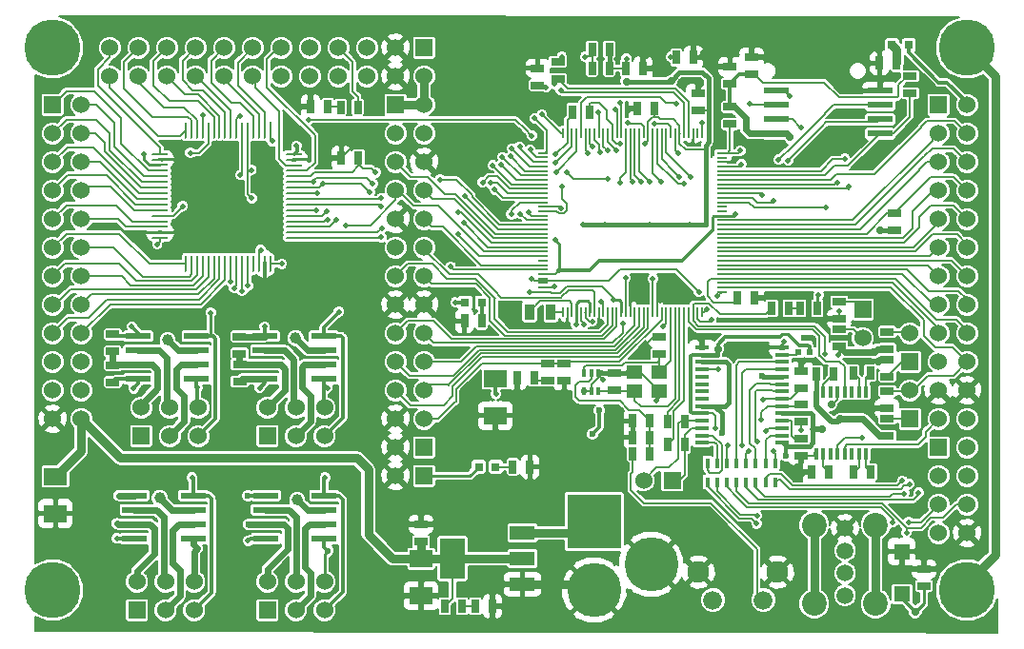
<source format=gtl>
G04 (created by PCBNEW-RS274X (2011-05-31)-stable) date Fri 07 Oct 2011 02:27:11 PM COT*
G01*
G70*
G90*
%MOIN*%
G04 Gerber Fmt 3.4, Leading zero omitted, Abs format*
%FSLAX34Y34*%
G04 APERTURE LIST*
%ADD10C,0.006000*%
%ADD11R,0.086600X0.023600*%
%ADD12C,0.196900*%
%ADD13R,0.088000X0.048000*%
%ADD14R,0.088000X0.142000*%
%ADD15R,0.055100X0.055100*%
%ADD16R,0.015700X0.039300*%
%ADD17R,0.035000X0.008000*%
%ADD18R,0.008000X0.035000*%
%ADD19R,0.025000X0.045000*%
%ADD20R,0.045000X0.025000*%
%ADD21R,0.060000X0.060000*%
%ADD22C,0.060000*%
%ADD23C,0.066000*%
%ADD24C,0.076000*%
%ADD25R,0.080000X0.060000*%
%ADD26R,0.035000X0.055000*%
%ADD27R,0.050000X0.016000*%
%ADD28R,0.019600X0.023600*%
%ADD29C,0.086600*%
%ADD30C,0.059100*%
%ADD31R,0.015700X0.031400*%
%ADD32C,0.189000*%
%ADD33R,0.189000X0.189000*%
%ADD34R,0.013800X0.035400*%
%ADD35R,0.055100X0.047200*%
%ADD36R,0.031400X0.031400*%
%ADD37R,0.009800X0.060000*%
%ADD38O,0.009800X0.060000*%
%ADD39O,0.060000X0.009800*%
%ADD40C,0.019700*%
%ADD41C,0.023600*%
%ADD42C,0.039400*%
%ADD43C,0.027600*%
%ADD44C,0.005900*%
%ADD45C,0.007900*%
%ADD46C,0.011800*%
%ADD47C,0.011400*%
%ADD48C,0.023600*%
%ADD49C,0.015700*%
%ADD50C,0.031500*%
%ADD51C,0.019700*%
G04 APERTURE END LIST*
G54D10*
G54D11*
X43982Y-46107D03*
X43982Y-45607D03*
X43982Y-45107D03*
X43982Y-44607D03*
X41936Y-44607D03*
X41936Y-45107D03*
X41936Y-45607D03*
X41936Y-46107D03*
X63461Y-37510D03*
X63461Y-37010D03*
X63461Y-36510D03*
X63461Y-36010D03*
X59839Y-36010D03*
X59839Y-36510D03*
X59839Y-37010D03*
X59839Y-37510D03*
X39540Y-46107D03*
X39540Y-45607D03*
X39540Y-45107D03*
X39540Y-44607D03*
X37494Y-44607D03*
X37494Y-45107D03*
X37494Y-45607D03*
X37494Y-46107D03*
X44008Y-51691D03*
X44008Y-51191D03*
X44008Y-50691D03*
X44008Y-50191D03*
X41962Y-50191D03*
X41962Y-50691D03*
X41962Y-51191D03*
X41962Y-51691D03*
X39418Y-51687D03*
X39418Y-51187D03*
X39418Y-50687D03*
X39418Y-50187D03*
X37372Y-50187D03*
X37372Y-50687D03*
X37372Y-51187D03*
X37372Y-51687D03*
G54D12*
X66500Y-53500D03*
X34500Y-34500D03*
X34500Y-53500D03*
X66500Y-34499D03*
G54D13*
X50941Y-53294D03*
X50941Y-52394D03*
X50941Y-51494D03*
G54D14*
X48501Y-52394D03*
G54D15*
X64221Y-52146D03*
X64221Y-53642D03*
G54D16*
X62966Y-46557D03*
X62716Y-46557D03*
X62466Y-46557D03*
X62216Y-46557D03*
X61966Y-46557D03*
X61716Y-46557D03*
X61466Y-46557D03*
X61216Y-46557D03*
X61216Y-48721D03*
X61466Y-48721D03*
X61716Y-48721D03*
X61966Y-48721D03*
X62216Y-48721D03*
X62466Y-48721D03*
X62716Y-48721D03*
X62966Y-48721D03*
G54D17*
X57919Y-43054D03*
G54D18*
X57228Y-37495D03*
G54D17*
X51669Y-38186D03*
G54D18*
X52360Y-43745D03*
G54D17*
X57919Y-42897D03*
G54D18*
X57071Y-37495D03*
G54D17*
X51669Y-38343D03*
G54D18*
X52517Y-43745D03*
G54D17*
X57919Y-42740D03*
G54D18*
X56914Y-37495D03*
G54D17*
X51669Y-38500D03*
G54D18*
X52674Y-43745D03*
G54D17*
X57919Y-42583D03*
G54D18*
X56757Y-37495D03*
G54D17*
X51669Y-38657D03*
G54D18*
X52831Y-43745D03*
G54D17*
X57919Y-42426D03*
G54D18*
X56600Y-37495D03*
G54D17*
X51669Y-38814D03*
G54D18*
X52988Y-43745D03*
G54D17*
X57919Y-42269D03*
G54D18*
X56443Y-37495D03*
G54D17*
X51669Y-38971D03*
G54D18*
X53145Y-43745D03*
G54D17*
X57919Y-42112D03*
G54D18*
X56286Y-37495D03*
G54D17*
X51669Y-39128D03*
G54D18*
X53302Y-43745D03*
G54D17*
X57919Y-41955D03*
G54D18*
X56129Y-37495D03*
G54D17*
X51669Y-39285D03*
G54D18*
X53459Y-43745D03*
G54D17*
X57919Y-41798D03*
G54D18*
X55972Y-37495D03*
G54D17*
X51669Y-39442D03*
G54D18*
X53616Y-43745D03*
G54D17*
X57919Y-41641D03*
G54D18*
X55815Y-37495D03*
G54D17*
X51669Y-39599D03*
G54D18*
X53773Y-43745D03*
G54D17*
X57919Y-41484D03*
G54D18*
X55658Y-37495D03*
G54D17*
X51669Y-39756D03*
G54D18*
X53930Y-43745D03*
G54D17*
X57919Y-41327D03*
G54D18*
X55501Y-37495D03*
G54D17*
X51669Y-39913D03*
G54D18*
X54087Y-43745D03*
G54D17*
X57919Y-41170D03*
G54D18*
X55344Y-37495D03*
G54D17*
X51669Y-40070D03*
G54D18*
X54244Y-43745D03*
G54D17*
X57919Y-41013D03*
G54D18*
X55187Y-37495D03*
G54D17*
X51669Y-40227D03*
G54D18*
X54401Y-43745D03*
G54D17*
X57919Y-40856D03*
G54D18*
X55030Y-37495D03*
G54D17*
X51669Y-40384D03*
G54D18*
X54558Y-43745D03*
G54D17*
X57919Y-40699D03*
G54D18*
X54873Y-37495D03*
G54D17*
X51669Y-40541D03*
G54D18*
X54715Y-43745D03*
G54D17*
X57919Y-40542D03*
G54D18*
X54716Y-37495D03*
G54D17*
X51669Y-40698D03*
G54D18*
X54872Y-43745D03*
G54D17*
X57919Y-40385D03*
G54D18*
X54559Y-37495D03*
G54D17*
X51669Y-40855D03*
G54D18*
X55029Y-43745D03*
G54D17*
X57919Y-40228D03*
G54D18*
X54402Y-37495D03*
G54D17*
X51669Y-41012D03*
G54D18*
X55186Y-43745D03*
G54D17*
X57919Y-40071D03*
G54D18*
X54245Y-37495D03*
G54D17*
X51669Y-41169D03*
G54D18*
X55343Y-43745D03*
G54D17*
X57919Y-39914D03*
G54D18*
X54088Y-37495D03*
G54D17*
X51669Y-41326D03*
G54D18*
X55500Y-43745D03*
G54D17*
X57919Y-39757D03*
G54D18*
X53931Y-37495D03*
G54D17*
X51669Y-41483D03*
G54D18*
X55657Y-43745D03*
G54D17*
X57919Y-39600D03*
G54D18*
X53774Y-37495D03*
G54D17*
X51669Y-41640D03*
G54D18*
X55814Y-43745D03*
G54D17*
X57919Y-39443D03*
G54D18*
X53617Y-37495D03*
G54D17*
X51669Y-41797D03*
G54D18*
X55971Y-43745D03*
G54D17*
X57919Y-39286D03*
G54D18*
X53460Y-37495D03*
G54D17*
X51669Y-41954D03*
G54D18*
X56128Y-43745D03*
G54D17*
X57919Y-39129D03*
G54D18*
X53303Y-37495D03*
G54D17*
X51669Y-42111D03*
G54D18*
X56285Y-43745D03*
G54D17*
X57919Y-38972D03*
G54D18*
X53146Y-37495D03*
G54D17*
X51669Y-42268D03*
G54D18*
X56442Y-43745D03*
G54D17*
X57919Y-38815D03*
G54D18*
X52989Y-37495D03*
G54D17*
X51669Y-42425D03*
G54D18*
X56599Y-43745D03*
G54D17*
X57919Y-38658D03*
G54D18*
X52832Y-37495D03*
G54D17*
X51669Y-42582D03*
G54D18*
X56756Y-43745D03*
G54D17*
X57919Y-38501D03*
G54D18*
X52675Y-37495D03*
G54D17*
X51669Y-42739D03*
G54D18*
X56913Y-43745D03*
G54D17*
X57919Y-38344D03*
G54D18*
X52518Y-37495D03*
G54D17*
X51669Y-42896D03*
G54D18*
X57070Y-43745D03*
G54D17*
X57919Y-38187D03*
G54D18*
X52361Y-37495D03*
G54D17*
X51669Y-43053D03*
G54D18*
X57227Y-43745D03*
G54D19*
X62515Y-45898D03*
X63115Y-45898D03*
X61836Y-45934D03*
X61236Y-45934D03*
X63143Y-49367D03*
X62543Y-49367D03*
X61678Y-49358D03*
X61078Y-49358D03*
X52692Y-36752D03*
X53292Y-36752D03*
G54D20*
X64508Y-35487D03*
X64508Y-36087D03*
G54D19*
X48913Y-44075D03*
X49513Y-44075D03*
X64040Y-35039D03*
X63440Y-35039D03*
G54D20*
X58209Y-37170D03*
X58209Y-36570D03*
G54D19*
X51211Y-49181D03*
X50611Y-49181D03*
X60269Y-43622D03*
X59669Y-43622D03*
G54D21*
X65500Y-36500D03*
G54D22*
X66500Y-36500D03*
X65500Y-37500D03*
X66500Y-37500D03*
X65500Y-38500D03*
X66500Y-38500D03*
X65500Y-39500D03*
X66500Y-39500D03*
X65500Y-40500D03*
X66500Y-40500D03*
X65500Y-41500D03*
X66500Y-41500D03*
X65500Y-42500D03*
X66500Y-42500D03*
X65500Y-43500D03*
X66500Y-43500D03*
X65500Y-44500D03*
X66500Y-44500D03*
X65500Y-45500D03*
X66500Y-45500D03*
X65500Y-46500D03*
X66500Y-46500D03*
X65500Y-47500D03*
X66500Y-47500D03*
G54D23*
X57607Y-53847D03*
X59377Y-53847D03*
G54D24*
X57107Y-52867D03*
X59867Y-52867D03*
G54D25*
X50000Y-46082D03*
X50000Y-47382D03*
G54D26*
X51938Y-43752D03*
X51188Y-43752D03*
G54D20*
X52185Y-35595D03*
X52185Y-34995D03*
X51476Y-35812D03*
X51476Y-35212D03*
G54D19*
X53981Y-34567D03*
X53381Y-34567D03*
X53981Y-35217D03*
X53381Y-35217D03*
X54562Y-35217D03*
X55162Y-35217D03*
X56334Y-34843D03*
X56934Y-34843D03*
G54D20*
X58209Y-35153D03*
X58209Y-35753D03*
X57087Y-36698D03*
X57087Y-36098D03*
G54D19*
X55576Y-36634D03*
X54976Y-36634D03*
G54D20*
X58965Y-35434D03*
X58965Y-34834D03*
X62025Y-44361D03*
X62025Y-44961D03*
X63705Y-46530D03*
X63705Y-47130D03*
X62025Y-43993D03*
X62025Y-43393D03*
X63957Y-40910D03*
X63957Y-40310D03*
X63704Y-45417D03*
X63704Y-46017D03*
G54D19*
X55410Y-48717D03*
X54810Y-48717D03*
X55410Y-48146D03*
X54810Y-48146D03*
X55410Y-47571D03*
X54810Y-47571D03*
G54D20*
X52409Y-45550D03*
X52409Y-46150D03*
G54D19*
X51363Y-46055D03*
X50763Y-46055D03*
G54D20*
X51835Y-46150D03*
X51835Y-45550D03*
X54165Y-45909D03*
X54165Y-46509D03*
X55740Y-44625D03*
X55740Y-45225D03*
G54D21*
X65500Y-48500D03*
G54D22*
X66500Y-48500D03*
X65500Y-49500D03*
X66500Y-49500D03*
X65500Y-50500D03*
X66500Y-50500D03*
X65500Y-51500D03*
X66500Y-51500D03*
G54D21*
X64500Y-47500D03*
G54D22*
X64500Y-46500D03*
G54D21*
X64500Y-45500D03*
G54D22*
X64500Y-44500D03*
G54D21*
X47500Y-48500D03*
G54D22*
X46500Y-48500D03*
G54D21*
X47500Y-49500D03*
G54D22*
X46500Y-49500D03*
G54D21*
X62851Y-43673D03*
G54D22*
X62851Y-44673D03*
G54D20*
X63704Y-44452D03*
X63704Y-45052D03*
G54D19*
X58476Y-43264D03*
X59076Y-43264D03*
G54D20*
X63709Y-48098D03*
X63709Y-47498D03*
G54D19*
X61265Y-43622D03*
X60665Y-43622D03*
G54D27*
X60022Y-48327D03*
X60022Y-48077D03*
X60022Y-47817D03*
X60022Y-47557D03*
X60022Y-47307D03*
X60022Y-47047D03*
X60022Y-46787D03*
X60022Y-46537D03*
X60022Y-46277D03*
X60022Y-46027D03*
X60022Y-45767D03*
X60022Y-45507D03*
X60022Y-45257D03*
X60022Y-44997D03*
X57222Y-44997D03*
X57222Y-45257D03*
X57222Y-45497D03*
X57222Y-45767D03*
X57222Y-46027D03*
X57222Y-46277D03*
X57222Y-46537D03*
X57222Y-46787D03*
X57222Y-47047D03*
X57222Y-47307D03*
X57222Y-47557D03*
X57222Y-47817D03*
X57222Y-48077D03*
X57222Y-48327D03*
G54D20*
X60693Y-48784D03*
X60693Y-48184D03*
X60697Y-46430D03*
X60697Y-45830D03*
X60697Y-46980D03*
X60697Y-47580D03*
G54D21*
X46500Y-36500D03*
G54D22*
X47500Y-36500D03*
X46500Y-37500D03*
X47500Y-37500D03*
X46500Y-38500D03*
X47500Y-38500D03*
X46500Y-39500D03*
X47500Y-39500D03*
X46500Y-40500D03*
X47500Y-40500D03*
X46500Y-41500D03*
X47500Y-41500D03*
X46500Y-42500D03*
X47500Y-42500D03*
X46500Y-43500D03*
X47500Y-43500D03*
X46500Y-44500D03*
X47500Y-44500D03*
X46500Y-45500D03*
X47500Y-45500D03*
X46500Y-46500D03*
X47500Y-46500D03*
X46500Y-47500D03*
X47500Y-47500D03*
G54D20*
X64997Y-53351D03*
X64997Y-52751D03*
G54D28*
X60603Y-45168D03*
X60995Y-45168D03*
X60799Y-44658D03*
G54D29*
X61158Y-51221D03*
X63300Y-51221D03*
G54D30*
X62229Y-53689D03*
X62229Y-52902D03*
X62229Y-52114D03*
X62229Y-51327D03*
G54D29*
X63300Y-53976D03*
X61158Y-53976D03*
G54D31*
X53605Y-45887D03*
X53350Y-45887D03*
X53095Y-45887D03*
X53095Y-46515D03*
X53350Y-46515D03*
X53605Y-46515D03*
G54D32*
X53449Y-53492D03*
G54D33*
X53449Y-51092D03*
G54D32*
X55449Y-52592D03*
G54D34*
X57413Y-49713D03*
X57413Y-49044D03*
X57748Y-49044D03*
X57748Y-49713D03*
X59472Y-49713D03*
X59472Y-49044D03*
X59807Y-49044D03*
X59807Y-49713D03*
X58764Y-49720D03*
X58764Y-49051D03*
X59099Y-49051D03*
X59099Y-49720D03*
X58083Y-49713D03*
X58083Y-49044D03*
X58418Y-49044D03*
X58418Y-49713D03*
G54D35*
X55740Y-45862D03*
X54874Y-45862D03*
X54874Y-46531D03*
X55740Y-46531D03*
G54D21*
X56193Y-49654D03*
G54D22*
X55193Y-49654D03*
G54D36*
X49415Y-49181D03*
X50005Y-49181D03*
X64468Y-34409D03*
X63878Y-34409D03*
X48937Y-43425D03*
X49527Y-43425D03*
G54D25*
X34605Y-49513D03*
X34605Y-50813D03*
G54D19*
X49895Y-54063D03*
X49295Y-54063D03*
X48229Y-54063D03*
X48829Y-54063D03*
X45180Y-36588D03*
X44580Y-36588D03*
X43530Y-36563D03*
X44130Y-36563D03*
X44605Y-38363D03*
X45205Y-38363D03*
G54D37*
X42115Y-37381D03*
G54D38*
X41918Y-37381D03*
X41721Y-37381D03*
X41524Y-37381D03*
X41327Y-37381D03*
X41131Y-37381D03*
X40934Y-37381D03*
X40737Y-37381D03*
X40540Y-37381D03*
X40343Y-37381D03*
X40146Y-37381D03*
X39950Y-37381D03*
X39753Y-37381D03*
X39556Y-37381D03*
X39359Y-37381D03*
X39162Y-37381D03*
G54D39*
X38264Y-38216D03*
X38264Y-38413D03*
X38264Y-38610D03*
X38264Y-38807D03*
X38264Y-39004D03*
X38264Y-39200D03*
X38264Y-39397D03*
X38264Y-39594D03*
X38264Y-39791D03*
X38264Y-39988D03*
X38264Y-40185D03*
X38264Y-40381D03*
X38264Y-40578D03*
X38264Y-40775D03*
X38264Y-40972D03*
X38264Y-41169D03*
G54D38*
X39162Y-42067D03*
X39359Y-42067D03*
X39556Y-42067D03*
X39753Y-42067D03*
X39950Y-42067D03*
X40146Y-42067D03*
X40343Y-42067D03*
X40540Y-42067D03*
X40737Y-42067D03*
X40934Y-42067D03*
X41131Y-42067D03*
X41327Y-42067D03*
X41524Y-42067D03*
X41721Y-42067D03*
X41918Y-42067D03*
X42115Y-42067D03*
G54D39*
X42950Y-41169D03*
X42950Y-40972D03*
X42950Y-40578D03*
X42957Y-40775D03*
X42950Y-40381D03*
X42950Y-40185D03*
X42950Y-39988D03*
X42950Y-39791D03*
X42950Y-39594D03*
X42950Y-39397D03*
X42950Y-39203D03*
X42950Y-39006D03*
X42950Y-38809D03*
X42950Y-38612D03*
X42950Y-38416D03*
X42950Y-38219D03*
G54D25*
X47398Y-52397D03*
X47398Y-53697D03*
G54D20*
X47394Y-51788D03*
X47394Y-51188D03*
G54D21*
X34500Y-36500D03*
G54D22*
X35500Y-36500D03*
X34500Y-37500D03*
X35500Y-37500D03*
X34500Y-38500D03*
X35500Y-38500D03*
X34500Y-39500D03*
X35500Y-39500D03*
X34500Y-40500D03*
X35500Y-40500D03*
X34500Y-41500D03*
X35500Y-41500D03*
X34500Y-42500D03*
X35500Y-42500D03*
X34500Y-43500D03*
X35500Y-43500D03*
X34500Y-44500D03*
X35500Y-44500D03*
X34500Y-45500D03*
X35500Y-45500D03*
X34500Y-46500D03*
X35500Y-46500D03*
X34500Y-47500D03*
X35500Y-47500D03*
G54D21*
X47500Y-34500D03*
G54D22*
X47500Y-35500D03*
X46500Y-34500D03*
X46500Y-35500D03*
X45500Y-34500D03*
X45500Y-35500D03*
X44500Y-34500D03*
X44500Y-35500D03*
X43500Y-34500D03*
X43500Y-35500D03*
X42500Y-34500D03*
X42500Y-35500D03*
X41500Y-34500D03*
X41500Y-35500D03*
X40500Y-34500D03*
X40500Y-35500D03*
X39500Y-34500D03*
X39500Y-35500D03*
X38500Y-34500D03*
X38500Y-35500D03*
X37500Y-34500D03*
X37500Y-35500D03*
X36500Y-34500D03*
X36500Y-35500D03*
G54D20*
X36605Y-45138D03*
X36605Y-44538D03*
X36605Y-45613D03*
X36605Y-46213D03*
G54D21*
X37600Y-48109D03*
G54D22*
X37600Y-47109D03*
X38600Y-48109D03*
X38600Y-47109D03*
X39600Y-48109D03*
X39600Y-47109D03*
G54D21*
X42017Y-54204D03*
G54D22*
X42017Y-53204D03*
X43017Y-54204D03*
X43017Y-53204D03*
X44017Y-54204D03*
X44017Y-53204D03*
G54D21*
X37458Y-54201D03*
G54D22*
X37458Y-53201D03*
X38458Y-54201D03*
X38458Y-53201D03*
X39458Y-54201D03*
X39458Y-53201D03*
G54D19*
X56620Y-48406D03*
X56020Y-48406D03*
X56612Y-47602D03*
X56012Y-47602D03*
G54D20*
X41046Y-45600D03*
X41046Y-46200D03*
X41038Y-45212D03*
X41038Y-44612D03*
G54D21*
X42018Y-48109D03*
G54D22*
X42018Y-47109D03*
X43018Y-48109D03*
X43018Y-47109D03*
X44018Y-48109D03*
X44018Y-47109D03*
G54D40*
X49978Y-39462D03*
X51378Y-36969D03*
X51627Y-36836D03*
X49827Y-39240D03*
X49551Y-39213D03*
X50197Y-38602D03*
X50236Y-38327D03*
X50531Y-38307D03*
X50571Y-38031D03*
X50846Y-37972D03*
X52088Y-38242D03*
X52283Y-35984D03*
X52323Y-34823D03*
X53941Y-38106D03*
X53665Y-38154D03*
X53406Y-37976D03*
X56319Y-36457D03*
X55088Y-39183D03*
X54799Y-39193D03*
X54350Y-39230D03*
X56390Y-38205D03*
X52108Y-38521D03*
X52297Y-40116D03*
X59724Y-39862D03*
X60236Y-38445D03*
X60689Y-37283D03*
X62362Y-39370D03*
X60295Y-36201D03*
X61559Y-40106D03*
X48055Y-39113D03*
X45805Y-38863D03*
X39060Y-40051D03*
X39379Y-49555D03*
X44032Y-49555D03*
X40033Y-43785D03*
X44526Y-43751D03*
X39572Y-52031D03*
G54D41*
X44139Y-52118D03*
G54D40*
X39564Y-46400D03*
X44116Y-46416D03*
X43730Y-40188D03*
X44105Y-40213D03*
X43757Y-39594D03*
X44430Y-40538D03*
X44130Y-40513D03*
X41330Y-42838D03*
X41130Y-43013D03*
X40855Y-42913D03*
X40730Y-42688D03*
G54D42*
X38249Y-50275D03*
X43060Y-50334D03*
X38529Y-44743D03*
X43010Y-44676D03*
G54D40*
X45605Y-39563D03*
X57560Y-44043D03*
X43955Y-39263D03*
X57380Y-43663D03*
X45705Y-39263D03*
X43627Y-39196D03*
X46005Y-41138D03*
X48680Y-41013D03*
X48880Y-40638D03*
X46030Y-40813D03*
X46005Y-40063D03*
X48705Y-40263D03*
X41780Y-41588D03*
X44755Y-40713D03*
X39753Y-36850D03*
X36761Y-51165D03*
G54D41*
X41359Y-51197D03*
G54D40*
X57685Y-47827D03*
G54D43*
X57783Y-45051D03*
G54D40*
X58858Y-48634D03*
X59177Y-48287D03*
X58142Y-48421D03*
X58630Y-48429D03*
X59713Y-48630D03*
X59472Y-47921D03*
X64380Y-51488D03*
X64305Y-50113D03*
X59311Y-47535D03*
X59362Y-46831D03*
X61949Y-39213D03*
X50557Y-40328D03*
X51220Y-38071D03*
X49902Y-38622D03*
X51157Y-40264D03*
X50864Y-40325D03*
X52118Y-38850D03*
X52339Y-39366D03*
X51772Y-35886D03*
X52067Y-35768D03*
X56828Y-39014D03*
X56610Y-39270D03*
X54217Y-38083D03*
X53228Y-38181D03*
X56438Y-39025D03*
X55791Y-39193D03*
X55394Y-39177D03*
X54358Y-36441D03*
X54197Y-36650D03*
X54616Y-37136D03*
X53602Y-36752D03*
X55561Y-37145D03*
X46005Y-39763D03*
X48930Y-39688D03*
X59331Y-39646D03*
X59902Y-38425D03*
X43455Y-37013D03*
X41055Y-36888D03*
X58607Y-38590D03*
X53938Y-39110D03*
X51276Y-37583D03*
X52489Y-38858D03*
X62224Y-38386D03*
X58563Y-38110D03*
X58898Y-36476D03*
X57224Y-37126D03*
X54461Y-44165D03*
G54D43*
X61755Y-46988D03*
G54D40*
X61543Y-45220D03*
X46500Y-41500D03*
X48430Y-42163D03*
X62830Y-48163D03*
X64230Y-49663D03*
X64805Y-50088D03*
X64455Y-51113D03*
X63905Y-51113D03*
X64480Y-49788D03*
X55504Y-42591D03*
X37705Y-38238D03*
X42180Y-37763D03*
X43030Y-37938D03*
X42528Y-42066D03*
X38162Y-41385D03*
G54D42*
X40498Y-40372D03*
G54D43*
X63405Y-45488D03*
G54D40*
X43902Y-42066D03*
X41930Y-42588D03*
X45005Y-37963D03*
X58386Y-38394D03*
G54D41*
X52635Y-47894D03*
G54D40*
X39103Y-41330D03*
X43469Y-38417D03*
X60737Y-49457D03*
X48602Y-44075D03*
X56909Y-37854D03*
X57205Y-35787D03*
X55642Y-46858D03*
G54D43*
X63134Y-34370D03*
G54D40*
X52165Y-44185D03*
X54638Y-36717D03*
X60094Y-44807D03*
X61220Y-45492D03*
X59650Y-43146D03*
G54D43*
X57299Y-34677D03*
X51673Y-34587D03*
G54D40*
X54764Y-43339D03*
X53705Y-44091D03*
X53776Y-46126D03*
X55134Y-45031D03*
X55748Y-43350D03*
X56843Y-44488D03*
X62028Y-43736D03*
X61110Y-44705D03*
X60512Y-49169D03*
X60701Y-47878D03*
X63232Y-47134D03*
X55295Y-34803D03*
X58429Y-34358D03*
X54555Y-42563D03*
X53130Y-34823D03*
X59130Y-51163D03*
X57803Y-45768D03*
X59155Y-50888D03*
G54D43*
X64690Y-54264D03*
G54D40*
X41462Y-38779D03*
X41473Y-39775D03*
X41076Y-38956D03*
X37274Y-44266D03*
X36820Y-50189D03*
X36749Y-51689D03*
X39327Y-38185D03*
X37340Y-46428D03*
G54D41*
X41340Y-50193D03*
G54D40*
X41343Y-51764D03*
X41746Y-46412D03*
X41927Y-44270D03*
X53098Y-44185D03*
G54D41*
X53642Y-47209D03*
X53394Y-48035D03*
G54D40*
X53390Y-44091D03*
G54D41*
X57925Y-47988D03*
G54D40*
X54122Y-43327D03*
X51201Y-43051D03*
X51276Y-42594D03*
X57114Y-43051D03*
X57772Y-43209D03*
G54D43*
X63237Y-45161D03*
G54D40*
X48599Y-43425D03*
X50016Y-46630D03*
G54D43*
X60303Y-37630D03*
X61417Y-47858D03*
G54D41*
X59319Y-45992D03*
X60165Y-48803D03*
G54D43*
X62063Y-47508D03*
G54D40*
X61299Y-43161D03*
X61984Y-45252D03*
X52094Y-41228D03*
G54D43*
X63465Y-40902D03*
G54D40*
X58406Y-40335D03*
X52244Y-42283D03*
X52047Y-42874D03*
X54587Y-34882D03*
X56142Y-34823D03*
X53693Y-43378D03*
X53051Y-40701D03*
X53831Y-40701D03*
X55382Y-40705D03*
X57366Y-40705D03*
X56791Y-40705D03*
G54D43*
X56146Y-35669D03*
X54591Y-35685D03*
G54D40*
X54346Y-37846D03*
X55244Y-37846D03*
X52824Y-44189D03*
X55858Y-44268D03*
G54D44*
X50272Y-39756D02*
X49978Y-39462D01*
X50272Y-39756D02*
X51669Y-39756D01*
X51811Y-38110D02*
X51811Y-38150D01*
X51378Y-36969D02*
X51811Y-37402D01*
X51811Y-37402D02*
X51811Y-38110D01*
X51811Y-38150D02*
X51669Y-38186D01*
X52286Y-37495D02*
X51627Y-36836D01*
X52361Y-37495D02*
X52286Y-37495D01*
X50434Y-39599D02*
X50075Y-39240D01*
X50075Y-39240D02*
X49827Y-39240D01*
X50434Y-39599D02*
X51669Y-39599D01*
X50493Y-39442D02*
X50059Y-39008D01*
X50059Y-39008D02*
X49756Y-39008D01*
X49756Y-39008D02*
X49551Y-39213D01*
X51669Y-39442D02*
X50493Y-39442D01*
G54D45*
X50723Y-39128D02*
X50197Y-38602D01*
X50723Y-39128D02*
X51669Y-39128D01*
X50880Y-38971D02*
X50236Y-38327D01*
X50880Y-38971D02*
X51669Y-38971D01*
X51038Y-38814D02*
X50531Y-38307D01*
X51038Y-38814D02*
X51669Y-38814D01*
X51197Y-38657D02*
X50571Y-38031D01*
X51197Y-38657D02*
X51669Y-38657D01*
X51334Y-38500D02*
X51669Y-38500D01*
X51334Y-38500D02*
X50846Y-38012D01*
X50846Y-37972D02*
X50846Y-38012D01*
X52692Y-36752D02*
X52692Y-36855D01*
X52518Y-37029D02*
X52518Y-37495D01*
X52692Y-36855D02*
X52518Y-37029D01*
G54D44*
X52088Y-38242D02*
X52518Y-37812D01*
X52518Y-37812D02*
X52518Y-37495D01*
G54D45*
X56600Y-37495D02*
X56600Y-36423D01*
X52365Y-36066D02*
X52283Y-35984D01*
X56243Y-36066D02*
X52365Y-36066D01*
X56600Y-36423D02*
X56243Y-36066D01*
G54D44*
X52185Y-34995D02*
X52185Y-34961D01*
X52185Y-34961D02*
X52323Y-34823D01*
X53774Y-37947D02*
X53933Y-38106D01*
X53933Y-38106D02*
X53941Y-38106D01*
X53774Y-37495D02*
X53774Y-37947D01*
X53770Y-37493D02*
X53774Y-37495D01*
X53460Y-37719D02*
X53618Y-37877D01*
X53618Y-37877D02*
X53618Y-38107D01*
X53618Y-38107D02*
X53665Y-38154D01*
X53460Y-37495D02*
X53460Y-37719D01*
X53303Y-37495D02*
X53303Y-37873D01*
X53303Y-37873D02*
X53406Y-37976D01*
G54D45*
X52989Y-37495D02*
X52989Y-36696D01*
X56319Y-36457D02*
X56299Y-36437D01*
X56299Y-36437D02*
X55964Y-36437D01*
X55964Y-36437D02*
X55767Y-36240D01*
X55767Y-36240D02*
X53386Y-36240D01*
X53189Y-36240D02*
X53386Y-36240D01*
X52992Y-36437D02*
X53189Y-36240D01*
X52992Y-36693D02*
X52992Y-36437D01*
X52989Y-36696D02*
X52992Y-36693D01*
G54D44*
X54873Y-38879D02*
X54873Y-38968D01*
X54873Y-38968D02*
X55088Y-39183D01*
X54873Y-37495D02*
X54873Y-38879D01*
X55088Y-39183D02*
X55094Y-39189D01*
X54716Y-39020D02*
X54716Y-39110D01*
X54716Y-39110D02*
X54799Y-39193D01*
X54716Y-37495D02*
X54716Y-39020D01*
X54716Y-39020D02*
X54716Y-39023D01*
X54354Y-39056D02*
X54354Y-39226D01*
X54559Y-37495D02*
X54559Y-38851D01*
X54354Y-39056D02*
X54559Y-38851D01*
X54354Y-39226D02*
X54350Y-39230D01*
X56286Y-37495D02*
X56286Y-38101D01*
X56286Y-38101D02*
X56390Y-38205D01*
X52675Y-37954D02*
X52108Y-38521D01*
X52675Y-37954D02*
X52675Y-37495D01*
X51669Y-40070D02*
X52251Y-40070D01*
X52251Y-40070D02*
X52297Y-40116D01*
X61575Y-37106D02*
X63365Y-37106D01*
X61437Y-37244D02*
X61575Y-37106D01*
X60463Y-38218D02*
X61437Y-37244D01*
X63365Y-37106D02*
X63461Y-37010D01*
G54D45*
X57919Y-39757D02*
X58989Y-39757D01*
X59645Y-39941D02*
X59724Y-39862D01*
X59173Y-39941D02*
X59645Y-39941D01*
X58989Y-39757D02*
X59173Y-39941D01*
G54D44*
X60463Y-38218D02*
X60236Y-38445D01*
X60463Y-38218D02*
X60512Y-38169D01*
X57919Y-39761D02*
X57919Y-39757D01*
X59841Y-37008D02*
X59839Y-37010D01*
X60669Y-37283D02*
X60689Y-37283D01*
X60394Y-37008D02*
X60669Y-37283D01*
X60394Y-37008D02*
X59841Y-37008D01*
X62350Y-39443D02*
X62350Y-39382D01*
X62350Y-39382D02*
X62362Y-39370D01*
G54D45*
X62350Y-39443D02*
X57919Y-39443D01*
X62356Y-39449D02*
X62350Y-39443D01*
G54D44*
X62330Y-38642D02*
X62330Y-38641D01*
X61540Y-38972D02*
X61870Y-38642D01*
X61870Y-38642D02*
X62330Y-38642D01*
X57919Y-38972D02*
X61540Y-38972D01*
X62330Y-38641D02*
X63461Y-37510D01*
X63929Y-37508D02*
X63463Y-37508D01*
X63929Y-37508D02*
X64508Y-36929D01*
X64508Y-36087D02*
X64508Y-36929D01*
X63463Y-37508D02*
X63461Y-37510D01*
X59839Y-36010D02*
X60104Y-36010D01*
X60104Y-36010D02*
X60295Y-36201D01*
X57919Y-39914D02*
X58878Y-39914D01*
X61555Y-40102D02*
X61559Y-40106D01*
X59066Y-40102D02*
X61555Y-40102D01*
X58878Y-39914D02*
X59066Y-40102D01*
X45205Y-38363D02*
X45205Y-38638D01*
X43512Y-39006D02*
X42950Y-39006D01*
X43655Y-38863D02*
X43512Y-39006D01*
X44980Y-38863D02*
X43655Y-38863D01*
X45205Y-38638D02*
X44980Y-38863D01*
X45555Y-38713D02*
X45355Y-38713D01*
X50140Y-40698D02*
X49180Y-39738D01*
X49180Y-39738D02*
X49180Y-39663D01*
X49180Y-39663D02*
X48630Y-39113D01*
X48630Y-39113D02*
X48055Y-39113D01*
X45805Y-38863D02*
X45655Y-38713D01*
X45655Y-38713D02*
X45555Y-38713D01*
X51669Y-40698D02*
X50140Y-40698D01*
X45205Y-38563D02*
X45205Y-38363D01*
X45355Y-38713D02*
X45205Y-38563D01*
X38730Y-40381D02*
X38264Y-40381D01*
X39060Y-40051D02*
X38730Y-40381D01*
G54D46*
X39418Y-50187D02*
X39418Y-49594D01*
X39418Y-49594D02*
X39379Y-49555D01*
X39418Y-50187D02*
X39960Y-50187D01*
X39960Y-50187D02*
X40068Y-50295D01*
X40068Y-50295D02*
X40068Y-53591D01*
X40068Y-53591D02*
X39458Y-54201D01*
X44008Y-49579D02*
X44008Y-50191D01*
X44032Y-49555D02*
X44008Y-49579D01*
X44008Y-50191D02*
X44519Y-50191D01*
X44666Y-53555D02*
X44017Y-54204D01*
X44666Y-50338D02*
X44666Y-53555D01*
X44519Y-50191D02*
X44666Y-50338D01*
G54D47*
X39540Y-44607D02*
X40055Y-44607D01*
X40033Y-44585D02*
X40033Y-43785D01*
X40055Y-44607D02*
X40033Y-44585D01*
G54D46*
X39540Y-44607D02*
X40117Y-44607D01*
X40210Y-47499D02*
X39600Y-48109D01*
X40210Y-44700D02*
X40210Y-47499D01*
X40117Y-44607D02*
X40210Y-44700D01*
X40033Y-43785D02*
X40040Y-43792D01*
X43982Y-44295D02*
X43982Y-44607D01*
X44526Y-43751D02*
X43982Y-44295D01*
X43982Y-44607D02*
X44611Y-44607D01*
X44668Y-47459D02*
X44018Y-48109D01*
X44668Y-44664D02*
X44668Y-47459D01*
X44611Y-44607D02*
X44668Y-44664D01*
G54D48*
X39458Y-53201D02*
X39458Y-52145D01*
X39458Y-52145D02*
X39572Y-52031D01*
X39572Y-52031D02*
X39418Y-51877D01*
X39418Y-51877D02*
X39418Y-51687D01*
G54D47*
X44017Y-53204D02*
X44017Y-52240D01*
X44017Y-52240D02*
X44139Y-52118D01*
G54D46*
X44008Y-51691D02*
X44008Y-51987D01*
X44008Y-51987D02*
X44139Y-52118D01*
X39564Y-46400D02*
X39564Y-47073D01*
X39564Y-47073D02*
X39600Y-47109D01*
X39540Y-46376D02*
X39540Y-46107D01*
X39564Y-46400D02*
X39540Y-46376D01*
X43982Y-46107D02*
X43982Y-47073D01*
X43982Y-47073D02*
X44018Y-47109D01*
X43982Y-46282D02*
X43982Y-46107D01*
X44116Y-46416D02*
X43982Y-46282D01*
G54D45*
X38264Y-38807D02*
X37849Y-38807D01*
X34987Y-36013D02*
X34500Y-36500D01*
X35955Y-36013D02*
X34987Y-36013D01*
X36905Y-36963D02*
X35955Y-36013D01*
X36905Y-37863D02*
X36905Y-36963D01*
X37849Y-38807D02*
X36905Y-37863D01*
X35500Y-36500D02*
X36017Y-36500D01*
X37696Y-39004D02*
X38264Y-39004D01*
X36655Y-37963D02*
X37696Y-39004D01*
X36655Y-37138D02*
X36655Y-37963D01*
X36017Y-36500D02*
X36655Y-37138D01*
X39556Y-37381D02*
X39556Y-37039D01*
X37500Y-35683D02*
X37500Y-35500D01*
X38405Y-36588D02*
X37500Y-35683D01*
X39105Y-36588D02*
X38405Y-36588D01*
X39556Y-37039D02*
X39105Y-36588D01*
X39359Y-37381D02*
X39359Y-37042D01*
X37005Y-34995D02*
X37500Y-34500D01*
X37005Y-35938D02*
X37005Y-34995D01*
X37980Y-36913D02*
X37005Y-35938D01*
X39230Y-36913D02*
X37980Y-36913D01*
X39359Y-37042D02*
X39230Y-36913D01*
X40737Y-37381D02*
X40737Y-36695D01*
X39542Y-35500D02*
X39500Y-35500D01*
X40737Y-36695D02*
X39542Y-35500D01*
X40540Y-37381D02*
X40540Y-36773D01*
X39055Y-34945D02*
X39500Y-34500D01*
X39055Y-35638D02*
X39055Y-34945D01*
X39405Y-35988D02*
X39055Y-35638D01*
X39755Y-35988D02*
X39405Y-35988D01*
X40540Y-36773D02*
X39755Y-35988D01*
X40343Y-37381D02*
X40343Y-36901D01*
X39138Y-36138D02*
X38500Y-35500D01*
X39580Y-36138D02*
X39138Y-36138D01*
X40343Y-36901D02*
X39580Y-36138D01*
X40146Y-37381D02*
X40146Y-36929D01*
X38030Y-34970D02*
X38500Y-34500D01*
X38030Y-35813D02*
X38030Y-34970D01*
X38580Y-36363D02*
X38030Y-35813D01*
X39580Y-36363D02*
X38580Y-36363D01*
X40146Y-36929D02*
X39580Y-36363D01*
X38264Y-39594D02*
X37536Y-39594D01*
X35012Y-37988D02*
X34500Y-38500D01*
X35930Y-37988D02*
X35012Y-37988D01*
X37536Y-39594D02*
X35930Y-37988D01*
X38264Y-39791D02*
X37458Y-39791D01*
X36167Y-38500D02*
X35500Y-38500D01*
X37458Y-39791D02*
X36167Y-38500D01*
G54D44*
X45180Y-36588D02*
X45180Y-36213D01*
X45005Y-35005D02*
X44500Y-34500D01*
X45005Y-36038D02*
X45005Y-35005D01*
X45180Y-36213D02*
X45005Y-36038D01*
X42950Y-40185D02*
X43727Y-40185D01*
X43727Y-40185D02*
X43730Y-40188D01*
G54D45*
X39162Y-42067D02*
X37884Y-42067D01*
X34987Y-41013D02*
X34500Y-41500D01*
X36830Y-41013D02*
X34987Y-41013D01*
X37884Y-42067D02*
X36830Y-41013D01*
G54D44*
X44063Y-40245D02*
X44073Y-40245D01*
X44073Y-40245D02*
X44105Y-40213D01*
X42950Y-40381D02*
X43927Y-40381D01*
X43927Y-40381D02*
X44063Y-40245D01*
X44063Y-40245D02*
X44072Y-40236D01*
X42950Y-39594D02*
X43757Y-39594D01*
G54D45*
X36500Y-35500D02*
X36500Y-35883D01*
X38955Y-37588D02*
X39162Y-37381D01*
X38205Y-37588D02*
X38955Y-37588D01*
X36500Y-35883D02*
X38205Y-37588D01*
X39950Y-42067D02*
X39950Y-42543D01*
X34593Y-43500D02*
X34500Y-43500D01*
X35130Y-42963D02*
X34593Y-43500D01*
X36730Y-42963D02*
X35130Y-42963D01*
X39530Y-42963D02*
X36730Y-42963D01*
X39950Y-42543D02*
X39530Y-42963D01*
X40146Y-42067D02*
X40146Y-42597D01*
X35862Y-43138D02*
X35500Y-43500D01*
X39605Y-43138D02*
X35862Y-43138D01*
X40146Y-42597D02*
X39605Y-43138D01*
X35755Y-43963D02*
X35037Y-43963D01*
X40343Y-42600D02*
X39630Y-43313D01*
X39630Y-43313D02*
X36405Y-43313D01*
X36405Y-43313D02*
X35755Y-43963D01*
X40343Y-42067D02*
X40343Y-42600D01*
X35037Y-43963D02*
X34500Y-44500D01*
X40540Y-42067D02*
X40540Y-42628D01*
X36512Y-43488D02*
X35500Y-44500D01*
X39680Y-43488D02*
X36512Y-43488D01*
X40540Y-42628D02*
X39680Y-43488D01*
X42500Y-34500D02*
X42393Y-34500D01*
X43384Y-38809D02*
X42950Y-38809D01*
X43680Y-38513D02*
X43384Y-38809D01*
X43680Y-37563D02*
X43680Y-38513D01*
X42005Y-35888D02*
X43680Y-37563D01*
X42005Y-34888D02*
X42005Y-35888D01*
X42393Y-34500D02*
X42005Y-34888D01*
X41500Y-35500D02*
X41517Y-35500D01*
X42654Y-38612D02*
X42950Y-38612D01*
X42430Y-38388D02*
X42654Y-38612D01*
X42430Y-36738D02*
X42430Y-38388D01*
X41580Y-35888D02*
X42430Y-36738D01*
X41580Y-35563D02*
X41580Y-35888D01*
X41517Y-35500D02*
X41580Y-35563D01*
X38264Y-40578D02*
X37295Y-40578D01*
X34987Y-40013D02*
X34500Y-40500D01*
X36730Y-40013D02*
X34987Y-40013D01*
X37295Y-40578D02*
X36730Y-40013D01*
X38264Y-40775D02*
X37067Y-40775D01*
X36792Y-40500D02*
X35500Y-40500D01*
X37067Y-40775D02*
X36792Y-40500D01*
X38264Y-38216D02*
X38264Y-37997D01*
X36500Y-34843D02*
X36500Y-34500D01*
X36080Y-35263D02*
X36500Y-34843D01*
X36080Y-35813D02*
X36080Y-35263D01*
X38264Y-37997D02*
X36080Y-35813D01*
G54D44*
X44193Y-40775D02*
X42957Y-40775D01*
X44430Y-40538D02*
X44193Y-40775D01*
X42957Y-40775D02*
X44092Y-40775D01*
X44080Y-40500D02*
X44117Y-40500D01*
X44002Y-40578D02*
X44080Y-40500D01*
X42950Y-40578D02*
X44002Y-40578D01*
X44117Y-40500D02*
X44130Y-40513D01*
G54D45*
X39753Y-42067D02*
X39753Y-42490D01*
X36917Y-42500D02*
X35500Y-42500D01*
X37230Y-42813D02*
X36917Y-42500D01*
X39430Y-42813D02*
X37230Y-42813D01*
X39753Y-42490D02*
X39430Y-42813D01*
X39556Y-42067D02*
X39556Y-42462D01*
X34937Y-42063D02*
X34500Y-42500D01*
X36830Y-42063D02*
X34937Y-42063D01*
X37430Y-42663D02*
X36830Y-42063D01*
X39355Y-42663D02*
X37430Y-42663D01*
X39556Y-42462D02*
X39355Y-42663D01*
X39359Y-42067D02*
X39359Y-42434D01*
X36642Y-41500D02*
X35500Y-41500D01*
X37655Y-42513D02*
X36642Y-41500D01*
X39280Y-42513D02*
X37655Y-42513D01*
X39359Y-42434D02*
X39280Y-42513D01*
X41918Y-37381D02*
X41918Y-36751D01*
X40980Y-35020D02*
X41500Y-34500D01*
X40980Y-35813D02*
X40980Y-35020D01*
X41918Y-36751D02*
X40980Y-35813D01*
X41327Y-42067D02*
X41327Y-42835D01*
X41327Y-42835D02*
X41330Y-42838D01*
X41131Y-42067D02*
X41131Y-43012D01*
X41131Y-43012D02*
X41130Y-43013D01*
X40934Y-42067D02*
X40934Y-42834D01*
X40934Y-42834D02*
X40855Y-42913D01*
X40737Y-42067D02*
X40737Y-42681D01*
X40737Y-42681D02*
X40730Y-42688D01*
X41721Y-37381D02*
X41721Y-36829D01*
X40500Y-35608D02*
X40500Y-35500D01*
X41721Y-36829D02*
X40500Y-35608D01*
X41524Y-37381D02*
X41524Y-36907D01*
X40055Y-34945D02*
X40500Y-34500D01*
X40055Y-35738D02*
X40055Y-34945D01*
X40755Y-36438D02*
X40055Y-35738D01*
X41055Y-36438D02*
X40755Y-36438D01*
X41524Y-36907D02*
X41055Y-36438D01*
X38264Y-39200D02*
X37617Y-39200D01*
X34987Y-37013D02*
X34500Y-37500D01*
X36030Y-37013D02*
X34987Y-37013D01*
X36505Y-37488D02*
X36030Y-37013D01*
X36505Y-38088D02*
X36505Y-37488D01*
X37617Y-39200D02*
X36505Y-38088D01*
X35500Y-37500D02*
X35992Y-37500D01*
X37589Y-39397D02*
X38264Y-39397D01*
X36330Y-38138D02*
X37589Y-39397D01*
X36330Y-37838D02*
X36330Y-38138D01*
X35992Y-37500D02*
X36330Y-37838D01*
X38264Y-39988D02*
X37405Y-39988D01*
X35037Y-38963D02*
X34500Y-39500D01*
X36380Y-38963D02*
X35037Y-38963D01*
X37405Y-39988D02*
X36380Y-38963D01*
X38264Y-40185D02*
X37352Y-40185D01*
X35637Y-39363D02*
X35500Y-39500D01*
X36530Y-39363D02*
X35637Y-39363D01*
X37352Y-40185D02*
X36530Y-39363D01*
G54D48*
X38661Y-50687D02*
X39418Y-50687D01*
X38249Y-50275D02*
X38661Y-50687D01*
X43417Y-50691D02*
X44008Y-50691D01*
X43060Y-50334D02*
X43417Y-50691D01*
X38529Y-44743D02*
X38893Y-45107D01*
X38893Y-45107D02*
X39540Y-45107D01*
X43982Y-45107D02*
X43441Y-45107D01*
X43441Y-45107D02*
X43010Y-44676D01*
G54D44*
X45305Y-39263D02*
X43955Y-39263D01*
X45605Y-39563D02*
X45305Y-39263D01*
X57155Y-44079D02*
X57154Y-44079D01*
X57154Y-44079D02*
X57070Y-43995D01*
X57070Y-43745D02*
X57070Y-43995D01*
X57524Y-44079D02*
X57560Y-44043D01*
X57155Y-44079D02*
X57524Y-44079D01*
X43821Y-39397D02*
X42950Y-39397D01*
X43955Y-39263D02*
X43821Y-39397D01*
X43627Y-39196D02*
X43627Y-39166D01*
X57298Y-43745D02*
X57227Y-43745D01*
X57380Y-43663D02*
X57298Y-43745D01*
X45505Y-39063D02*
X45705Y-39263D01*
X43730Y-39063D02*
X45505Y-39063D01*
X43627Y-39166D02*
X43730Y-39063D01*
X42950Y-39203D02*
X43620Y-39203D01*
X43620Y-39203D02*
X43627Y-39196D01*
X51669Y-41797D02*
X49414Y-41797D01*
X45974Y-41169D02*
X42950Y-41169D01*
X46005Y-41138D02*
X45974Y-41169D01*
X48680Y-41063D02*
X48680Y-41013D01*
X49414Y-41797D02*
X48680Y-41063D01*
X42950Y-40972D02*
X45871Y-40972D01*
X49725Y-41483D02*
X51669Y-41483D01*
X48880Y-40638D02*
X49725Y-41483D01*
X45871Y-40972D02*
X46030Y-40813D01*
X42950Y-39988D02*
X45930Y-39988D01*
X46005Y-40063D02*
X45930Y-39988D01*
X48805Y-40263D02*
X48705Y-40263D01*
X49868Y-41326D02*
X48805Y-40263D01*
X49868Y-41326D02*
X51669Y-41326D01*
X41721Y-42067D02*
X41721Y-41647D01*
X41721Y-41647D02*
X41780Y-41588D01*
X46500Y-39500D02*
X46500Y-39843D01*
X45630Y-40713D02*
X44755Y-40713D01*
X46500Y-39843D02*
X45630Y-40713D01*
X46500Y-39500D02*
X46592Y-39500D01*
X49607Y-41640D02*
X51669Y-41640D01*
X48005Y-40038D02*
X49607Y-41640D01*
X47130Y-40038D02*
X48005Y-40038D01*
X46592Y-39500D02*
X47130Y-40038D01*
G54D48*
X39418Y-51187D02*
X38920Y-51187D01*
X38920Y-51187D02*
X38706Y-51401D01*
X38706Y-51401D02*
X38706Y-52544D01*
X38706Y-52544D02*
X38950Y-52788D01*
X38950Y-52788D02*
X38950Y-53709D01*
X38950Y-53709D02*
X38458Y-54201D01*
X37372Y-50687D02*
X38133Y-50687D01*
X38133Y-50687D02*
X38383Y-50937D01*
X38383Y-50937D02*
X38383Y-53126D01*
X38383Y-53126D02*
X38458Y-53201D01*
X44008Y-51191D02*
X43487Y-51191D01*
X43536Y-53685D02*
X43017Y-54204D01*
X43536Y-52901D02*
X43536Y-53685D01*
X43336Y-52701D02*
X43536Y-52901D01*
X43336Y-51342D02*
X43336Y-52701D01*
X43487Y-51191D02*
X43336Y-51342D01*
X41962Y-50691D02*
X42763Y-50691D01*
X43014Y-53201D02*
X43017Y-53204D01*
X43014Y-50942D02*
X43014Y-53201D01*
X42763Y-50691D02*
X43014Y-50942D01*
X39540Y-45607D02*
X38988Y-45607D01*
X39111Y-47598D02*
X38600Y-48109D01*
X39111Y-46695D02*
X39111Y-47598D01*
X38832Y-46416D02*
X39111Y-46695D01*
X38832Y-45763D02*
X38832Y-46416D01*
X38988Y-45607D02*
X38832Y-45763D01*
X37494Y-45107D02*
X38228Y-45107D01*
X38493Y-47002D02*
X38600Y-47109D01*
X38493Y-45372D02*
X38493Y-47002D01*
X38228Y-45107D02*
X38493Y-45372D01*
X43982Y-45607D02*
X43311Y-45607D01*
X43526Y-47601D02*
X43018Y-48109D01*
X43526Y-46692D02*
X43526Y-47601D01*
X43238Y-46404D02*
X43526Y-46692D01*
X43238Y-45680D02*
X43238Y-46404D01*
X43311Y-45607D02*
X43238Y-45680D01*
X41936Y-45107D02*
X42634Y-45107D01*
X42939Y-47030D02*
X43018Y-47109D01*
X42939Y-45412D02*
X42939Y-47030D01*
X42634Y-45107D02*
X42939Y-45412D01*
G54D45*
X39753Y-37381D02*
X39753Y-36850D01*
G54D48*
X36761Y-51165D02*
X36783Y-51187D01*
X36783Y-51187D02*
X37372Y-51187D01*
X37372Y-51187D02*
X37904Y-51187D01*
X37904Y-51187D02*
X38048Y-51331D01*
X38048Y-51331D02*
X38048Y-52221D01*
X38048Y-52221D02*
X37458Y-52811D01*
X37458Y-52811D02*
X37458Y-53201D01*
X41365Y-51191D02*
X41962Y-51191D01*
X41359Y-51197D02*
X41365Y-51191D01*
X41962Y-51191D02*
X42586Y-51191D01*
X42017Y-52763D02*
X42017Y-53204D01*
X42717Y-52063D02*
X42017Y-52763D01*
X42717Y-51322D02*
X42717Y-52063D01*
X42586Y-51191D02*
X42717Y-51322D01*
X36605Y-45138D02*
X36605Y-45613D01*
X36605Y-45613D02*
X36611Y-45607D01*
X36611Y-45607D02*
X37494Y-45607D01*
X37494Y-45607D02*
X38003Y-45607D01*
X38003Y-45607D02*
X38174Y-45778D01*
X38174Y-45778D02*
X38174Y-46440D01*
X38174Y-46440D02*
X37600Y-47014D01*
X37600Y-47014D02*
X37600Y-47109D01*
X41038Y-45212D02*
X41038Y-45592D01*
X41038Y-45592D02*
X41046Y-45600D01*
X41046Y-45600D02*
X41929Y-45600D01*
X41929Y-45600D02*
X41936Y-45607D01*
X41936Y-45607D02*
X42483Y-45607D01*
X42636Y-46491D02*
X42018Y-47109D01*
X42636Y-45760D02*
X42636Y-46491D01*
X42483Y-45607D02*
X42636Y-45760D01*
G54D45*
X57685Y-47827D02*
X57697Y-47815D01*
X57697Y-47815D02*
X57697Y-47410D01*
X57697Y-47410D02*
X57594Y-47307D01*
X57222Y-47307D02*
X57594Y-47307D01*
G54D46*
X60995Y-45168D02*
X60995Y-44971D01*
X57783Y-44895D02*
X57783Y-45051D01*
X58040Y-44638D02*
X57783Y-44895D01*
X59914Y-44638D02*
X58040Y-44638D01*
G54D47*
X60021Y-44531D02*
X59914Y-44638D01*
X60231Y-44531D02*
X60021Y-44531D01*
X60617Y-44917D02*
X60231Y-44531D01*
G54D46*
X60941Y-44917D02*
X60617Y-44917D01*
X60995Y-44971D02*
X60941Y-44917D01*
G54D49*
X57747Y-45257D02*
X57222Y-45257D01*
X57768Y-45236D02*
X57747Y-45257D01*
X57768Y-45066D02*
X57768Y-45236D01*
G54D46*
X57783Y-45051D02*
X57768Y-45066D01*
X57222Y-45257D02*
X56889Y-45257D01*
X56902Y-47307D02*
X57222Y-47307D01*
X56843Y-47248D02*
X56902Y-47307D01*
X56843Y-45303D02*
X56843Y-47248D01*
X56889Y-45257D02*
X56843Y-45303D01*
G54D44*
X57222Y-48077D02*
X57596Y-48077D01*
X57413Y-49282D02*
X57413Y-49044D01*
X57509Y-49378D02*
X57413Y-49282D01*
X57827Y-49378D02*
X57509Y-49378D01*
X57914Y-49291D02*
X57827Y-49378D01*
X57914Y-48395D02*
X57914Y-49291D01*
X57596Y-48077D02*
X57914Y-48395D01*
X59472Y-48237D02*
X59472Y-49044D01*
X59632Y-48077D02*
X59472Y-48237D01*
X60022Y-48077D02*
X59632Y-48077D01*
G54D45*
X59110Y-48224D02*
X59114Y-48224D01*
G54D44*
X59719Y-46537D02*
X59678Y-46496D01*
X59678Y-46496D02*
X59156Y-46496D01*
X59156Y-46496D02*
X59110Y-46542D01*
X59110Y-46542D02*
X59110Y-48224D01*
X58858Y-48634D02*
X58764Y-48728D01*
X58764Y-49051D02*
X58764Y-48728D01*
X59719Y-46537D02*
X60022Y-46537D01*
G54D45*
X59114Y-48224D02*
X59177Y-48287D01*
G54D44*
X60022Y-45767D02*
X58757Y-45767D01*
X58083Y-48480D02*
X58083Y-49044D01*
X58142Y-48421D02*
X58083Y-48480D01*
X58630Y-45894D02*
X58630Y-48429D01*
X58757Y-45767D02*
X58630Y-45894D01*
X57222Y-48327D02*
X57674Y-48327D01*
X57748Y-48401D02*
X57748Y-49044D01*
X57674Y-48327D02*
X57748Y-48401D01*
X59807Y-49044D02*
X59807Y-48724D01*
X59807Y-48724D02*
X59713Y-48630D01*
X59576Y-47817D02*
X60022Y-47817D01*
X59472Y-47921D02*
X59576Y-47817D01*
X60022Y-46277D02*
X59631Y-46277D01*
X59099Y-48536D02*
X59099Y-49051D01*
X58909Y-48346D02*
X59099Y-48536D01*
X58909Y-46505D02*
X58909Y-48346D01*
X59138Y-46276D02*
X58909Y-46505D01*
X59630Y-46276D02*
X59138Y-46276D01*
X59631Y-46277D02*
X59630Y-46276D01*
X60022Y-45507D02*
X58537Y-45507D01*
X58418Y-45626D02*
X58418Y-49044D01*
X58537Y-45507D02*
X58418Y-45626D01*
X64380Y-51313D02*
X64880Y-51313D01*
X66118Y-50500D02*
X66500Y-50500D01*
X65655Y-50963D02*
X66118Y-50500D01*
X65230Y-50963D02*
X65655Y-50963D01*
X64880Y-51313D02*
X65230Y-50963D01*
X64380Y-51488D02*
X64380Y-51313D01*
X58418Y-50026D02*
X58418Y-49713D01*
X58855Y-50463D02*
X58418Y-50026D01*
X63530Y-50463D02*
X58855Y-50463D01*
X64380Y-51313D02*
X63530Y-50463D01*
X63680Y-50213D02*
X63780Y-50213D01*
X59099Y-49882D02*
X59430Y-50213D01*
X59430Y-50213D02*
X63680Y-50213D01*
X59099Y-49720D02*
X59099Y-49882D01*
X63880Y-50113D02*
X64305Y-50113D01*
X63780Y-50213D02*
X63880Y-50113D01*
G54D45*
X60022Y-47047D02*
X60630Y-47047D01*
X60630Y-47047D02*
X60697Y-46980D01*
G54D44*
X60022Y-47047D02*
X59512Y-47047D01*
X59311Y-47248D02*
X59311Y-47535D01*
X59512Y-47047D02*
X59311Y-47248D01*
G54D45*
X60022Y-46787D02*
X60340Y-46787D01*
X60340Y-46787D02*
X60697Y-46430D01*
G54D44*
X60022Y-46787D02*
X59406Y-46787D01*
X59406Y-46787D02*
X59362Y-46831D01*
X57919Y-39286D02*
X61876Y-39286D01*
X61876Y-39286D02*
X61949Y-39213D01*
X61929Y-39213D02*
X61949Y-39213D01*
X61856Y-39286D02*
X61929Y-39213D01*
X57919Y-39290D02*
X57919Y-39286D01*
X50557Y-40207D02*
X50851Y-39913D01*
X51669Y-39913D02*
X50851Y-39913D01*
X50557Y-40328D02*
X50557Y-40207D01*
G54D45*
X51669Y-38343D02*
X51433Y-38343D01*
X51220Y-38130D02*
X51220Y-38071D01*
X51433Y-38343D02*
X51220Y-38130D01*
X50565Y-39285D02*
X49902Y-38622D01*
X50565Y-39285D02*
X51669Y-39285D01*
G54D44*
X51669Y-40384D02*
X51277Y-40384D01*
X51277Y-40384D02*
X51157Y-40264D01*
X51080Y-40541D02*
X50864Y-40325D01*
X51080Y-40541D02*
X51669Y-40541D01*
X52118Y-38850D02*
X52836Y-38132D01*
X52836Y-38132D02*
X52836Y-37495D01*
X52832Y-37495D02*
X52836Y-37495D01*
X52339Y-39366D02*
X52339Y-39803D01*
X52136Y-40227D02*
X51669Y-40227D01*
X52216Y-40307D02*
X52136Y-40227D01*
X52394Y-40307D02*
X52216Y-40307D01*
X52492Y-40209D02*
X52394Y-40307D01*
X52492Y-39956D02*
X52492Y-40209D01*
X52339Y-39803D02*
X52492Y-39956D01*
X51698Y-35812D02*
X51476Y-35812D01*
X51772Y-35886D02*
X51698Y-35812D01*
X51669Y-40231D02*
X51669Y-40227D01*
G54D45*
X56757Y-37495D02*
X56757Y-36383D01*
X52515Y-35925D02*
X52185Y-35595D01*
X56299Y-35925D02*
X52515Y-35925D01*
X56757Y-36383D02*
X56299Y-35925D01*
X52185Y-35650D02*
X52185Y-35595D01*
X52067Y-35768D02*
X52185Y-35650D01*
G54D44*
X56828Y-39014D02*
X55976Y-38166D01*
X55976Y-38166D02*
X55976Y-37495D01*
X55972Y-37495D02*
X55976Y-37495D01*
X56179Y-39065D02*
X56185Y-39065D01*
X55658Y-37495D02*
X55658Y-38544D01*
X55658Y-38544D02*
X56179Y-39065D01*
X56390Y-39270D02*
X56610Y-39270D01*
X56185Y-39065D02*
X56390Y-39270D01*
X53931Y-37495D02*
X53931Y-37797D01*
X53931Y-37797D02*
X54217Y-38083D01*
X53146Y-37495D02*
X53146Y-38099D01*
X53146Y-38099D02*
X53228Y-38181D01*
X56238Y-38821D02*
X56238Y-38825D01*
X56238Y-38821D02*
X55815Y-38398D01*
X55815Y-38398D02*
X55815Y-37495D01*
X56238Y-38825D02*
X56438Y-39025D01*
X55504Y-38906D02*
X55791Y-39193D01*
X55501Y-37495D02*
X55501Y-38906D01*
X55501Y-38906D02*
X55504Y-38906D01*
X55030Y-38813D02*
X55394Y-39177D01*
X55030Y-37495D02*
X55030Y-38747D01*
X55030Y-38747D02*
X55030Y-38813D01*
X54402Y-36485D02*
X54402Y-37495D01*
X54358Y-36441D02*
X54402Y-36485D01*
X54245Y-36698D02*
X54245Y-37495D01*
X54197Y-36650D02*
X54245Y-36698D01*
X55187Y-37274D02*
X55191Y-37274D01*
X55092Y-37175D02*
X55191Y-37274D01*
X54655Y-37175D02*
X55092Y-37175D01*
X54616Y-37136D02*
X54655Y-37175D01*
X55187Y-37495D02*
X55187Y-37274D01*
X55187Y-37274D02*
X55187Y-37274D01*
X55183Y-37495D02*
X55187Y-37495D01*
G54D45*
X53617Y-36767D02*
X53617Y-37495D01*
X53602Y-36752D02*
X53617Y-36767D01*
G54D44*
X56129Y-37495D02*
X56129Y-37262D01*
X56012Y-37145D02*
X55561Y-37145D01*
X56129Y-37262D02*
X56012Y-37145D01*
X51669Y-40855D02*
X50097Y-40855D01*
X45977Y-39791D02*
X44955Y-39791D01*
X46005Y-39763D02*
X45977Y-39791D01*
X50097Y-40855D02*
X48930Y-39688D01*
X44961Y-39791D02*
X44955Y-39791D01*
X44955Y-39791D02*
X42950Y-39791D01*
X61826Y-36500D02*
X63451Y-36500D01*
X61516Y-36811D02*
X61516Y-36810D01*
X61516Y-36810D02*
X61826Y-36500D01*
X60414Y-37913D02*
X61516Y-36811D01*
X63451Y-36500D02*
X63461Y-36510D01*
X59902Y-38425D02*
X60414Y-37913D01*
X60414Y-37913D02*
X60453Y-37874D01*
X57919Y-39600D02*
X59285Y-39600D01*
X59285Y-39600D02*
X59331Y-39646D01*
X65930Y-37063D02*
X66063Y-37063D01*
X64901Y-37267D02*
X65105Y-37063D01*
X65105Y-37063D02*
X65930Y-37063D01*
X64901Y-37284D02*
X64901Y-37267D01*
X66063Y-37063D02*
X66500Y-37500D01*
X57919Y-39129D02*
X61717Y-39129D01*
X64902Y-37283D02*
X64901Y-37284D01*
X64901Y-37284D02*
X63268Y-38917D01*
X63268Y-38917D02*
X62008Y-38917D01*
X61929Y-38917D02*
X62008Y-38917D01*
X61717Y-39129D02*
X61929Y-38917D01*
X40934Y-37381D02*
X40934Y-37009D01*
X43455Y-37013D02*
X44755Y-37013D01*
X40934Y-37009D02*
X41055Y-36888D01*
X51031Y-37338D02*
X51030Y-37338D01*
X50705Y-37013D02*
X44755Y-37013D01*
X44755Y-37013D02*
X44580Y-37013D01*
X51030Y-37338D02*
X50705Y-37013D01*
X53938Y-39110D02*
X52741Y-39110D01*
X58539Y-38658D02*
X58607Y-38590D01*
X57919Y-38658D02*
X58539Y-38658D01*
X51276Y-37583D02*
X51031Y-37338D01*
X51031Y-37338D02*
X51028Y-37335D01*
X52741Y-39110D02*
X52489Y-38858D01*
X57919Y-38815D02*
X61382Y-38815D01*
X61382Y-38815D02*
X61791Y-38406D01*
X61791Y-38406D02*
X62204Y-38406D01*
X62204Y-38406D02*
X62224Y-38386D01*
G54D46*
X66500Y-36500D02*
X66500Y-36408D01*
X64468Y-34676D02*
X64468Y-34409D01*
X65505Y-35713D02*
X64468Y-34676D01*
X65805Y-35713D02*
X65505Y-35713D01*
X66500Y-36408D02*
X65805Y-35713D01*
G54D44*
X58486Y-38187D02*
X58563Y-38110D01*
X58113Y-38187D02*
X58486Y-38187D01*
X58209Y-37170D02*
X58209Y-38091D01*
X58209Y-38091D02*
X58113Y-38187D01*
X57919Y-38187D02*
X58113Y-38187D01*
X59839Y-36510D02*
X58932Y-36510D01*
X58932Y-36510D02*
X58898Y-36476D01*
X57228Y-37495D02*
X57228Y-37130D01*
X57228Y-37130D02*
X57224Y-37126D01*
X49383Y-44960D02*
X49333Y-44960D01*
X54872Y-44241D02*
X54153Y-44960D01*
X54153Y-44960D02*
X49383Y-44960D01*
X54872Y-43745D02*
X54872Y-44241D01*
X48793Y-45500D02*
X47500Y-45500D01*
X49333Y-44960D02*
X48793Y-45500D01*
X48490Y-44710D02*
X48477Y-44710D01*
X54244Y-44256D02*
X53790Y-44710D01*
X53790Y-44710D02*
X48490Y-44710D01*
X54244Y-43745D02*
X54244Y-44256D01*
X46937Y-44063D02*
X46500Y-44500D01*
X47830Y-44063D02*
X46937Y-44063D01*
X48477Y-44710D02*
X47830Y-44063D01*
X47855Y-44839D02*
X47839Y-44839D01*
X47839Y-44839D02*
X47500Y-44500D01*
X54461Y-44165D02*
X54461Y-44481D01*
X47823Y-44839D02*
X47756Y-44772D01*
X54103Y-44839D02*
X47855Y-44839D01*
X47855Y-44839D02*
X47823Y-44839D01*
X54461Y-44481D02*
X54103Y-44839D01*
X57919Y-41641D02*
X64702Y-41641D01*
X66500Y-41383D02*
X66500Y-41500D01*
X66155Y-41038D02*
X66500Y-41383D01*
X65305Y-41038D02*
X66155Y-41038D01*
X64702Y-41641D02*
X65305Y-41038D01*
X64500Y-46500D02*
X64618Y-46500D01*
X66012Y-45988D02*
X66500Y-45500D01*
X65130Y-45988D02*
X66012Y-45988D01*
X64618Y-46500D02*
X65130Y-45988D01*
X63705Y-46530D02*
X64470Y-46530D01*
X64470Y-46530D02*
X64500Y-46500D01*
X57919Y-42897D02*
X63839Y-42897D01*
X65988Y-44988D02*
X66500Y-45500D01*
X65380Y-44988D02*
X65988Y-44988D01*
X64980Y-44588D02*
X65380Y-44988D01*
X64980Y-44038D02*
X64980Y-44588D01*
X63839Y-42897D02*
X64980Y-44038D01*
X63704Y-44452D02*
X64452Y-44452D01*
X64452Y-44452D02*
X64500Y-44500D01*
X57919Y-42740D02*
X63907Y-42740D01*
X65500Y-44333D02*
X65500Y-44500D01*
X63907Y-42740D02*
X65500Y-44333D01*
X65580Y-44013D02*
X65430Y-44013D01*
X66500Y-44383D02*
X66130Y-44013D01*
X66130Y-44013D02*
X65580Y-44013D01*
X66500Y-44500D02*
X66500Y-44383D01*
X64000Y-42583D02*
X57919Y-42583D01*
X65430Y-44013D02*
X64000Y-42583D01*
X57919Y-42583D02*
X57531Y-42583D01*
X58323Y-43417D02*
X58476Y-43264D01*
X57641Y-43417D02*
X58323Y-43417D01*
X57429Y-43205D02*
X57641Y-43417D01*
X57429Y-42685D02*
X57429Y-43205D01*
X57531Y-42583D02*
X57429Y-42685D01*
X57919Y-42426D02*
X64243Y-42426D01*
X65317Y-43500D02*
X65500Y-43500D01*
X64243Y-42426D02*
X65317Y-43500D01*
X62025Y-44361D02*
X62539Y-44361D01*
X62539Y-44361D02*
X62851Y-44673D01*
X66080Y-43013D02*
X66205Y-43013D01*
X57919Y-42269D02*
X64411Y-42269D01*
X65155Y-43013D02*
X66080Y-43013D01*
X64411Y-42269D02*
X65155Y-43013D01*
X66500Y-43308D02*
X66500Y-43500D01*
X66205Y-43013D02*
X66500Y-43308D01*
X57919Y-42112D02*
X65112Y-42112D01*
X65112Y-42112D02*
X65500Y-42500D01*
X57919Y-41955D02*
X65955Y-41955D01*
X65955Y-41955D02*
X66500Y-42500D01*
X57919Y-41798D02*
X65202Y-41798D01*
X65202Y-41798D02*
X65500Y-41500D01*
X65279Y-37772D02*
X65279Y-37721D01*
X65279Y-37772D02*
X62509Y-40542D01*
X57919Y-40542D02*
X62509Y-40542D01*
X65279Y-37721D02*
X65500Y-37500D01*
X57919Y-41484D02*
X64634Y-41484D01*
X65500Y-40618D02*
X65500Y-40500D01*
X64634Y-41484D02*
X65500Y-40618D01*
X64823Y-38780D02*
X64823Y-38770D01*
X65093Y-38500D02*
X65500Y-38500D01*
X64823Y-38770D02*
X65093Y-38500D01*
X57919Y-40856D02*
X62747Y-40856D01*
X62747Y-40856D02*
X64823Y-38780D01*
X64823Y-38780D02*
X64831Y-38772D01*
X57919Y-41327D02*
X64291Y-41327D01*
X66013Y-40013D02*
X66500Y-40500D01*
X65230Y-40013D02*
X66013Y-40013D01*
X64830Y-40413D02*
X65230Y-40013D01*
X64830Y-40788D02*
X64830Y-40413D01*
X64291Y-41327D02*
X64830Y-40788D01*
X63957Y-40310D02*
X63957Y-40286D01*
X66013Y-39013D02*
X66500Y-39500D01*
X65230Y-39013D02*
X66013Y-39013D01*
X63957Y-40286D02*
X65230Y-39013D01*
X57919Y-41013D02*
X63003Y-41013D01*
X63706Y-40310D02*
X63957Y-40310D01*
X63003Y-41013D02*
X63706Y-40310D01*
X65000Y-38307D02*
X65011Y-38307D01*
X62608Y-40699D02*
X65000Y-38307D01*
X57919Y-40699D02*
X62608Y-40699D01*
X66038Y-38038D02*
X66500Y-38500D01*
X65280Y-38038D02*
X66038Y-38038D01*
X65011Y-38307D02*
X65280Y-38038D01*
X64205Y-41170D02*
X64248Y-41170D01*
X65343Y-39500D02*
X65500Y-39500D01*
X64605Y-40238D02*
X65343Y-39500D01*
X64605Y-40813D02*
X64605Y-40238D01*
X64248Y-41170D02*
X64605Y-40813D01*
X57919Y-41170D02*
X64205Y-41170D01*
X64205Y-41170D02*
X64223Y-41170D01*
X48376Y-46308D02*
X47692Y-46308D01*
X47692Y-46308D02*
X47500Y-46500D01*
X55186Y-43745D02*
X55186Y-44283D01*
X49479Y-45205D02*
X48376Y-46308D01*
X48376Y-46308D02*
X48370Y-46314D01*
X48370Y-46314D02*
X48366Y-46318D01*
X54264Y-45205D02*
X49479Y-45205D01*
X55186Y-44283D02*
X54264Y-45205D01*
X49430Y-45085D02*
X49428Y-45085D01*
X49428Y-45085D02*
X48525Y-45988D01*
X46988Y-45988D02*
X46500Y-45500D01*
X48525Y-45988D02*
X46988Y-45988D01*
X55029Y-43745D02*
X55029Y-44264D01*
X54208Y-45085D02*
X49430Y-45085D01*
X55029Y-44264D02*
X54208Y-45085D01*
X47756Y-42772D02*
X47756Y-42756D01*
X47756Y-42756D02*
X47500Y-42500D01*
X49795Y-43488D02*
X49795Y-43253D01*
X54087Y-43745D02*
X54087Y-44224D01*
X53724Y-44587D02*
X54087Y-44224D01*
X50327Y-44587D02*
X53724Y-44587D01*
X49795Y-44055D02*
X50327Y-44587D01*
X49795Y-43488D02*
X49795Y-44055D01*
X49314Y-42772D02*
X47756Y-42772D01*
X49795Y-43253D02*
X49314Y-42772D01*
X47756Y-42772D02*
X49079Y-42772D01*
X49968Y-43251D02*
X49968Y-43999D01*
X49980Y-44011D02*
X50434Y-44465D01*
X50434Y-44465D02*
X53657Y-44465D01*
X53657Y-44465D02*
X53930Y-44192D01*
X53930Y-44192D02*
X53930Y-43745D01*
X49968Y-43999D02*
X49980Y-44011D01*
X49980Y-43263D02*
X49968Y-43251D01*
X49968Y-43251D02*
X49305Y-42588D01*
X49305Y-42588D02*
X48305Y-42588D01*
X48305Y-42588D02*
X47780Y-42063D01*
X47780Y-42063D02*
X46937Y-42063D01*
X46937Y-42063D02*
X46500Y-42500D01*
X48496Y-46663D02*
X48496Y-46697D01*
X47013Y-47013D02*
X46500Y-46500D01*
X48180Y-47013D02*
X47013Y-47013D01*
X48496Y-46697D02*
X48180Y-47013D01*
X48496Y-46360D02*
X48496Y-46663D01*
X48496Y-46663D02*
X48496Y-46678D01*
X55343Y-44316D02*
X54332Y-45327D01*
X54332Y-45327D02*
X49529Y-45327D01*
X49529Y-45327D02*
X48496Y-46360D01*
X55343Y-43745D02*
X55343Y-44316D01*
X48626Y-46902D02*
X48591Y-46902D01*
X48626Y-46449D02*
X48626Y-46902D01*
X49525Y-45550D02*
X48626Y-46449D01*
X52409Y-45550D02*
X49525Y-45550D01*
X47993Y-47500D02*
X47500Y-47500D01*
X48591Y-46902D02*
X47993Y-47500D01*
X51835Y-45550D02*
X52409Y-45550D01*
X55814Y-43745D02*
X55814Y-44016D01*
X52455Y-45504D02*
X52409Y-45550D01*
X54326Y-45504D02*
X52455Y-45504D01*
X55814Y-44016D02*
X54326Y-45504D01*
X61331Y-45279D02*
X61331Y-45276D01*
X56756Y-44091D02*
X57038Y-44373D01*
X57038Y-44373D02*
X61101Y-44373D01*
X61101Y-44373D02*
X61331Y-44603D01*
X61331Y-44603D02*
X61331Y-45279D01*
X56756Y-43745D02*
X56756Y-44091D01*
X62216Y-45664D02*
X62216Y-46557D01*
X62044Y-45492D02*
X62216Y-45664D01*
X61547Y-45492D02*
X62044Y-45492D01*
X61331Y-45276D02*
X61547Y-45492D01*
G54D45*
X61966Y-46557D02*
X61966Y-46827D01*
X61805Y-46988D02*
X61755Y-46988D01*
X61966Y-46827D02*
X61805Y-46988D01*
G54D44*
X56913Y-43745D02*
X56913Y-44063D01*
X61543Y-44614D02*
X61543Y-45220D01*
X61176Y-44247D02*
X61543Y-44614D01*
X57097Y-44247D02*
X61176Y-44247D01*
X56913Y-44063D02*
X57097Y-44247D01*
X56913Y-43745D02*
X56913Y-43505D01*
X59448Y-43843D02*
X59669Y-43622D01*
X57847Y-43843D02*
X59448Y-43843D01*
X57476Y-43472D02*
X57847Y-43843D01*
X56946Y-43472D02*
X57476Y-43472D01*
X56913Y-43505D02*
X56946Y-43472D01*
X51664Y-42263D02*
X51669Y-42268D01*
X48530Y-42263D02*
X51664Y-42263D01*
X48430Y-42163D02*
X48530Y-42263D01*
G54D45*
X62216Y-48721D02*
X62216Y-48477D01*
X65055Y-47945D02*
X65500Y-47500D01*
X65055Y-48138D02*
X65055Y-47945D01*
X64805Y-48388D02*
X65055Y-48138D01*
X64630Y-48388D02*
X64805Y-48388D01*
X64405Y-48388D02*
X64630Y-48388D01*
X62305Y-48388D02*
X64405Y-48388D01*
X62216Y-48477D02*
X62305Y-48388D01*
G54D44*
X51669Y-41012D02*
X49979Y-41012D01*
X47013Y-39013D02*
X46500Y-38500D01*
X47630Y-39013D02*
X47013Y-39013D01*
X48230Y-39613D02*
X47630Y-39013D01*
X48580Y-39613D02*
X48230Y-39613D01*
X49979Y-41012D02*
X48580Y-39613D01*
X51669Y-41169D02*
X49936Y-41169D01*
X47788Y-39788D02*
X47500Y-39500D01*
X48555Y-39788D02*
X47788Y-39788D01*
X49936Y-41169D02*
X48555Y-39788D01*
X47756Y-40772D02*
X47756Y-40756D01*
X49489Y-42111D02*
X48150Y-40772D01*
X48150Y-40772D02*
X47756Y-40772D01*
X51669Y-42111D02*
X49489Y-42111D01*
X47756Y-40756D02*
X47500Y-40500D01*
G54D45*
X61966Y-48427D02*
X61966Y-48721D01*
X62230Y-48163D02*
X61966Y-48427D01*
X62830Y-48163D02*
X62230Y-48163D01*
G54D44*
X56442Y-43745D02*
X56442Y-46834D01*
X56012Y-47264D02*
X56012Y-47602D01*
X56442Y-46834D02*
X56012Y-47264D01*
X56599Y-43745D02*
X56599Y-46874D01*
X56237Y-48189D02*
X56020Y-48406D01*
X56237Y-47236D02*
X56237Y-48189D01*
X56599Y-46874D02*
X56237Y-47236D01*
X59472Y-49713D02*
X59472Y-49546D01*
X64055Y-49838D02*
X64230Y-49663D01*
X60380Y-49838D02*
X64055Y-49838D01*
X60280Y-49738D02*
X60380Y-49838D01*
X59980Y-49438D02*
X60280Y-49738D01*
X59580Y-49438D02*
X59980Y-49438D01*
X59472Y-49546D02*
X59580Y-49438D01*
X63755Y-50338D02*
X64630Y-50338D01*
X58764Y-49899D02*
X59205Y-50340D01*
X59205Y-50340D02*
X63753Y-50340D01*
X63753Y-50340D02*
X63755Y-50338D01*
X58764Y-49720D02*
X58764Y-49899D01*
X64805Y-50163D02*
X64805Y-50088D01*
X64630Y-50338D02*
X64805Y-50163D01*
X65500Y-50500D02*
X65500Y-50518D01*
X64905Y-51113D02*
X64455Y-51113D01*
X65500Y-50518D02*
X64905Y-51113D01*
X63930Y-51038D02*
X63930Y-51088D01*
X58083Y-49866D02*
X58466Y-50249D01*
X58466Y-50249D02*
X58805Y-50588D01*
X58805Y-50588D02*
X58980Y-50588D01*
X58980Y-50588D02*
X58984Y-50584D01*
X58984Y-50584D02*
X63205Y-50584D01*
X63205Y-50584D02*
X63480Y-50584D01*
X63480Y-50584D02*
X63930Y-51034D01*
X63930Y-51034D02*
X63930Y-51038D01*
X58083Y-49713D02*
X58083Y-49866D01*
X63930Y-51088D02*
X63905Y-51113D01*
X59907Y-49613D02*
X59807Y-49713D01*
X59955Y-49613D02*
X59907Y-49613D01*
X60301Y-49959D02*
X59955Y-49613D01*
X64182Y-49959D02*
X60301Y-49959D01*
X64303Y-49838D02*
X64182Y-49959D01*
X64430Y-49838D02*
X64303Y-49838D01*
X64480Y-49788D02*
X64430Y-49838D01*
X59807Y-49713D02*
X59807Y-49835D01*
X55500Y-43745D02*
X55500Y-42595D01*
X55500Y-42595D02*
X55504Y-42591D01*
X50155Y-43213D02*
X49980Y-43038D01*
X50194Y-43252D02*
X50155Y-43213D01*
X53459Y-43745D02*
X53459Y-43062D01*
X53394Y-42997D02*
X53459Y-43062D01*
X52551Y-42997D02*
X53394Y-42997D01*
X52296Y-43252D02*
X52308Y-43240D01*
X52308Y-43240D02*
X52551Y-42997D01*
X52296Y-43252D02*
X50194Y-43252D01*
X47500Y-41558D02*
X47500Y-41500D01*
X48380Y-42438D02*
X47500Y-41558D01*
X49380Y-42438D02*
X48380Y-42438D01*
X49780Y-42838D02*
X49380Y-42438D01*
X49980Y-43038D02*
X49780Y-42838D01*
X55740Y-45225D02*
X55740Y-45457D01*
X53095Y-45701D02*
X53095Y-45887D01*
X53158Y-45638D02*
X53095Y-45701D01*
X54418Y-45638D02*
X53158Y-45638D01*
X54521Y-45535D02*
X54418Y-45638D01*
X55662Y-45535D02*
X54521Y-45535D01*
X55740Y-45457D02*
X55662Y-45535D01*
X55740Y-45862D02*
X55740Y-45225D01*
X56128Y-43745D02*
X56128Y-45474D01*
X56128Y-45474D02*
X55740Y-45862D01*
X53605Y-46515D02*
X54159Y-46515D01*
X54159Y-46515D02*
X54165Y-46509D01*
X54175Y-46531D02*
X54874Y-46531D01*
X54159Y-46515D02*
X54175Y-46531D01*
X56285Y-43745D02*
X56285Y-46810D01*
X54874Y-46866D02*
X54874Y-46531D01*
X55079Y-47071D02*
X54874Y-46866D01*
X56024Y-47071D02*
X55079Y-47071D01*
X56285Y-46810D02*
X56024Y-47071D01*
G54D50*
X47398Y-52397D02*
X46397Y-52397D01*
X36869Y-48869D02*
X35500Y-47500D01*
X45148Y-48869D02*
X36869Y-48869D01*
X45549Y-49270D02*
X45148Y-48869D01*
X45549Y-51549D02*
X45549Y-49270D01*
X46397Y-52397D02*
X45549Y-51549D01*
G54D47*
X38264Y-38610D02*
X37902Y-38610D01*
X37705Y-38413D02*
X37705Y-38238D01*
X37902Y-38610D02*
X37705Y-38413D01*
G54D50*
X35500Y-47500D02*
X35500Y-48618D01*
X35500Y-48618D02*
X34605Y-49513D01*
G54D44*
X42115Y-37698D02*
X42180Y-37763D01*
X42115Y-37381D02*
X42115Y-37698D01*
G54D46*
X43055Y-38114D02*
X42950Y-38219D01*
X43055Y-37963D02*
X43055Y-38114D01*
X43030Y-37938D02*
X43055Y-37963D01*
G54D50*
X47500Y-36500D02*
X47500Y-35500D01*
X46500Y-36500D02*
X47500Y-36500D01*
G54D44*
X42115Y-42067D02*
X42527Y-42067D01*
X42527Y-42067D02*
X42528Y-42066D01*
X38264Y-41169D02*
X38264Y-41283D01*
X38264Y-41283D02*
X38162Y-41385D01*
G54D45*
X48501Y-52394D02*
X48501Y-53791D01*
X48501Y-53791D02*
X48229Y-54063D01*
G54D50*
X47398Y-52397D02*
X47398Y-51792D01*
X47398Y-51792D02*
X47394Y-51788D01*
X47398Y-52397D02*
X48498Y-52397D01*
X48498Y-52397D02*
X48501Y-52394D01*
X48501Y-52394D02*
X50941Y-52394D01*
G54D48*
X63704Y-45417D02*
X63476Y-45417D01*
X63476Y-45417D02*
X63405Y-45488D01*
G54D47*
X43902Y-42066D02*
X43905Y-42063D01*
X41918Y-42067D02*
X41918Y-42576D01*
X41918Y-42576D02*
X41930Y-42588D01*
G54D44*
X44605Y-38363D02*
X45005Y-37963D01*
X58228Y-38501D02*
X58335Y-38394D01*
X58335Y-38394D02*
X58386Y-38394D01*
X57919Y-38501D02*
X58228Y-38501D01*
G54D45*
X38997Y-40972D02*
X39103Y-41078D01*
X39103Y-41078D02*
X39103Y-41330D01*
X38264Y-40972D02*
X38997Y-40972D01*
X42950Y-38416D02*
X43468Y-38416D01*
X43468Y-38416D02*
X43469Y-38417D01*
G54D50*
X50941Y-53294D02*
X53251Y-53294D01*
X53251Y-53294D02*
X53449Y-53492D01*
G54D45*
X60737Y-49457D02*
X60836Y-49358D01*
X60836Y-49358D02*
X61078Y-49358D01*
G54D46*
X63440Y-35039D02*
X63440Y-35989D01*
X63440Y-35989D02*
X63461Y-36010D01*
X48913Y-44075D02*
X48621Y-44075D01*
X48621Y-44075D02*
X48602Y-44075D01*
G54D45*
X56914Y-37495D02*
X56914Y-37849D01*
X56914Y-37849D02*
X56909Y-37854D01*
G54D44*
X57087Y-36098D02*
X57087Y-35905D01*
X57087Y-35905D02*
X57205Y-35787D01*
G54D45*
X55740Y-46531D02*
X55740Y-46760D01*
X55740Y-46760D02*
X55642Y-46858D01*
G54D49*
X63464Y-35063D02*
X63440Y-35039D01*
X63440Y-35039D02*
X63440Y-34676D01*
X63440Y-34676D02*
X63134Y-34370D01*
G54D47*
X52402Y-44181D02*
X52158Y-44181D01*
G54D44*
X52162Y-44185D02*
X52165Y-44185D01*
X52158Y-44181D02*
X52162Y-44185D01*
G54D45*
X52517Y-43745D02*
X52517Y-44066D01*
X52517Y-44066D02*
X52402Y-44181D01*
X52402Y-44181D02*
X52398Y-44185D01*
G54D44*
X54976Y-36634D02*
X54721Y-36634D01*
X54721Y-36634D02*
X54638Y-36717D01*
G54D47*
X60022Y-44997D02*
X60022Y-44879D01*
X60022Y-44879D02*
X60094Y-44807D01*
G54D45*
X60697Y-45830D02*
X60697Y-45661D01*
X60866Y-45492D02*
X61220Y-45492D01*
X60697Y-45661D02*
X60866Y-45492D01*
G54D44*
X59390Y-43264D02*
X59508Y-43146D01*
X59650Y-43146D02*
X59508Y-43146D01*
X59390Y-43264D02*
X59076Y-43264D01*
G54D49*
X56934Y-34843D02*
X57133Y-34843D01*
X57133Y-34843D02*
X57299Y-34677D01*
X51476Y-35212D02*
X51476Y-34740D01*
X51629Y-34587D02*
X51673Y-34587D01*
X51476Y-34740D02*
X51629Y-34587D01*
G54D45*
X54715Y-43745D02*
X54715Y-43388D01*
X54715Y-43388D02*
X54764Y-43339D01*
X53616Y-43745D02*
X53616Y-44002D01*
X53616Y-44002D02*
X53705Y-44091D01*
X53350Y-46515D02*
X53350Y-46299D01*
X53605Y-46044D02*
X53605Y-45887D01*
X53350Y-46299D02*
X53605Y-46044D01*
X53095Y-46515D02*
X53350Y-46515D01*
X53605Y-45887D02*
X53605Y-45955D01*
X53605Y-45955D02*
X53776Y-46126D01*
X53605Y-45887D02*
X54143Y-45887D01*
X54143Y-45887D02*
X54165Y-45909D01*
G54D49*
X54165Y-45909D02*
X54827Y-45909D01*
G54D44*
X54827Y-45909D02*
X54874Y-45862D01*
G54D45*
X55740Y-44625D02*
X55540Y-44625D01*
X55540Y-44625D02*
X55134Y-45031D01*
X55657Y-43745D02*
X55657Y-43441D01*
X55657Y-43441D02*
X55748Y-43350D01*
X57222Y-44997D02*
X57222Y-44876D01*
X56843Y-44497D02*
X56843Y-44488D01*
X57222Y-44876D02*
X56843Y-44497D01*
X62025Y-43993D02*
X62025Y-43739D01*
X62025Y-43739D02*
X62028Y-43736D01*
X60799Y-44658D02*
X61063Y-44658D01*
X61063Y-44658D02*
X61110Y-44705D01*
X60693Y-48784D02*
X60693Y-48988D01*
X60693Y-48988D02*
X60512Y-49169D01*
X60693Y-48784D02*
X61153Y-48784D01*
X61153Y-48784D02*
X61216Y-48721D01*
X60697Y-47580D02*
X60697Y-47874D01*
X60697Y-47874D02*
X60701Y-47878D01*
X63705Y-47130D02*
X63236Y-47130D01*
X63236Y-47130D02*
X63232Y-47134D01*
X55162Y-35217D02*
X55162Y-34936D01*
X55162Y-34936D02*
X55295Y-34803D01*
G54D44*
X54874Y-45862D02*
X55071Y-45862D01*
G54D45*
X55071Y-45862D02*
X55740Y-46531D01*
G54D50*
X66500Y-53500D02*
X66500Y-53268D01*
X67505Y-35504D02*
X66500Y-34499D01*
X67505Y-52263D02*
X67505Y-35504D01*
X66500Y-53268D02*
X67505Y-52263D01*
X61158Y-51221D02*
X61158Y-53976D01*
X63300Y-51221D02*
X63300Y-53976D01*
G54D44*
X64500Y-45500D02*
X64221Y-45500D01*
X64221Y-45500D02*
X63704Y-46017D01*
X54810Y-48717D02*
X54810Y-49348D01*
X59154Y-53624D02*
X59377Y-53847D01*
X59154Y-52059D02*
X59154Y-53624D01*
X57540Y-50445D02*
X59154Y-52059D01*
X55197Y-50445D02*
X57540Y-50445D01*
X54729Y-49977D02*
X55197Y-50445D01*
X54729Y-49429D02*
X54729Y-49977D01*
X54810Y-49348D02*
X54729Y-49429D01*
G54D45*
X50005Y-49181D02*
X50611Y-49181D01*
G54D44*
X62966Y-48721D02*
X62966Y-49190D01*
X62966Y-49190D02*
X63143Y-49367D01*
X63709Y-47498D02*
X64498Y-47498D01*
X64498Y-47498D02*
X64500Y-47500D01*
X62025Y-43393D02*
X62571Y-43393D01*
X62571Y-43393D02*
X62851Y-43673D01*
G54D46*
X49527Y-43425D02*
X49527Y-44061D01*
X49527Y-44061D02*
X49513Y-44075D01*
G54D44*
X49527Y-44061D02*
X49513Y-44075D01*
G54D50*
X64040Y-35039D02*
X64040Y-34571D01*
X64040Y-34571D02*
X63878Y-34409D01*
G54D45*
X60269Y-43622D02*
X60665Y-43622D01*
G54D44*
X61466Y-46557D02*
X61466Y-46304D01*
X61466Y-46304D02*
X61836Y-45934D01*
X61466Y-48721D02*
X61466Y-49146D01*
X61466Y-49146D02*
X61678Y-49358D01*
X62716Y-46557D02*
X62716Y-46099D01*
X62716Y-46099D02*
X62515Y-45898D01*
X62966Y-46557D02*
X62966Y-46047D01*
X62966Y-46047D02*
X63115Y-45898D01*
X62716Y-48721D02*
X62716Y-49194D01*
X62716Y-49194D02*
X62543Y-49367D01*
X52674Y-43745D02*
X52674Y-43465D01*
X51567Y-43373D02*
X51188Y-43752D01*
X52582Y-43373D02*
X51567Y-43373D01*
X52674Y-43465D02*
X52582Y-43373D01*
X55410Y-48717D02*
X55410Y-48146D01*
X55410Y-48146D02*
X55410Y-47571D01*
X54354Y-46874D02*
X54359Y-46874D01*
X55020Y-47181D02*
X55410Y-47571D01*
X54666Y-47181D02*
X55020Y-47181D01*
X54359Y-46874D02*
X54666Y-47181D01*
X53350Y-45887D02*
X53350Y-46107D01*
X52941Y-46874D02*
X54354Y-46874D01*
X54354Y-46874D02*
X54343Y-46874D01*
X52807Y-46740D02*
X52941Y-46874D01*
X52807Y-46319D02*
X52807Y-46740D01*
X52925Y-46201D02*
X52807Y-46319D01*
X53256Y-46201D02*
X52925Y-46201D01*
X53350Y-46107D02*
X53256Y-46201D01*
X51938Y-43752D02*
X52353Y-43752D01*
X52353Y-43752D02*
X52360Y-43745D01*
X51835Y-46150D02*
X51458Y-46150D01*
X51458Y-46150D02*
X51363Y-46055D01*
X54558Y-42566D02*
X54558Y-43745D01*
X54555Y-42563D02*
X54558Y-42566D01*
X54554Y-43745D02*
X54558Y-43745D01*
X54554Y-43745D02*
X54558Y-43745D01*
G54D45*
X53150Y-34803D02*
X53381Y-34803D01*
X53130Y-34823D02*
X53150Y-34803D01*
X53381Y-34567D02*
X53381Y-34803D01*
X53381Y-34803D02*
X53381Y-35217D01*
G54D44*
X57413Y-49871D02*
X57413Y-49713D01*
X58530Y-50988D02*
X57413Y-49871D01*
X58955Y-50988D02*
X58530Y-50988D01*
X59130Y-51163D02*
X58955Y-50988D01*
X56612Y-47602D02*
X56450Y-47602D01*
X55642Y-49205D02*
X55193Y-49654D01*
X56063Y-49205D02*
X55642Y-49205D01*
X56383Y-48885D02*
X56063Y-49205D01*
X56383Y-47669D02*
X56383Y-48885D01*
X56450Y-47602D02*
X56383Y-47669D01*
X57222Y-47557D02*
X56657Y-47557D01*
X56657Y-47557D02*
X56612Y-47602D01*
X60022Y-45257D02*
X60514Y-45257D01*
X60514Y-45257D02*
X60603Y-45168D01*
X56620Y-48406D02*
X56620Y-49471D01*
X56437Y-49654D02*
X56193Y-49654D01*
X56620Y-49471D02*
X56437Y-49654D01*
X57222Y-47817D02*
X56877Y-47817D01*
X56620Y-48074D02*
X56620Y-48406D01*
X56877Y-47817D02*
X56620Y-48074D01*
X57222Y-45767D02*
X57802Y-45767D01*
X57802Y-45767D02*
X57803Y-45768D01*
X60022Y-47557D02*
X60324Y-47557D01*
X60468Y-48184D02*
X60693Y-48184D01*
X60374Y-48090D02*
X60468Y-48184D01*
X60374Y-47607D02*
X60374Y-48090D01*
X60324Y-47557D02*
X60374Y-47607D01*
X57748Y-49713D02*
X57748Y-50034D01*
X59130Y-50863D02*
X59155Y-50888D01*
X58577Y-50863D02*
X59130Y-50863D01*
X57748Y-50034D02*
X58577Y-50863D01*
G54D47*
X64221Y-53642D02*
X64221Y-53795D01*
X64221Y-53795D02*
X64690Y-54264D01*
X64997Y-53957D02*
X64997Y-53351D01*
X64690Y-54264D02*
X64997Y-53957D01*
G54D44*
X41419Y-38822D02*
X41327Y-38822D01*
X41462Y-38779D02*
X41419Y-38822D01*
X41327Y-37381D02*
X41327Y-38822D01*
X41327Y-38822D02*
X41327Y-39637D01*
X41465Y-39775D02*
X41473Y-39775D01*
X41327Y-39637D02*
X41465Y-39775D01*
X41131Y-37381D02*
X41131Y-38901D01*
X41131Y-38901D02*
X41076Y-38956D01*
G54D46*
X37494Y-44607D02*
X36674Y-44607D01*
X36674Y-44607D02*
X36605Y-44538D01*
X37494Y-44486D02*
X37494Y-44607D01*
X37274Y-44266D02*
X37494Y-44486D01*
G54D48*
X37372Y-50187D02*
X36822Y-50187D01*
X36822Y-50187D02*
X36820Y-50189D01*
G54D46*
X36749Y-51689D02*
X36751Y-51687D01*
X36751Y-51687D02*
X37372Y-51687D01*
G54D44*
X39950Y-37381D02*
X39950Y-37869D01*
X39634Y-38185D02*
X39327Y-38185D01*
X39950Y-37869D02*
X39634Y-38185D01*
G54D45*
X48829Y-54063D02*
X49295Y-54063D01*
G54D44*
X44130Y-36563D02*
X44555Y-36563D01*
X44555Y-36563D02*
X44580Y-36588D01*
G54D46*
X37494Y-46107D02*
X36711Y-46107D01*
X36711Y-46107D02*
X36605Y-46213D01*
X37494Y-46274D02*
X37340Y-46428D01*
X37494Y-46274D02*
X37494Y-46107D01*
X41962Y-50191D02*
X41342Y-50191D01*
X41342Y-50191D02*
X41340Y-50193D01*
X41962Y-51691D02*
X41416Y-51691D01*
X41416Y-51691D02*
X41343Y-51764D01*
X41936Y-46222D02*
X41936Y-46107D01*
X41746Y-46412D02*
X41936Y-46222D01*
G54D48*
X41936Y-46107D02*
X41139Y-46107D01*
X41139Y-46107D02*
X41046Y-46200D01*
G54D46*
X41936Y-44279D02*
X41936Y-44607D01*
X41927Y-44270D02*
X41936Y-44279D01*
G54D48*
X41038Y-44612D02*
X41931Y-44612D01*
X41931Y-44612D02*
X41936Y-44607D01*
G54D45*
X52988Y-44075D02*
X52988Y-43745D01*
X52988Y-44075D02*
X53098Y-44185D01*
G54D47*
X47500Y-49500D02*
X49096Y-49500D01*
X49096Y-49500D02*
X49415Y-49181D01*
G54D46*
X53642Y-47209D02*
X53642Y-47787D01*
G54D45*
X53145Y-43948D02*
X53288Y-44091D01*
X53288Y-44091D02*
X53390Y-44091D01*
X53145Y-43948D02*
X53145Y-43745D01*
G54D46*
X53642Y-47787D02*
X53394Y-48035D01*
G54D50*
X50941Y-51494D02*
X53047Y-51494D01*
X53047Y-51494D02*
X53449Y-51092D01*
G54D49*
X57222Y-45497D02*
X58045Y-45497D01*
X58023Y-47047D02*
X57598Y-47047D01*
X58150Y-46920D02*
X58023Y-47047D01*
X58150Y-45602D02*
X58150Y-46920D01*
X58045Y-45497D02*
X58150Y-45602D01*
X57222Y-47047D02*
X57598Y-47047D01*
G54D46*
X57598Y-47047D02*
X57673Y-47047D01*
G54D49*
X57925Y-47299D02*
X57925Y-47988D01*
X57673Y-47047D02*
X57925Y-47299D01*
G54D44*
X53144Y-43746D02*
X53145Y-43745D01*
G54D45*
X51669Y-43053D02*
X51938Y-43053D01*
G54D47*
X54122Y-43327D02*
X54331Y-43327D01*
X54331Y-43327D02*
X54401Y-43397D01*
X54401Y-43397D02*
X54401Y-43745D01*
G54D45*
X54122Y-43260D02*
X54122Y-43327D01*
X53728Y-42866D02*
X54122Y-43260D01*
X52485Y-42866D02*
X53728Y-42866D01*
X52268Y-43083D02*
X52485Y-42866D01*
X51968Y-43083D02*
X52268Y-43083D01*
X51938Y-43053D02*
X51968Y-43083D01*
G54D44*
X51203Y-43053D02*
X51201Y-43051D01*
X51203Y-43053D02*
X51669Y-43053D01*
G54D45*
X51347Y-42665D02*
X51276Y-42594D01*
X51661Y-42665D02*
X51347Y-42665D01*
X51669Y-42657D02*
X51661Y-42665D01*
X51669Y-42582D02*
X51669Y-42657D01*
X57919Y-43054D02*
X57919Y-43062D01*
X51744Y-42657D02*
X51669Y-42582D01*
X53965Y-42657D02*
X51744Y-42657D01*
X54346Y-42276D02*
X53965Y-42657D01*
X56339Y-42276D02*
X54346Y-42276D01*
X57114Y-43051D02*
X56339Y-42276D01*
X57919Y-43062D02*
X57772Y-43209D01*
G54D44*
X51669Y-42582D02*
X51669Y-42739D01*
X57919Y-43050D02*
X57919Y-43054D01*
X51669Y-42578D02*
X51669Y-42582D01*
G54D48*
X63245Y-45153D02*
X63237Y-45161D01*
X63245Y-45153D02*
X63346Y-45052D01*
X63346Y-45052D02*
X63704Y-45052D01*
X63709Y-48098D02*
X63440Y-48098D01*
X63440Y-48098D02*
X62850Y-47508D01*
X62850Y-47508D02*
X62063Y-47508D01*
G54D46*
X48937Y-43425D02*
X48599Y-43425D01*
X50000Y-46614D02*
X50000Y-46082D01*
X50016Y-46630D02*
X50000Y-46614D01*
G54D44*
X61236Y-45934D02*
X61244Y-45934D01*
G54D48*
X59839Y-37510D02*
X60183Y-37510D01*
X60183Y-37510D02*
X60303Y-37630D01*
X58898Y-37500D02*
X59829Y-37500D01*
X58365Y-36570D02*
X58756Y-36961D01*
X58756Y-36961D02*
X58756Y-37358D01*
X58756Y-37358D02*
X58898Y-37500D01*
G54D49*
X58209Y-36570D02*
X58365Y-36570D01*
G54D48*
X59829Y-37500D02*
X59839Y-37510D01*
G54D51*
X61409Y-47866D02*
X61110Y-47866D01*
G54D45*
X61417Y-47858D02*
X61409Y-47866D01*
G54D49*
X60022Y-46027D02*
X59354Y-46027D01*
G54D46*
X59354Y-46027D02*
X59319Y-45992D01*
X60156Y-48794D02*
X60156Y-48461D01*
X60165Y-48803D02*
X60156Y-48794D01*
G54D49*
X60022Y-47307D02*
X60315Y-47307D01*
G54D46*
X60156Y-48461D02*
X60022Y-48327D01*
G54D49*
X60980Y-48461D02*
X60156Y-48461D01*
X61110Y-48331D02*
X60980Y-48461D01*
X61110Y-47346D02*
X61110Y-47866D01*
X61110Y-47866D02*
X61110Y-48331D01*
X61044Y-47280D02*
X61110Y-47346D01*
X60342Y-47280D02*
X61044Y-47280D01*
G54D46*
X60315Y-47307D02*
X60342Y-47280D01*
G54D51*
X61750Y-47589D02*
X61982Y-47589D01*
X62063Y-47508D02*
X61982Y-47589D01*
X61216Y-47055D02*
X61216Y-46557D01*
X61750Y-47589D02*
X61216Y-47055D01*
G54D45*
X58965Y-35434D02*
X59071Y-35434D01*
X64415Y-35487D02*
X64508Y-35487D01*
X64106Y-35796D02*
X64415Y-35487D01*
X64106Y-36182D02*
X64106Y-35796D01*
X64052Y-36236D02*
X64106Y-36182D01*
X62013Y-36236D02*
X64052Y-36236D01*
X61497Y-35720D02*
X62013Y-36236D01*
X59357Y-35720D02*
X61497Y-35720D01*
X59071Y-35434D02*
X59357Y-35720D01*
G54D47*
X62025Y-44961D02*
X62025Y-45211D01*
X61265Y-43195D02*
X61265Y-43622D01*
X61299Y-43161D02*
X61265Y-43195D01*
X62025Y-45211D02*
X61984Y-45252D01*
G54D46*
X58965Y-35434D02*
X58528Y-35434D01*
X58528Y-35434D02*
X58209Y-35753D01*
G54D47*
X52244Y-41378D02*
X52244Y-42283D01*
X52094Y-41228D02*
X52244Y-41378D01*
X57919Y-40385D02*
X57635Y-40385D01*
G54D46*
X53303Y-42283D02*
X52244Y-42283D01*
X53614Y-41972D02*
X53303Y-42283D01*
X56516Y-41972D02*
X53614Y-41972D01*
X57587Y-40901D02*
X56516Y-41972D01*
G54D47*
X57587Y-40433D02*
X57587Y-40901D01*
X57635Y-40385D02*
X57587Y-40433D01*
G54D49*
X63473Y-40910D02*
X63957Y-40910D01*
X63465Y-40902D02*
X63473Y-40910D01*
G54D47*
X58356Y-40385D02*
X57919Y-40385D01*
G54D45*
X58356Y-40385D02*
X58406Y-40335D01*
X62025Y-44961D02*
X62035Y-44961D01*
G54D48*
X62035Y-44961D02*
X62235Y-45161D01*
X62235Y-45161D02*
X63237Y-45161D01*
G54D44*
X51669Y-42425D02*
X52102Y-42425D01*
X52102Y-42425D02*
X52244Y-42283D01*
G54D45*
X52025Y-42896D02*
X51669Y-42896D01*
X52047Y-42874D02*
X52025Y-42896D01*
G54D46*
X58209Y-36570D02*
X58209Y-35753D01*
G54D49*
X61236Y-45934D02*
X61236Y-46537D01*
G54D44*
X61236Y-46537D02*
X61216Y-46557D01*
G54D45*
X56443Y-37495D02*
X56443Y-37860D01*
X56654Y-38071D02*
X57358Y-38071D01*
X56443Y-37860D02*
X56654Y-38071D01*
G54D44*
X57087Y-36698D02*
X57461Y-36698D01*
G54D49*
X53981Y-35217D02*
X53981Y-34567D01*
X57461Y-37810D02*
X57358Y-37913D01*
X57461Y-36698D02*
X57461Y-37810D01*
X57358Y-37913D02*
X57358Y-38071D01*
X57358Y-38071D02*
X57358Y-40697D01*
X57358Y-40697D02*
X57366Y-40705D01*
G54D45*
X53292Y-36752D02*
X53292Y-36472D01*
X54088Y-37178D02*
X54088Y-37495D01*
X53898Y-36988D02*
X54088Y-37178D01*
X53898Y-36693D02*
X53898Y-36988D01*
X53642Y-36437D02*
X53898Y-36693D01*
X53327Y-36437D02*
X53642Y-36437D01*
X53292Y-36472D02*
X53327Y-36437D01*
X54562Y-35217D02*
X54562Y-34907D01*
X54562Y-34907D02*
X54587Y-34882D01*
X53981Y-35217D02*
X54562Y-35217D01*
X55576Y-36634D02*
X55576Y-36929D01*
X55591Y-36909D02*
X55591Y-36929D01*
X55591Y-36914D02*
X55591Y-36909D01*
X55576Y-36929D02*
X55591Y-36914D01*
X56443Y-37495D02*
X56443Y-37231D01*
X55344Y-37077D02*
X55344Y-37495D01*
X55492Y-36929D02*
X55344Y-37077D01*
X55689Y-36929D02*
X55591Y-36929D01*
X55591Y-36929D02*
X55492Y-36929D01*
X55768Y-37008D02*
X55689Y-36929D01*
X56220Y-37008D02*
X55768Y-37008D01*
X56443Y-37231D02*
X56220Y-37008D01*
G54D44*
X56334Y-34843D02*
X56162Y-34843D01*
X56162Y-34843D02*
X56142Y-34823D01*
X53773Y-43745D02*
X53773Y-43458D01*
X53773Y-43458D02*
X53693Y-43378D01*
G54D49*
X56146Y-35669D02*
X56146Y-35645D01*
X56146Y-35645D02*
X56441Y-35350D01*
X56441Y-35350D02*
X57244Y-35350D01*
X57244Y-35350D02*
X57461Y-35567D01*
X57461Y-35567D02*
X57461Y-36698D01*
X53831Y-40701D02*
X53051Y-40701D01*
X55382Y-40705D02*
X53835Y-40705D01*
X53835Y-40705D02*
X53831Y-40701D01*
X56791Y-40705D02*
X55382Y-40705D01*
X57366Y-40705D02*
X56791Y-40705D01*
G54D46*
X56146Y-35669D02*
X56130Y-35685D01*
G54D49*
X56130Y-35685D02*
X54591Y-35685D01*
G54D45*
X54088Y-37495D02*
X54088Y-37718D01*
X54088Y-37718D02*
X54216Y-37846D01*
X54216Y-37846D02*
X54346Y-37846D01*
X55244Y-37846D02*
X55344Y-37746D01*
X55344Y-37746D02*
X55344Y-37495D01*
G54D44*
X56447Y-37495D02*
X56443Y-37495D01*
G54D47*
X52831Y-44182D02*
X52824Y-44189D01*
X52831Y-43745D02*
X52831Y-44182D01*
X52831Y-43745D02*
X52831Y-43464D01*
X53302Y-43452D02*
X53302Y-43745D01*
X53212Y-43362D02*
X53302Y-43452D01*
X52933Y-43362D02*
X53212Y-43362D01*
X52831Y-43464D02*
X52933Y-43362D01*
G54D44*
X52827Y-43749D02*
X52831Y-43745D01*
X53298Y-43745D02*
X53302Y-43745D01*
G54D45*
X55971Y-43745D02*
X55971Y-44155D01*
X55971Y-44155D02*
X55858Y-44268D01*
G54D10*
G36*
X43523Y-38448D02*
X43476Y-38494D01*
X43480Y-38484D01*
X43428Y-38440D01*
X43010Y-38440D01*
X43010Y-38448D01*
X42890Y-38448D01*
X42890Y-38440D01*
X42890Y-38392D01*
X42890Y-38384D01*
X42950Y-38396D01*
X43010Y-38384D01*
X43010Y-38392D01*
X43428Y-38392D01*
X43480Y-38348D01*
X43450Y-38258D01*
X43371Y-38175D01*
X43367Y-38173D01*
X43348Y-38127D01*
X43302Y-38080D01*
X43242Y-38055D01*
X43232Y-38055D01*
X43232Y-38014D01*
X43246Y-37981D01*
X43246Y-37895D01*
X43213Y-37816D01*
X43152Y-37755D01*
X43073Y-37722D01*
X42987Y-37722D01*
X42908Y-37755D01*
X42847Y-37816D01*
X42814Y-37895D01*
X42814Y-37981D01*
X42844Y-38055D01*
X42659Y-38055D01*
X42599Y-38080D01*
X42587Y-38091D01*
X42587Y-36738D01*
X42575Y-36680D01*
X43523Y-37628D01*
X43523Y-38448D01*
X43523Y-38448D01*
G37*
G54D45*
X43523Y-38448D02*
X43476Y-38494D01*
X43480Y-38484D01*
X43428Y-38440D01*
X43010Y-38440D01*
X43010Y-38448D01*
X42890Y-38448D01*
X42890Y-38440D01*
X42890Y-38392D01*
X42890Y-38384D01*
X42950Y-38396D01*
X43010Y-38384D01*
X43010Y-38392D01*
X43428Y-38392D01*
X43480Y-38348D01*
X43450Y-38258D01*
X43371Y-38175D01*
X43367Y-38173D01*
X43348Y-38127D01*
X43302Y-38080D01*
X43242Y-38055D01*
X43232Y-38055D01*
X43232Y-38014D01*
X43246Y-37981D01*
X43246Y-37895D01*
X43213Y-37816D01*
X43152Y-37755D01*
X43073Y-37722D01*
X42987Y-37722D01*
X42908Y-37755D01*
X42847Y-37816D01*
X42814Y-37895D01*
X42814Y-37981D01*
X42844Y-38055D01*
X42659Y-38055D01*
X42599Y-38080D01*
X42587Y-38091D01*
X42587Y-36738D01*
X42575Y-36680D01*
X43523Y-37628D01*
X43523Y-38448D01*
G54D10*
G36*
X52648Y-44318D02*
X50495Y-44318D01*
X50115Y-43938D01*
X50115Y-43373D01*
X50137Y-43388D01*
X50138Y-43388D01*
X50194Y-43399D01*
X50924Y-43399D01*
X50913Y-43410D01*
X50895Y-43453D01*
X50895Y-43500D01*
X50895Y-44050D01*
X50913Y-44093D01*
X50946Y-44127D01*
X50989Y-44145D01*
X51036Y-44145D01*
X51386Y-44145D01*
X51429Y-44127D01*
X51463Y-44094D01*
X51481Y-44051D01*
X51481Y-44004D01*
X51481Y-43667D01*
X51628Y-43520D01*
X51645Y-43520D01*
X51645Y-44050D01*
X51663Y-44093D01*
X51696Y-44127D01*
X51739Y-44145D01*
X51786Y-44145D01*
X52136Y-44145D01*
X52179Y-44127D01*
X52213Y-44094D01*
X52231Y-44051D01*
X52231Y-44004D01*
X52231Y-43997D01*
X52253Y-44020D01*
X52262Y-44023D01*
X52275Y-44055D01*
X52342Y-44122D01*
X52430Y-44158D01*
X52438Y-44159D01*
X52497Y-44100D01*
X52497Y-43989D01*
X52500Y-43987D01*
X52517Y-43945D01*
X52534Y-43986D01*
X52537Y-43989D01*
X52537Y-44100D01*
X52596Y-44159D01*
X52604Y-44158D01*
X52608Y-44156D01*
X52608Y-44232D01*
X52641Y-44311D01*
X52648Y-44318D01*
X52648Y-44318D01*
G37*
G54D45*
X52648Y-44318D02*
X50495Y-44318D01*
X50115Y-43938D01*
X50115Y-43373D01*
X50137Y-43388D01*
X50138Y-43388D01*
X50194Y-43399D01*
X50924Y-43399D01*
X50913Y-43410D01*
X50895Y-43453D01*
X50895Y-43500D01*
X50895Y-44050D01*
X50913Y-44093D01*
X50946Y-44127D01*
X50989Y-44145D01*
X51036Y-44145D01*
X51386Y-44145D01*
X51429Y-44127D01*
X51463Y-44094D01*
X51481Y-44051D01*
X51481Y-44004D01*
X51481Y-43667D01*
X51628Y-43520D01*
X51645Y-43520D01*
X51645Y-44050D01*
X51663Y-44093D01*
X51696Y-44127D01*
X51739Y-44145D01*
X51786Y-44145D01*
X52136Y-44145D01*
X52179Y-44127D01*
X52213Y-44094D01*
X52231Y-44051D01*
X52231Y-44004D01*
X52231Y-43997D01*
X52253Y-44020D01*
X52262Y-44023D01*
X52275Y-44055D01*
X52342Y-44122D01*
X52430Y-44158D01*
X52438Y-44159D01*
X52497Y-44100D01*
X52497Y-43989D01*
X52500Y-43987D01*
X52517Y-43945D01*
X52534Y-43986D01*
X52537Y-43989D01*
X52537Y-44100D01*
X52596Y-44159D01*
X52604Y-44158D01*
X52608Y-44156D01*
X52608Y-44232D01*
X52641Y-44311D01*
X52648Y-44318D01*
G54D10*
G36*
X53155Y-46575D02*
X53134Y-46575D01*
X53092Y-46575D01*
X53056Y-46575D01*
X53035Y-46575D01*
X53035Y-46455D01*
X53056Y-46455D01*
X53092Y-46455D01*
X53134Y-46455D01*
X53155Y-46455D01*
X53155Y-46575D01*
X53155Y-46575D01*
G37*
G54D45*
X53155Y-46575D02*
X53134Y-46575D01*
X53092Y-46575D01*
X53056Y-46575D01*
X53035Y-46575D01*
X53035Y-46455D01*
X53056Y-46455D01*
X53092Y-46455D01*
X53134Y-46455D01*
X53155Y-46455D01*
X53155Y-46575D01*
G54D10*
G36*
X53783Y-44131D02*
X53596Y-44318D01*
X53270Y-44318D01*
X53281Y-44307D01*
X53290Y-44283D01*
X53347Y-44307D01*
X53433Y-44307D01*
X53512Y-44274D01*
X53573Y-44213D01*
X53606Y-44134D01*
X53606Y-44048D01*
X53596Y-44024D01*
X53596Y-43989D01*
X53599Y-43987D01*
X53616Y-43945D01*
X53633Y-43986D01*
X53636Y-43989D01*
X53636Y-44100D01*
X53695Y-44159D01*
X53703Y-44158D01*
X53783Y-44125D01*
X53783Y-44131D01*
X53783Y-44131D01*
G37*
G54D45*
X53783Y-44131D02*
X53596Y-44318D01*
X53270Y-44318D01*
X53281Y-44307D01*
X53290Y-44283D01*
X53347Y-44307D01*
X53433Y-44307D01*
X53512Y-44274D01*
X53573Y-44213D01*
X53606Y-44134D01*
X53606Y-44048D01*
X53596Y-44024D01*
X53596Y-43989D01*
X53599Y-43987D01*
X53616Y-43945D01*
X53633Y-43986D01*
X53636Y-43989D01*
X53636Y-44100D01*
X53695Y-44159D01*
X53703Y-44158D01*
X53783Y-44125D01*
X53783Y-44131D01*
G54D10*
G36*
X54934Y-45922D02*
X54814Y-45922D01*
X54774Y-45922D01*
X54419Y-45922D01*
X54372Y-45969D01*
X54265Y-45969D01*
X54225Y-45969D01*
X54105Y-45969D01*
X54065Y-45969D01*
X53885Y-45969D01*
X53863Y-45947D01*
X53705Y-45947D01*
X53644Y-45947D01*
X53566Y-45947D01*
X53546Y-45947D01*
X53546Y-45827D01*
X53566Y-45827D01*
X53644Y-45827D01*
X53705Y-45827D01*
X53738Y-45827D01*
X53760Y-45849D01*
X54065Y-45849D01*
X54105Y-45849D01*
X54225Y-45849D01*
X54265Y-45849D01*
X54570Y-45849D01*
X54617Y-45802D01*
X54814Y-45802D01*
X54814Y-45682D01*
X54934Y-45682D01*
X54934Y-45762D01*
X54934Y-45802D01*
X54934Y-45922D01*
X54934Y-45922D01*
G37*
G54D45*
X54934Y-45922D02*
X54814Y-45922D01*
X54774Y-45922D01*
X54419Y-45922D01*
X54372Y-45969D01*
X54265Y-45969D01*
X54225Y-45969D01*
X54105Y-45969D01*
X54065Y-45969D01*
X53885Y-45969D01*
X53863Y-45947D01*
X53705Y-45947D01*
X53644Y-45947D01*
X53566Y-45947D01*
X53546Y-45947D01*
X53546Y-45827D01*
X53566Y-45827D01*
X53644Y-45827D01*
X53705Y-45827D01*
X53738Y-45827D01*
X53760Y-45849D01*
X54065Y-45849D01*
X54105Y-45849D01*
X54225Y-45849D01*
X54265Y-45849D01*
X54570Y-45849D01*
X54617Y-45802D01*
X54814Y-45802D01*
X54814Y-45682D01*
X54934Y-45682D01*
X54934Y-45762D01*
X54934Y-45802D01*
X54934Y-45922D01*
G54D10*
G36*
X55036Y-36694D02*
X54916Y-36694D01*
X54876Y-36694D01*
X54671Y-36694D01*
X54612Y-36753D01*
X54613Y-36812D01*
X54613Y-36907D01*
X54618Y-36920D01*
X54573Y-36920D01*
X54549Y-36930D01*
X54549Y-36543D01*
X54574Y-36484D01*
X54574Y-36398D01*
X54573Y-36397D01*
X54613Y-36397D01*
X54613Y-36456D01*
X54612Y-36515D01*
X54671Y-36574D01*
X54876Y-36574D01*
X54916Y-36574D01*
X55036Y-36574D01*
X55036Y-36694D01*
X55036Y-36694D01*
G37*
G54D45*
X55036Y-36694D02*
X54916Y-36694D01*
X54876Y-36694D01*
X54671Y-36694D01*
X54612Y-36753D01*
X54613Y-36812D01*
X54613Y-36907D01*
X54618Y-36920D01*
X54573Y-36920D01*
X54549Y-36930D01*
X54549Y-36543D01*
X54574Y-36484D01*
X54574Y-36398D01*
X54573Y-36397D01*
X54613Y-36397D01*
X54613Y-36456D01*
X54612Y-36515D01*
X54671Y-36574D01*
X54876Y-36574D01*
X54916Y-36574D01*
X55036Y-36574D01*
X55036Y-36694D01*
G54D10*
G36*
X55357Y-42433D02*
X55321Y-42469D01*
X55288Y-42548D01*
X55288Y-42634D01*
X55321Y-42713D01*
X55353Y-42745D01*
X55353Y-43452D01*
X55280Y-43452D01*
X55265Y-43458D01*
X55250Y-43452D01*
X55203Y-43452D01*
X55123Y-43452D01*
X55108Y-43458D01*
X55093Y-43452D01*
X55046Y-43452D01*
X54966Y-43452D01*
X54964Y-43452D01*
X54957Y-43435D01*
X54890Y-43368D01*
X54802Y-43332D01*
X54794Y-43331D01*
X54735Y-43390D01*
X54735Y-43500D01*
X54732Y-43503D01*
X54714Y-43544D01*
X54705Y-43520D01*
X54705Y-42718D01*
X54738Y-42685D01*
X54771Y-42606D01*
X54771Y-42520D01*
X54738Y-42441D01*
X54730Y-42433D01*
X55357Y-42433D01*
X55357Y-42433D01*
G37*
G54D45*
X55357Y-42433D02*
X55321Y-42469D01*
X55288Y-42548D01*
X55288Y-42634D01*
X55321Y-42713D01*
X55353Y-42745D01*
X55353Y-43452D01*
X55280Y-43452D01*
X55265Y-43458D01*
X55250Y-43452D01*
X55203Y-43452D01*
X55123Y-43452D01*
X55108Y-43458D01*
X55093Y-43452D01*
X55046Y-43452D01*
X54966Y-43452D01*
X54964Y-43452D01*
X54957Y-43435D01*
X54890Y-43368D01*
X54802Y-43332D01*
X54794Y-43331D01*
X54735Y-43390D01*
X54735Y-43500D01*
X54732Y-43503D01*
X54714Y-43544D01*
X54705Y-43520D01*
X54705Y-42718D01*
X54738Y-42685D01*
X54771Y-42606D01*
X54771Y-42520D01*
X54738Y-42441D01*
X54730Y-42433D01*
X55357Y-42433D01*
G54D10*
G36*
X55477Y-44988D02*
X55449Y-45000D01*
X55415Y-45033D01*
X55397Y-45076D01*
X55397Y-45123D01*
X55397Y-45373D01*
X55403Y-45388D01*
X55196Y-45388D01*
X54993Y-45387D01*
X54992Y-45388D01*
X54756Y-45388D01*
X54755Y-45387D01*
X54650Y-45387D01*
X55276Y-44761D01*
X55277Y-44797D01*
X55313Y-44885D01*
X55380Y-44952D01*
X55467Y-44988D01*
X55477Y-44988D01*
X55477Y-44988D01*
G37*
G54D45*
X55477Y-44988D02*
X55449Y-45000D01*
X55415Y-45033D01*
X55397Y-45076D01*
X55397Y-45123D01*
X55397Y-45373D01*
X55403Y-45388D01*
X55196Y-45388D01*
X54993Y-45387D01*
X54992Y-45388D01*
X54756Y-45388D01*
X54755Y-45387D01*
X54650Y-45387D01*
X55276Y-44761D01*
X55277Y-44797D01*
X55313Y-44885D01*
X55380Y-44952D01*
X55467Y-44988D01*
X55477Y-44988D01*
G54D10*
G36*
X55800Y-44685D02*
X55680Y-44685D01*
X55680Y-44565D01*
X55800Y-44565D01*
X55800Y-44685D01*
X55800Y-44685D01*
G37*
G54D45*
X55800Y-44685D02*
X55680Y-44685D01*
X55680Y-44565D01*
X55800Y-44565D01*
X55800Y-44685D01*
G54D10*
G36*
X55800Y-46591D02*
X55680Y-46591D01*
X55680Y-46471D01*
X55800Y-46471D01*
X55800Y-46591D01*
X55800Y-46591D01*
G37*
G54D45*
X55800Y-46591D02*
X55680Y-46591D01*
X55680Y-46471D01*
X55800Y-46471D01*
X55800Y-46591D01*
G54D10*
G36*
X57209Y-37788D02*
X57177Y-37838D01*
X57161Y-37913D01*
X57161Y-37914D01*
X56719Y-37914D01*
X56600Y-37795D01*
X56600Y-37788D01*
X56663Y-37788D01*
X56664Y-37787D01*
X56672Y-37805D01*
X56739Y-37872D01*
X56827Y-37908D01*
X56835Y-37909D01*
X56894Y-37850D01*
X56894Y-37739D01*
X56897Y-37737D01*
X56914Y-37695D01*
X56931Y-37736D01*
X56934Y-37739D01*
X56934Y-37850D01*
X56993Y-37909D01*
X57001Y-37908D01*
X57089Y-37872D01*
X57156Y-37805D01*
X57163Y-37787D01*
X57164Y-37788D01*
X57209Y-37788D01*
X57209Y-37788D01*
G37*
G54D45*
X57209Y-37788D02*
X57177Y-37838D01*
X57161Y-37913D01*
X57161Y-37914D01*
X56719Y-37914D01*
X56600Y-37795D01*
X56600Y-37788D01*
X56663Y-37788D01*
X56664Y-37787D01*
X56672Y-37805D01*
X56739Y-37872D01*
X56827Y-37908D01*
X56835Y-37909D01*
X56894Y-37850D01*
X56894Y-37739D01*
X56897Y-37737D01*
X56914Y-37695D01*
X56931Y-37736D01*
X56934Y-37739D01*
X56934Y-37850D01*
X56993Y-37909D01*
X57001Y-37908D01*
X57089Y-37872D01*
X57156Y-37805D01*
X57163Y-37787D01*
X57164Y-37788D01*
X57209Y-37788D01*
G54D10*
G36*
X57265Y-35735D02*
X57206Y-35734D01*
X57147Y-35793D01*
X57147Y-35998D01*
X57147Y-36038D01*
X57147Y-36158D01*
X57027Y-36158D01*
X57027Y-36038D01*
X57027Y-35998D01*
X57027Y-35793D01*
X56968Y-35734D01*
X56909Y-35735D01*
X56814Y-35735D01*
X56727Y-35771D01*
X56660Y-35838D01*
X56624Y-35926D01*
X56623Y-35979D01*
X56642Y-35998D01*
X56623Y-35998D01*
X56623Y-36027D01*
X56410Y-35814D01*
X56373Y-35789D01*
X56402Y-35720D01*
X56402Y-35666D01*
X56522Y-35546D01*
X57162Y-35546D01*
X57265Y-35648D01*
X57265Y-35735D01*
X57265Y-35735D01*
G37*
G54D45*
X57265Y-35735D02*
X57206Y-35734D01*
X57147Y-35793D01*
X57147Y-35998D01*
X57147Y-36038D01*
X57147Y-36158D01*
X57027Y-36158D01*
X57027Y-36038D01*
X57027Y-35998D01*
X57027Y-35793D01*
X56968Y-35734D01*
X56909Y-35735D01*
X56814Y-35735D01*
X56727Y-35771D01*
X56660Y-35838D01*
X56624Y-35926D01*
X56623Y-35979D01*
X56642Y-35998D01*
X56623Y-35998D01*
X56623Y-36027D01*
X56410Y-35814D01*
X56373Y-35789D01*
X56402Y-35720D01*
X56402Y-35666D01*
X56522Y-35546D01*
X57162Y-35546D01*
X57265Y-35648D01*
X57265Y-35735D01*
G54D10*
G36*
X57341Y-43325D02*
X56946Y-43325D01*
X56890Y-43336D01*
X56842Y-43368D01*
X56840Y-43370D01*
X56809Y-43401D01*
X56777Y-43448D01*
X56776Y-43452D01*
X56773Y-43452D01*
X56693Y-43452D01*
X56678Y-43458D01*
X56663Y-43452D01*
X56616Y-43452D01*
X56536Y-43452D01*
X56521Y-43458D01*
X56506Y-43452D01*
X56459Y-43452D01*
X56379Y-43452D01*
X56364Y-43458D01*
X56349Y-43452D01*
X56302Y-43452D01*
X56222Y-43452D01*
X56207Y-43458D01*
X56192Y-43452D01*
X56145Y-43452D01*
X56065Y-43452D01*
X56050Y-43458D01*
X56035Y-43452D01*
X55988Y-43452D01*
X55908Y-43452D01*
X55906Y-43452D01*
X55899Y-43435D01*
X55832Y-43368D01*
X55744Y-43332D01*
X55736Y-43331D01*
X55677Y-43390D01*
X55677Y-43500D01*
X55674Y-43503D01*
X55656Y-43544D01*
X55647Y-43520D01*
X55647Y-42753D01*
X55687Y-42713D01*
X55720Y-42634D01*
X55720Y-42548D01*
X55687Y-42469D01*
X55651Y-42433D01*
X56274Y-42433D01*
X56898Y-43057D01*
X56898Y-43094D01*
X56931Y-43173D01*
X56992Y-43234D01*
X57071Y-43267D01*
X57157Y-43267D01*
X57236Y-43234D01*
X57282Y-43188D01*
X57282Y-43205D01*
X57293Y-43262D01*
X57325Y-43309D01*
X57341Y-43325D01*
X57341Y-43325D01*
G37*
G54D45*
X57341Y-43325D02*
X56946Y-43325D01*
X56890Y-43336D01*
X56842Y-43368D01*
X56840Y-43370D01*
X56809Y-43401D01*
X56777Y-43448D01*
X56776Y-43452D01*
X56773Y-43452D01*
X56693Y-43452D01*
X56678Y-43458D01*
X56663Y-43452D01*
X56616Y-43452D01*
X56536Y-43452D01*
X56521Y-43458D01*
X56506Y-43452D01*
X56459Y-43452D01*
X56379Y-43452D01*
X56364Y-43458D01*
X56349Y-43452D01*
X56302Y-43452D01*
X56222Y-43452D01*
X56207Y-43458D01*
X56192Y-43452D01*
X56145Y-43452D01*
X56065Y-43452D01*
X56050Y-43458D01*
X56035Y-43452D01*
X55988Y-43452D01*
X55908Y-43452D01*
X55906Y-43452D01*
X55899Y-43435D01*
X55832Y-43368D01*
X55744Y-43332D01*
X55736Y-43331D01*
X55677Y-43390D01*
X55677Y-43500D01*
X55674Y-43503D01*
X55656Y-43544D01*
X55647Y-43520D01*
X55647Y-42753D01*
X55687Y-42713D01*
X55720Y-42634D01*
X55720Y-42548D01*
X55687Y-42469D01*
X55651Y-42433D01*
X56274Y-42433D01*
X56898Y-43057D01*
X56898Y-43094D01*
X56931Y-43173D01*
X56992Y-43234D01*
X57071Y-43267D01*
X57157Y-43267D01*
X57236Y-43234D01*
X57282Y-43188D01*
X57282Y-43205D01*
X57293Y-43262D01*
X57325Y-43309D01*
X57341Y-43325D01*
G54D10*
G36*
X57908Y-44520D02*
X57660Y-44768D01*
X57607Y-44715D01*
X57520Y-44679D01*
X57425Y-44679D01*
X57341Y-44678D01*
X57282Y-44737D01*
X57282Y-44897D01*
X57282Y-44957D01*
X57282Y-45037D01*
X57282Y-45057D01*
X57162Y-45057D01*
X57162Y-45037D01*
X57162Y-44957D01*
X57162Y-44897D01*
X57162Y-44737D01*
X57103Y-44678D01*
X57019Y-44679D01*
X56924Y-44679D01*
X56837Y-44715D01*
X56770Y-44782D01*
X56746Y-44840D01*
X56746Y-44289D01*
X56933Y-44476D01*
X56934Y-44477D01*
X56981Y-44508D01*
X56982Y-44509D01*
X57026Y-44517D01*
X57037Y-44520D01*
X57037Y-44519D01*
X57038Y-44520D01*
X57908Y-44520D01*
X57908Y-44520D01*
G37*
G54D45*
X57908Y-44520D02*
X57660Y-44768D01*
X57607Y-44715D01*
X57520Y-44679D01*
X57425Y-44679D01*
X57341Y-44678D01*
X57282Y-44737D01*
X57282Y-44897D01*
X57282Y-44957D01*
X57282Y-45037D01*
X57282Y-45057D01*
X57162Y-45057D01*
X57162Y-45037D01*
X57162Y-44957D01*
X57162Y-44897D01*
X57162Y-44737D01*
X57103Y-44678D01*
X57019Y-44679D01*
X56924Y-44679D01*
X56837Y-44715D01*
X56770Y-44782D01*
X56746Y-44840D01*
X56746Y-44289D01*
X56933Y-44476D01*
X56934Y-44477D01*
X56981Y-44508D01*
X56982Y-44509D01*
X57026Y-44517D01*
X57037Y-44520D01*
X57037Y-44519D01*
X57038Y-44520D01*
X57908Y-44520D01*
G54D10*
G36*
X60082Y-45057D02*
X59962Y-45057D01*
X59962Y-45037D01*
X59592Y-45037D01*
X59533Y-45096D01*
X59534Y-45124D01*
X59570Y-45212D01*
X59637Y-45279D01*
X59654Y-45286D01*
X59654Y-45360D01*
X58537Y-45360D01*
X58480Y-45371D01*
X58433Y-45403D01*
X58322Y-45513D01*
X58289Y-45463D01*
X58286Y-45461D01*
X58184Y-45358D01*
X58120Y-45316D01*
X58045Y-45300D01*
X58040Y-45301D01*
X57951Y-45301D01*
X57964Y-45236D01*
X57964Y-45232D01*
X58000Y-45196D01*
X58039Y-45102D01*
X58039Y-45000D01*
X58006Y-44921D01*
X58113Y-44815D01*
X59556Y-44815D01*
X59534Y-44870D01*
X59533Y-44898D01*
X59592Y-44957D01*
X59962Y-44957D01*
X59962Y-44937D01*
X60082Y-44937D01*
X60082Y-44957D01*
X60082Y-45037D01*
X60082Y-45057D01*
X60082Y-45057D01*
G37*
G54D45*
X60082Y-45057D02*
X59962Y-45057D01*
X59962Y-45037D01*
X59592Y-45037D01*
X59533Y-45096D01*
X59534Y-45124D01*
X59570Y-45212D01*
X59637Y-45279D01*
X59654Y-45286D01*
X59654Y-45360D01*
X58537Y-45360D01*
X58480Y-45371D01*
X58433Y-45403D01*
X58322Y-45513D01*
X58289Y-45463D01*
X58286Y-45461D01*
X58184Y-45358D01*
X58120Y-45316D01*
X58045Y-45300D01*
X58040Y-45301D01*
X57951Y-45301D01*
X57964Y-45236D01*
X57964Y-45232D01*
X58000Y-45196D01*
X58039Y-45102D01*
X58039Y-45000D01*
X58006Y-44921D01*
X58113Y-44815D01*
X59556Y-44815D01*
X59534Y-44870D01*
X59533Y-44898D01*
X59592Y-44957D01*
X59962Y-44957D01*
X59962Y-44937D01*
X60082Y-44937D01*
X60082Y-44957D01*
X60082Y-45037D01*
X60082Y-45057D01*
G54D10*
G36*
X60757Y-47640D02*
X60637Y-47640D01*
X60637Y-47520D01*
X60757Y-47520D01*
X60757Y-47640D01*
X60757Y-47640D01*
G37*
G54D45*
X60757Y-47640D02*
X60637Y-47640D01*
X60637Y-47520D01*
X60757Y-47520D01*
X60757Y-47640D01*
G54D10*
G36*
X61138Y-49418D02*
X61018Y-49418D01*
X60978Y-49418D01*
X60773Y-49418D01*
X60714Y-49477D01*
X60715Y-49536D01*
X60715Y-49631D01*
X60739Y-49691D01*
X60441Y-49691D01*
X60384Y-49634D01*
X60084Y-49334D01*
X60037Y-49302D01*
X59980Y-49291D01*
X59972Y-49291D01*
X59976Y-49288D01*
X59994Y-49245D01*
X59994Y-49198D01*
X59994Y-48964D01*
X60032Y-49002D01*
X60118Y-49038D01*
X60212Y-49038D01*
X60256Y-49019D01*
X60266Y-49044D01*
X60333Y-49111D01*
X60420Y-49147D01*
X60515Y-49147D01*
X60574Y-49148D01*
X60633Y-49089D01*
X60633Y-48884D01*
X60633Y-48844D01*
X60633Y-48724D01*
X60753Y-48724D01*
X60753Y-48844D01*
X60753Y-48884D01*
X60753Y-48996D01*
X60751Y-48998D01*
X60715Y-49085D01*
X60715Y-49180D01*
X60714Y-49239D01*
X60773Y-49298D01*
X60978Y-49298D01*
X61018Y-49298D01*
X61138Y-49298D01*
X61138Y-49418D01*
X61138Y-49418D01*
G37*
G54D45*
X61138Y-49418D02*
X61018Y-49418D01*
X60978Y-49418D01*
X60773Y-49418D01*
X60714Y-49477D01*
X60715Y-49536D01*
X60715Y-49631D01*
X60739Y-49691D01*
X60441Y-49691D01*
X60384Y-49634D01*
X60084Y-49334D01*
X60037Y-49302D01*
X59980Y-49291D01*
X59972Y-49291D01*
X59976Y-49288D01*
X59994Y-49245D01*
X59994Y-49198D01*
X59994Y-48964D01*
X60032Y-49002D01*
X60118Y-49038D01*
X60212Y-49038D01*
X60256Y-49019D01*
X60266Y-49044D01*
X60333Y-49111D01*
X60420Y-49147D01*
X60515Y-49147D01*
X60574Y-49148D01*
X60633Y-49089D01*
X60633Y-48884D01*
X60633Y-48844D01*
X60633Y-48724D01*
X60753Y-48724D01*
X60753Y-48844D01*
X60753Y-48884D01*
X60753Y-48996D01*
X60751Y-48998D01*
X60715Y-49085D01*
X60715Y-49180D01*
X60714Y-49239D01*
X60773Y-49298D01*
X60978Y-49298D01*
X61018Y-49298D01*
X61138Y-49298D01*
X61138Y-49418D01*
G54D10*
G36*
X61184Y-44974D02*
X61169Y-44960D01*
X61159Y-44903D01*
X61123Y-44851D01*
X61135Y-44824D01*
X61135Y-44775D01*
X61077Y-44717D01*
X60848Y-44717D01*
X60848Y-44718D01*
X60750Y-44718D01*
X60750Y-44717D01*
X60739Y-44717D01*
X60739Y-44599D01*
X60750Y-44599D01*
X60750Y-44598D01*
X60848Y-44598D01*
X60848Y-44599D01*
X61077Y-44599D01*
X61098Y-44578D01*
X61184Y-44664D01*
X61184Y-44974D01*
X61184Y-44974D01*
G37*
G54D45*
X61184Y-44974D02*
X61169Y-44960D01*
X61159Y-44903D01*
X61123Y-44851D01*
X61135Y-44824D01*
X61135Y-44775D01*
X61077Y-44717D01*
X60848Y-44717D01*
X60848Y-44718D01*
X60750Y-44718D01*
X60750Y-44717D01*
X60739Y-44717D01*
X60739Y-44599D01*
X60750Y-44599D01*
X60750Y-44598D01*
X60848Y-44598D01*
X60848Y-44599D01*
X61077Y-44599D01*
X61098Y-44578D01*
X61184Y-44664D01*
X61184Y-44974D01*
G54D10*
G36*
X61270Y-48781D02*
X61255Y-48781D01*
X61177Y-48781D01*
X61157Y-48781D01*
X61157Y-48684D01*
X61156Y-48684D01*
X61156Y-48666D01*
X61157Y-48665D01*
X61156Y-48661D01*
X61177Y-48661D01*
X61255Y-48661D01*
X61270Y-48661D01*
X61270Y-48781D01*
X61270Y-48781D01*
G37*
G54D45*
X61270Y-48781D02*
X61255Y-48781D01*
X61177Y-48781D01*
X61157Y-48781D01*
X61157Y-48684D01*
X61156Y-48684D01*
X61156Y-48666D01*
X61157Y-48665D01*
X61156Y-48661D01*
X61177Y-48661D01*
X61255Y-48661D01*
X61270Y-48661D01*
X61270Y-48781D01*
G54D10*
G36*
X61614Y-45639D02*
X61611Y-45642D01*
X61593Y-45685D01*
X61593Y-45732D01*
X61593Y-45969D01*
X61479Y-46083D01*
X61479Y-45686D01*
X61461Y-45643D01*
X61428Y-45609D01*
X61385Y-45591D01*
X61338Y-45591D01*
X61132Y-45591D01*
X61124Y-45570D01*
X61057Y-45503D01*
X60970Y-45467D01*
X60875Y-45467D01*
X60816Y-45466D01*
X60757Y-45525D01*
X60757Y-45730D01*
X60757Y-45770D01*
X60757Y-45890D01*
X60637Y-45890D01*
X60637Y-45770D01*
X60637Y-45730D01*
X60637Y-45525D01*
X60578Y-45466D01*
X60519Y-45467D01*
X60424Y-45467D01*
X60390Y-45481D01*
X60390Y-45404D01*
X60481Y-45404D01*
X60514Y-45404D01*
X60528Y-45404D01*
X60724Y-45404D01*
X60767Y-45386D01*
X60799Y-45354D01*
X60830Y-45386D01*
X60873Y-45404D01*
X60920Y-45404D01*
X61116Y-45404D01*
X61159Y-45386D01*
X61193Y-45353D01*
X61198Y-45340D01*
X61227Y-45383D01*
X61236Y-45389D01*
X61443Y-45596D01*
X61490Y-45627D01*
X61491Y-45628D01*
X61547Y-45639D01*
X61614Y-45639D01*
X61614Y-45639D01*
G37*
G54D45*
X61614Y-45639D02*
X61611Y-45642D01*
X61593Y-45685D01*
X61593Y-45732D01*
X61593Y-45969D01*
X61479Y-46083D01*
X61479Y-45686D01*
X61461Y-45643D01*
X61428Y-45609D01*
X61385Y-45591D01*
X61338Y-45591D01*
X61132Y-45591D01*
X61124Y-45570D01*
X61057Y-45503D01*
X60970Y-45467D01*
X60875Y-45467D01*
X60816Y-45466D01*
X60757Y-45525D01*
X60757Y-45730D01*
X60757Y-45770D01*
X60757Y-45890D01*
X60637Y-45890D01*
X60637Y-45770D01*
X60637Y-45730D01*
X60637Y-45525D01*
X60578Y-45466D01*
X60519Y-45467D01*
X60424Y-45467D01*
X60390Y-45481D01*
X60390Y-45404D01*
X60481Y-45404D01*
X60514Y-45404D01*
X60528Y-45404D01*
X60724Y-45404D01*
X60767Y-45386D01*
X60799Y-45354D01*
X60830Y-45386D01*
X60873Y-45404D01*
X60920Y-45404D01*
X61116Y-45404D01*
X61159Y-45386D01*
X61193Y-45353D01*
X61198Y-45340D01*
X61227Y-45383D01*
X61236Y-45389D01*
X61443Y-45596D01*
X61490Y-45627D01*
X61491Y-45628D01*
X61547Y-45639D01*
X61614Y-45639D01*
G54D10*
G36*
X63764Y-45477D02*
X63644Y-45477D01*
X63604Y-45477D01*
X63299Y-45477D01*
X63240Y-45536D01*
X63240Y-45555D01*
X63217Y-45555D01*
X62967Y-45555D01*
X62924Y-45573D01*
X62890Y-45606D01*
X62872Y-45649D01*
X62872Y-45696D01*
X62872Y-45933D01*
X62862Y-45943D01*
X62830Y-45990D01*
X62827Y-46005D01*
X62820Y-45995D01*
X62758Y-45933D01*
X62758Y-45650D01*
X62740Y-45607D01*
X62707Y-45573D01*
X62664Y-45555D01*
X62617Y-45555D01*
X62367Y-45555D01*
X62327Y-45571D01*
X62320Y-45560D01*
X62150Y-45390D01*
X62159Y-45381D01*
X62216Y-45393D01*
X62234Y-45397D01*
X62234Y-45396D01*
X62235Y-45397D01*
X63137Y-45397D01*
X63186Y-45417D01*
X63288Y-45417D01*
X63382Y-45378D01*
X63403Y-45357D01*
X63604Y-45357D01*
X63644Y-45357D01*
X63764Y-45357D01*
X63764Y-45477D01*
X63764Y-45477D01*
G37*
G54D45*
X63764Y-45477D02*
X63644Y-45477D01*
X63604Y-45477D01*
X63299Y-45477D01*
X63240Y-45536D01*
X63240Y-45555D01*
X63217Y-45555D01*
X62967Y-45555D01*
X62924Y-45573D01*
X62890Y-45606D01*
X62872Y-45649D01*
X62872Y-45696D01*
X62872Y-45933D01*
X62862Y-45943D01*
X62830Y-45990D01*
X62827Y-46005D01*
X62820Y-45995D01*
X62758Y-45933D01*
X62758Y-45650D01*
X62740Y-45607D01*
X62707Y-45573D01*
X62664Y-45555D01*
X62617Y-45555D01*
X62367Y-45555D01*
X62327Y-45571D01*
X62320Y-45560D01*
X62150Y-45390D01*
X62159Y-45381D01*
X62216Y-45393D01*
X62234Y-45397D01*
X62234Y-45396D01*
X62235Y-45397D01*
X63137Y-45397D01*
X63186Y-45417D01*
X63288Y-45417D01*
X63382Y-45378D01*
X63403Y-45357D01*
X63604Y-45357D01*
X63644Y-45357D01*
X63764Y-45357D01*
X63764Y-45477D01*
G54D10*
G36*
X64361Y-36868D02*
X63944Y-37284D01*
X63918Y-37274D01*
X63871Y-37274D01*
X63005Y-37274D01*
X62962Y-37292D01*
X62928Y-37325D01*
X62910Y-37368D01*
X62910Y-37415D01*
X62910Y-37651D01*
X62928Y-37694D01*
X62961Y-37728D01*
X63004Y-37746D01*
X63017Y-37746D01*
X62434Y-38328D01*
X62407Y-38264D01*
X62346Y-38203D01*
X62267Y-38170D01*
X62181Y-38170D01*
X62102Y-38203D01*
X62046Y-38259D01*
X61791Y-38259D01*
X61735Y-38270D01*
X61687Y-38302D01*
X61321Y-38668D01*
X58808Y-38668D01*
X58823Y-38633D01*
X58823Y-38547D01*
X58790Y-38468D01*
X58729Y-38407D01*
X58650Y-38374D01*
X58564Y-38374D01*
X58485Y-38407D01*
X58424Y-38468D01*
X58406Y-38511D01*
X58144Y-38511D01*
X58119Y-38500D01*
X58160Y-38484D01*
X58163Y-38481D01*
X58274Y-38481D01*
X58333Y-38422D01*
X58332Y-38414D01*
X58299Y-38334D01*
X58486Y-38334D01*
X58526Y-38326D01*
X58527Y-38326D01*
X58606Y-38326D01*
X58685Y-38293D01*
X58746Y-38232D01*
X58779Y-38153D01*
X58779Y-38067D01*
X58746Y-37988D01*
X58685Y-37927D01*
X58606Y-37894D01*
X58520Y-37894D01*
X58441Y-37927D01*
X58380Y-37988D01*
X58358Y-38040D01*
X58356Y-38040D01*
X58356Y-37413D01*
X58457Y-37413D01*
X58500Y-37395D01*
X58522Y-37372D01*
X58538Y-37449D01*
X58589Y-37525D01*
X58729Y-37664D01*
X58731Y-37667D01*
X58807Y-37717D01*
X58808Y-37718D01*
X58879Y-37732D01*
X58897Y-37736D01*
X58897Y-37735D01*
X58898Y-37736D01*
X59358Y-37736D01*
X59382Y-37746D01*
X59429Y-37746D01*
X59839Y-37746D01*
X60073Y-37746D01*
X60086Y-37775D01*
X60158Y-37847D01*
X60238Y-37880D01*
X59910Y-38209D01*
X59859Y-38209D01*
X59780Y-38242D01*
X59719Y-38303D01*
X59686Y-38382D01*
X59686Y-38468D01*
X59719Y-38547D01*
X59780Y-38608D01*
X59859Y-38641D01*
X59945Y-38641D01*
X60024Y-38608D01*
X60059Y-38573D01*
X60114Y-38628D01*
X60193Y-38661D01*
X60279Y-38661D01*
X60358Y-38628D01*
X60419Y-38567D01*
X60452Y-38488D01*
X60452Y-38437D01*
X60567Y-38322D01*
X60616Y-38273D01*
X61541Y-37348D01*
X61636Y-37253D01*
X63365Y-37253D01*
X63400Y-37246D01*
X63401Y-37246D01*
X63917Y-37246D01*
X63960Y-37228D01*
X63994Y-37195D01*
X64012Y-37152D01*
X64012Y-37105D01*
X64012Y-36869D01*
X63994Y-36826D01*
X63961Y-36792D01*
X63918Y-36774D01*
X63871Y-36774D01*
X63005Y-36774D01*
X62962Y-36792D01*
X62928Y-36825D01*
X62910Y-36868D01*
X62910Y-36915D01*
X62910Y-36959D01*
X61576Y-36959D01*
X61620Y-36915D01*
X61620Y-36914D01*
X61621Y-36912D01*
X61622Y-36912D01*
X61887Y-36647D01*
X62910Y-36647D01*
X62910Y-36651D01*
X62928Y-36694D01*
X62961Y-36728D01*
X63004Y-36746D01*
X63051Y-36746D01*
X63917Y-36746D01*
X63960Y-36728D01*
X63994Y-36695D01*
X64012Y-36652D01*
X64012Y-36605D01*
X64012Y-36393D01*
X64052Y-36393D01*
X64112Y-36381D01*
X64163Y-36347D01*
X64207Y-36302D01*
X64216Y-36312D01*
X64259Y-36330D01*
X64306Y-36330D01*
X64361Y-36330D01*
X64361Y-36868D01*
X64361Y-36868D01*
G37*
G54D45*
X64361Y-36868D02*
X63944Y-37284D01*
X63918Y-37274D01*
X63871Y-37274D01*
X63005Y-37274D01*
X62962Y-37292D01*
X62928Y-37325D01*
X62910Y-37368D01*
X62910Y-37415D01*
X62910Y-37651D01*
X62928Y-37694D01*
X62961Y-37728D01*
X63004Y-37746D01*
X63017Y-37746D01*
X62434Y-38328D01*
X62407Y-38264D01*
X62346Y-38203D01*
X62267Y-38170D01*
X62181Y-38170D01*
X62102Y-38203D01*
X62046Y-38259D01*
X61791Y-38259D01*
X61735Y-38270D01*
X61687Y-38302D01*
X61321Y-38668D01*
X58808Y-38668D01*
X58823Y-38633D01*
X58823Y-38547D01*
X58790Y-38468D01*
X58729Y-38407D01*
X58650Y-38374D01*
X58564Y-38374D01*
X58485Y-38407D01*
X58424Y-38468D01*
X58406Y-38511D01*
X58144Y-38511D01*
X58119Y-38500D01*
X58160Y-38484D01*
X58163Y-38481D01*
X58274Y-38481D01*
X58333Y-38422D01*
X58332Y-38414D01*
X58299Y-38334D01*
X58486Y-38334D01*
X58526Y-38326D01*
X58527Y-38326D01*
X58606Y-38326D01*
X58685Y-38293D01*
X58746Y-38232D01*
X58779Y-38153D01*
X58779Y-38067D01*
X58746Y-37988D01*
X58685Y-37927D01*
X58606Y-37894D01*
X58520Y-37894D01*
X58441Y-37927D01*
X58380Y-37988D01*
X58358Y-38040D01*
X58356Y-38040D01*
X58356Y-37413D01*
X58457Y-37413D01*
X58500Y-37395D01*
X58522Y-37372D01*
X58538Y-37449D01*
X58589Y-37525D01*
X58729Y-37664D01*
X58731Y-37667D01*
X58807Y-37717D01*
X58808Y-37718D01*
X58879Y-37732D01*
X58897Y-37736D01*
X58897Y-37735D01*
X58898Y-37736D01*
X59358Y-37736D01*
X59382Y-37746D01*
X59429Y-37746D01*
X59839Y-37746D01*
X60073Y-37746D01*
X60086Y-37775D01*
X60158Y-37847D01*
X60238Y-37880D01*
X59910Y-38209D01*
X59859Y-38209D01*
X59780Y-38242D01*
X59719Y-38303D01*
X59686Y-38382D01*
X59686Y-38468D01*
X59719Y-38547D01*
X59780Y-38608D01*
X59859Y-38641D01*
X59945Y-38641D01*
X60024Y-38608D01*
X60059Y-38573D01*
X60114Y-38628D01*
X60193Y-38661D01*
X60279Y-38661D01*
X60358Y-38628D01*
X60419Y-38567D01*
X60452Y-38488D01*
X60452Y-38437D01*
X60567Y-38322D01*
X60616Y-38273D01*
X61541Y-37348D01*
X61636Y-37253D01*
X63365Y-37253D01*
X63400Y-37246D01*
X63401Y-37246D01*
X63917Y-37246D01*
X63960Y-37228D01*
X63994Y-37195D01*
X64012Y-37152D01*
X64012Y-37105D01*
X64012Y-36869D01*
X63994Y-36826D01*
X63961Y-36792D01*
X63918Y-36774D01*
X63871Y-36774D01*
X63005Y-36774D01*
X62962Y-36792D01*
X62928Y-36825D01*
X62910Y-36868D01*
X62910Y-36915D01*
X62910Y-36959D01*
X61576Y-36959D01*
X61620Y-36915D01*
X61620Y-36914D01*
X61621Y-36912D01*
X61622Y-36912D01*
X61887Y-36647D01*
X62910Y-36647D01*
X62910Y-36651D01*
X62928Y-36694D01*
X62961Y-36728D01*
X63004Y-36746D01*
X63051Y-36746D01*
X63917Y-36746D01*
X63960Y-36728D01*
X63994Y-36695D01*
X64012Y-36652D01*
X64012Y-36605D01*
X64012Y-36393D01*
X64052Y-36393D01*
X64112Y-36381D01*
X64163Y-36347D01*
X64207Y-36302D01*
X64216Y-36312D01*
X64259Y-36330D01*
X64306Y-36330D01*
X64361Y-36330D01*
X64361Y-36868D01*
G54D10*
G36*
X67573Y-54979D02*
X62642Y-54972D01*
X62642Y-53771D01*
X62642Y-53607D01*
X62579Y-53455D01*
X62463Y-53339D01*
X62358Y-53295D01*
X62463Y-53252D01*
X62579Y-53136D01*
X62642Y-52984D01*
X62642Y-52820D01*
X62579Y-52668D01*
X62463Y-52552D01*
X62356Y-52508D01*
X62463Y-52464D01*
X62579Y-52348D01*
X62642Y-52196D01*
X62642Y-52032D01*
X62579Y-51880D01*
X62490Y-51791D01*
X62492Y-51791D01*
X62520Y-51702D01*
X62229Y-51412D01*
X61938Y-51702D01*
X61966Y-51791D01*
X61879Y-51880D01*
X61816Y-52032D01*
X61816Y-52196D01*
X61879Y-52348D01*
X61995Y-52464D01*
X62101Y-52508D01*
X61995Y-52552D01*
X61879Y-52668D01*
X61816Y-52820D01*
X61816Y-52984D01*
X61879Y-53136D01*
X61995Y-53252D01*
X62099Y-53295D01*
X61995Y-53339D01*
X61879Y-53455D01*
X61816Y-53607D01*
X61816Y-53771D01*
X61879Y-53923D01*
X61995Y-54039D01*
X62147Y-54102D01*
X62311Y-54102D01*
X62463Y-54039D01*
X62579Y-53923D01*
X62642Y-53771D01*
X62642Y-54972D01*
X60480Y-54969D01*
X60480Y-52953D01*
X60467Y-52711D01*
X60401Y-52554D01*
X60303Y-52516D01*
X60218Y-52601D01*
X60218Y-52431D01*
X60180Y-52333D01*
X59953Y-52254D01*
X59711Y-52267D01*
X59554Y-52333D01*
X59516Y-52431D01*
X59867Y-52782D01*
X60218Y-52431D01*
X60218Y-52601D01*
X59952Y-52867D01*
X60303Y-53218D01*
X60401Y-53180D01*
X60480Y-52953D01*
X60480Y-54969D01*
X60218Y-54968D01*
X60218Y-53303D01*
X59867Y-52952D01*
X59516Y-53303D01*
X59554Y-53401D01*
X59781Y-53480D01*
X60023Y-53467D01*
X60180Y-53401D01*
X60218Y-53303D01*
X60218Y-54968D01*
X58054Y-54965D01*
X58054Y-53936D01*
X58054Y-53758D01*
X57986Y-53594D01*
X57860Y-53468D01*
X57720Y-53409D01*
X57720Y-52953D01*
X57707Y-52711D01*
X57641Y-52554D01*
X57543Y-52516D01*
X57458Y-52601D01*
X57458Y-52431D01*
X57420Y-52333D01*
X57193Y-52254D01*
X56951Y-52267D01*
X56794Y-52333D01*
X56756Y-52431D01*
X57107Y-52782D01*
X57458Y-52431D01*
X57458Y-52601D01*
X57192Y-52867D01*
X57543Y-53218D01*
X57641Y-53180D01*
X57720Y-52953D01*
X57720Y-53409D01*
X57696Y-53400D01*
X57518Y-53400D01*
X57458Y-53424D01*
X57458Y-53303D01*
X57107Y-52952D01*
X57022Y-53037D01*
X57022Y-52867D01*
X56671Y-52516D01*
X56609Y-52540D01*
X56607Y-52347D01*
X56440Y-51946D01*
X56286Y-51840D01*
X56201Y-51925D01*
X56201Y-51755D01*
X56095Y-51601D01*
X55666Y-51429D01*
X55204Y-51434D01*
X54803Y-51601D01*
X54697Y-51755D01*
X55449Y-52507D01*
X56201Y-51755D01*
X56201Y-51925D01*
X55534Y-52592D01*
X56286Y-53344D01*
X56440Y-53238D01*
X56516Y-53046D01*
X56573Y-53180D01*
X56671Y-53218D01*
X57022Y-52867D01*
X57022Y-53037D01*
X56756Y-53303D01*
X56794Y-53401D01*
X57021Y-53480D01*
X57263Y-53467D01*
X57420Y-53401D01*
X57458Y-53303D01*
X57458Y-53424D01*
X57354Y-53468D01*
X57228Y-53594D01*
X57160Y-53758D01*
X57160Y-53936D01*
X57228Y-54100D01*
X57354Y-54226D01*
X57518Y-54294D01*
X57696Y-54294D01*
X57860Y-54226D01*
X57986Y-54100D01*
X58054Y-53936D01*
X58054Y-54965D01*
X56201Y-54963D01*
X56201Y-53429D01*
X55477Y-52705D01*
X55449Y-52677D01*
X55364Y-52592D01*
X55336Y-52564D01*
X54612Y-51840D01*
X54512Y-51908D01*
X54512Y-50124D01*
X54494Y-50081D01*
X54461Y-50047D01*
X54418Y-50029D01*
X54371Y-50029D01*
X52481Y-50029D01*
X52438Y-50047D01*
X52404Y-50080D01*
X52386Y-50123D01*
X52386Y-50170D01*
X52386Y-51219D01*
X51575Y-51219D01*
X51575Y-49300D01*
X51575Y-49062D01*
X51574Y-49003D01*
X51574Y-48908D01*
X51538Y-48821D01*
X51471Y-48754D01*
X51383Y-48718D01*
X51330Y-48717D01*
X51271Y-48776D01*
X51271Y-49121D01*
X51516Y-49121D01*
X51575Y-49062D01*
X51575Y-49300D01*
X51516Y-49241D01*
X51271Y-49241D01*
X51271Y-49586D01*
X51330Y-49645D01*
X51383Y-49644D01*
X51471Y-49608D01*
X51538Y-49541D01*
X51574Y-49454D01*
X51574Y-49359D01*
X51575Y-49300D01*
X51575Y-51219D01*
X51493Y-51219D01*
X51481Y-51188D01*
X51448Y-51154D01*
X51405Y-51136D01*
X51358Y-51136D01*
X51151Y-51136D01*
X51151Y-49586D01*
X51151Y-49281D01*
X51151Y-49241D01*
X51151Y-49121D01*
X51151Y-49081D01*
X51151Y-48776D01*
X51092Y-48717D01*
X51039Y-48718D01*
X50951Y-48754D01*
X50884Y-48821D01*
X50848Y-48908D01*
X50848Y-48918D01*
X50836Y-48890D01*
X50803Y-48856D01*
X50760Y-48838D01*
X50713Y-48838D01*
X50639Y-48838D01*
X50639Y-47501D01*
X50580Y-47442D01*
X50060Y-47442D01*
X50060Y-47862D01*
X50119Y-47921D01*
X50353Y-47920D01*
X50448Y-47920D01*
X50535Y-47884D01*
X50602Y-47817D01*
X50638Y-47729D01*
X50639Y-47501D01*
X50639Y-48838D01*
X50463Y-48838D01*
X50420Y-48856D01*
X50386Y-48889D01*
X50368Y-48932D01*
X50368Y-48979D01*
X50368Y-49024D01*
X50280Y-49024D01*
X50280Y-49001D01*
X50262Y-48958D01*
X50229Y-48924D01*
X50186Y-48906D01*
X50139Y-48906D01*
X49940Y-48906D01*
X49940Y-47862D01*
X49940Y-47442D01*
X49420Y-47442D01*
X49361Y-47501D01*
X49362Y-47729D01*
X49398Y-47817D01*
X49465Y-47884D01*
X49552Y-47920D01*
X49647Y-47920D01*
X49881Y-47921D01*
X49940Y-47862D01*
X49940Y-48906D01*
X49825Y-48906D01*
X49782Y-48924D01*
X49748Y-48957D01*
X49730Y-49000D01*
X49730Y-49047D01*
X49730Y-49361D01*
X49748Y-49404D01*
X49781Y-49438D01*
X49824Y-49456D01*
X49871Y-49456D01*
X50185Y-49456D01*
X50228Y-49438D01*
X50262Y-49405D01*
X50280Y-49362D01*
X50280Y-49338D01*
X50368Y-49338D01*
X50368Y-49429D01*
X50386Y-49472D01*
X50419Y-49506D01*
X50462Y-49524D01*
X50509Y-49524D01*
X50759Y-49524D01*
X50802Y-49506D01*
X50836Y-49473D01*
X50848Y-49444D01*
X50848Y-49454D01*
X50884Y-49541D01*
X50951Y-49608D01*
X51039Y-49644D01*
X51092Y-49645D01*
X51151Y-49586D01*
X51151Y-51136D01*
X50478Y-51136D01*
X50435Y-51154D01*
X50401Y-51187D01*
X50383Y-51230D01*
X50383Y-51277D01*
X50383Y-51757D01*
X50401Y-51800D01*
X50434Y-51834D01*
X50477Y-51852D01*
X50524Y-51852D01*
X51404Y-51852D01*
X51447Y-51834D01*
X51481Y-51801D01*
X51494Y-51769D01*
X52386Y-51769D01*
X52386Y-52060D01*
X52404Y-52103D01*
X52437Y-52137D01*
X52480Y-52155D01*
X52527Y-52155D01*
X54374Y-52155D01*
X54286Y-52375D01*
X54288Y-52626D01*
X54231Y-52569D01*
X54178Y-52621D01*
X54095Y-52501D01*
X53666Y-52329D01*
X53204Y-52334D01*
X52803Y-52501D01*
X52697Y-52655D01*
X53421Y-53379D01*
X53449Y-53407D01*
X53534Y-53492D01*
X53562Y-53520D01*
X54286Y-54244D01*
X54440Y-54138D01*
X54612Y-53709D01*
X54609Y-53457D01*
X54667Y-53515D01*
X54719Y-53462D01*
X54803Y-53583D01*
X55232Y-53755D01*
X55694Y-53750D01*
X56095Y-53583D01*
X56201Y-53429D01*
X56201Y-54963D01*
X54201Y-54960D01*
X54201Y-54329D01*
X53449Y-53577D01*
X53364Y-53662D01*
X53364Y-53492D01*
X52612Y-52740D01*
X52458Y-52846D01*
X52286Y-53275D01*
X52291Y-53737D01*
X52458Y-54138D01*
X52612Y-54244D01*
X53364Y-53492D01*
X53364Y-53662D01*
X52697Y-54329D01*
X52803Y-54483D01*
X53232Y-54655D01*
X53694Y-54650D01*
X54095Y-54483D01*
X54201Y-54329D01*
X54201Y-54960D01*
X51620Y-54956D01*
X51620Y-53413D01*
X51620Y-53175D01*
X51619Y-53007D01*
X51583Y-52919D01*
X51516Y-52852D01*
X51499Y-52844D01*
X51499Y-52658D01*
X51499Y-52611D01*
X51499Y-52131D01*
X51481Y-52088D01*
X51448Y-52054D01*
X51405Y-52036D01*
X51358Y-52036D01*
X50478Y-52036D01*
X50435Y-52054D01*
X50401Y-52087D01*
X50387Y-52119D01*
X49690Y-52119D01*
X49690Y-49362D01*
X49690Y-49315D01*
X49690Y-49001D01*
X49672Y-48958D01*
X49639Y-48924D01*
X49596Y-48906D01*
X49549Y-48906D01*
X49235Y-48906D01*
X49192Y-48924D01*
X49158Y-48957D01*
X49140Y-49000D01*
X49140Y-49047D01*
X49140Y-49208D01*
X49023Y-49325D01*
X47918Y-49325D01*
X47918Y-49177D01*
X47918Y-48824D01*
X47918Y-48777D01*
X47918Y-48177D01*
X47900Y-48134D01*
X47867Y-48100D01*
X47824Y-48082D01*
X47777Y-48082D01*
X47177Y-48082D01*
X47134Y-48100D01*
X47100Y-48133D01*
X47082Y-48176D01*
X47082Y-48223D01*
X47082Y-48823D01*
X47100Y-48866D01*
X47133Y-48900D01*
X47176Y-48918D01*
X47223Y-48918D01*
X47823Y-48918D01*
X47866Y-48900D01*
X47900Y-48867D01*
X47918Y-48824D01*
X47918Y-49177D01*
X47900Y-49134D01*
X47867Y-49100D01*
X47824Y-49082D01*
X47777Y-49082D01*
X47177Y-49082D01*
X47134Y-49100D01*
X47100Y-49133D01*
X47082Y-49176D01*
X47082Y-49223D01*
X47082Y-49823D01*
X47100Y-49866D01*
X47133Y-49900D01*
X47176Y-49918D01*
X47223Y-49918D01*
X47823Y-49918D01*
X47866Y-49900D01*
X47900Y-49867D01*
X47918Y-49824D01*
X47918Y-49777D01*
X47918Y-49675D01*
X49096Y-49675D01*
X49163Y-49662D01*
X49220Y-49624D01*
X49388Y-49456D01*
X49595Y-49456D01*
X49638Y-49438D01*
X49672Y-49405D01*
X49690Y-49362D01*
X49690Y-52119D01*
X49059Y-52119D01*
X49059Y-51661D01*
X49041Y-51618D01*
X49008Y-51584D01*
X48965Y-51566D01*
X48918Y-51566D01*
X48038Y-51566D01*
X47995Y-51584D01*
X47961Y-51617D01*
X47943Y-51660D01*
X47943Y-51707D01*
X47943Y-52122D01*
X47916Y-52122D01*
X47916Y-52074D01*
X47898Y-52031D01*
X47865Y-51997D01*
X47822Y-51979D01*
X47775Y-51979D01*
X47719Y-51979D01*
X47737Y-51937D01*
X47737Y-51890D01*
X47737Y-51640D01*
X47719Y-51597D01*
X47686Y-51563D01*
X47657Y-51551D01*
X47667Y-51551D01*
X47754Y-51515D01*
X47821Y-51448D01*
X47857Y-51360D01*
X47858Y-51307D01*
X47858Y-51069D01*
X47857Y-51016D01*
X47821Y-50928D01*
X47754Y-50861D01*
X47667Y-50825D01*
X47572Y-50825D01*
X47513Y-50824D01*
X47454Y-50883D01*
X47454Y-51128D01*
X47799Y-51128D01*
X47858Y-51069D01*
X47858Y-51307D01*
X47799Y-51248D01*
X47494Y-51248D01*
X47454Y-51248D01*
X47334Y-51248D01*
X47334Y-51128D01*
X47334Y-50883D01*
X47275Y-50824D01*
X47216Y-50825D01*
X47121Y-50825D01*
X47035Y-50860D01*
X47035Y-49566D01*
X47035Y-48566D01*
X47035Y-47566D01*
X47019Y-47357D01*
X46968Y-47234D01*
X46879Y-47206D01*
X46794Y-47291D01*
X46794Y-47121D01*
X46766Y-47032D01*
X46566Y-46965D01*
X46357Y-46981D01*
X46234Y-47032D01*
X46206Y-47121D01*
X46500Y-47415D01*
X46794Y-47121D01*
X46794Y-47291D01*
X46585Y-47500D01*
X46879Y-47794D01*
X46968Y-47766D01*
X47035Y-47566D01*
X47035Y-48566D01*
X47019Y-48357D01*
X46968Y-48234D01*
X46879Y-48206D01*
X46794Y-48291D01*
X46794Y-48121D01*
X46766Y-48032D01*
X46680Y-48003D01*
X46766Y-47968D01*
X46794Y-47879D01*
X46500Y-47585D01*
X46415Y-47670D01*
X46415Y-47500D01*
X46121Y-47206D01*
X46032Y-47234D01*
X45965Y-47434D01*
X45981Y-47643D01*
X46032Y-47766D01*
X46121Y-47794D01*
X46415Y-47500D01*
X46415Y-47670D01*
X46206Y-47879D01*
X46234Y-47968D01*
X46319Y-47996D01*
X46234Y-48032D01*
X46206Y-48121D01*
X46500Y-48415D01*
X46794Y-48121D01*
X46794Y-48291D01*
X46585Y-48500D01*
X46879Y-48794D01*
X46968Y-48766D01*
X47035Y-48566D01*
X47035Y-49566D01*
X47019Y-49357D01*
X46968Y-49234D01*
X46879Y-49206D01*
X46794Y-49291D01*
X46794Y-49121D01*
X46766Y-49032D01*
X46680Y-49003D01*
X46766Y-48968D01*
X46794Y-48879D01*
X46500Y-48585D01*
X46415Y-48670D01*
X46415Y-48500D01*
X46121Y-48206D01*
X46032Y-48234D01*
X45965Y-48434D01*
X45981Y-48643D01*
X46032Y-48766D01*
X46121Y-48794D01*
X46415Y-48500D01*
X46415Y-48670D01*
X46206Y-48879D01*
X46234Y-48968D01*
X46319Y-48996D01*
X46234Y-49032D01*
X46206Y-49121D01*
X46500Y-49415D01*
X46794Y-49121D01*
X46794Y-49291D01*
X46585Y-49500D01*
X46879Y-49794D01*
X46968Y-49766D01*
X47035Y-49566D01*
X47035Y-50860D01*
X47034Y-50861D01*
X46967Y-50928D01*
X46931Y-51016D01*
X46930Y-51069D01*
X46989Y-51128D01*
X47334Y-51128D01*
X47334Y-51248D01*
X47294Y-51248D01*
X46989Y-51248D01*
X46930Y-51307D01*
X46931Y-51360D01*
X46967Y-51448D01*
X47034Y-51515D01*
X47121Y-51551D01*
X47131Y-51551D01*
X47103Y-51563D01*
X47069Y-51596D01*
X47051Y-51639D01*
X47051Y-51686D01*
X47051Y-51936D01*
X47069Y-51979D01*
X46975Y-51979D01*
X46932Y-51997D01*
X46898Y-52030D01*
X46880Y-52073D01*
X46880Y-52120D01*
X46880Y-52122D01*
X46794Y-52122D01*
X46794Y-49879D01*
X46500Y-49585D01*
X46415Y-49670D01*
X46415Y-49500D01*
X46121Y-49206D01*
X46032Y-49234D01*
X45965Y-49434D01*
X45981Y-49643D01*
X46032Y-49766D01*
X46121Y-49794D01*
X46415Y-49500D01*
X46415Y-49670D01*
X46206Y-49879D01*
X46234Y-49968D01*
X46434Y-50035D01*
X46643Y-50019D01*
X46766Y-49968D01*
X46794Y-49879D01*
X46794Y-52122D01*
X46510Y-52122D01*
X45824Y-51435D01*
X45824Y-49270D01*
X45803Y-49165D01*
X45743Y-49076D01*
X45743Y-49075D01*
X45342Y-48675D01*
X45253Y-48615D01*
X45148Y-48594D01*
X44845Y-48594D01*
X44845Y-47459D01*
X44845Y-44664D01*
X44832Y-44596D01*
X44793Y-44539D01*
X44793Y-44538D01*
X44736Y-44482D01*
X44679Y-44443D01*
X44611Y-44430D01*
X44517Y-44430D01*
X44515Y-44423D01*
X44482Y-44389D01*
X44439Y-44371D01*
X44392Y-44371D01*
X44159Y-44371D01*
X44159Y-44368D01*
X44560Y-43967D01*
X44569Y-43967D01*
X44648Y-43934D01*
X44709Y-43873D01*
X44742Y-43794D01*
X44742Y-43708D01*
X44709Y-43629D01*
X44648Y-43568D01*
X44569Y-43535D01*
X44483Y-43535D01*
X44404Y-43568D01*
X44343Y-43629D01*
X44310Y-43708D01*
X44310Y-43717D01*
X43857Y-44170D01*
X43818Y-44227D01*
X43805Y-44295D01*
X43805Y-44371D01*
X43526Y-44371D01*
X43483Y-44389D01*
X43449Y-44422D01*
X43431Y-44465D01*
X43431Y-44512D01*
X43431Y-44748D01*
X43441Y-44773D01*
X43325Y-44657D01*
X43325Y-44614D01*
X43277Y-44498D01*
X43189Y-44409D01*
X43073Y-44361D01*
X42948Y-44361D01*
X42832Y-44409D01*
X42743Y-44497D01*
X42695Y-44613D01*
X42695Y-44738D01*
X42743Y-44854D01*
X42831Y-44943D01*
X42947Y-44991D01*
X42991Y-44991D01*
X43274Y-45274D01*
X43350Y-45324D01*
X43351Y-45325D01*
X43441Y-45343D01*
X43525Y-45343D01*
X43572Y-45343D01*
X43982Y-45343D01*
X44438Y-45343D01*
X44481Y-45325D01*
X44491Y-45315D01*
X44491Y-45398D01*
X44482Y-45389D01*
X44439Y-45371D01*
X44392Y-45371D01*
X43982Y-45371D01*
X43526Y-45371D01*
X43311Y-45371D01*
X43220Y-45389D01*
X43175Y-45419D01*
X43175Y-45412D01*
X43157Y-45322D01*
X43157Y-45321D01*
X43106Y-45245D01*
X42801Y-44940D01*
X42725Y-44889D01*
X42634Y-44871D01*
X42487Y-44871D01*
X42487Y-44749D01*
X42487Y-44702D01*
X42487Y-44466D01*
X42469Y-44423D01*
X42436Y-44389D01*
X42393Y-44371D01*
X42346Y-44371D01*
X42118Y-44371D01*
X42143Y-44313D01*
X42143Y-44227D01*
X42110Y-44148D01*
X42049Y-44087D01*
X41970Y-44054D01*
X41884Y-44054D01*
X41805Y-44087D01*
X41744Y-44148D01*
X41711Y-44227D01*
X41711Y-44313D01*
X41735Y-44371D01*
X41480Y-44371D01*
X41468Y-44376D01*
X41303Y-44376D01*
X41287Y-44369D01*
X41240Y-44369D01*
X40790Y-44369D01*
X40747Y-44387D01*
X40713Y-44420D01*
X40695Y-44463D01*
X40695Y-44510D01*
X40695Y-44760D01*
X40713Y-44803D01*
X40746Y-44837D01*
X40789Y-44855D01*
X40836Y-44855D01*
X41286Y-44855D01*
X41302Y-44848D01*
X41931Y-44848D01*
X41956Y-44843D01*
X42392Y-44843D01*
X42435Y-44825D01*
X42469Y-44792D01*
X42487Y-44749D01*
X42487Y-44871D01*
X42393Y-44871D01*
X42346Y-44871D01*
X41936Y-44871D01*
X41480Y-44871D01*
X41437Y-44889D01*
X41403Y-44922D01*
X41385Y-44965D01*
X41385Y-45012D01*
X41385Y-45248D01*
X41403Y-45291D01*
X41436Y-45325D01*
X41479Y-45343D01*
X41526Y-45343D01*
X41936Y-45343D01*
X42392Y-45343D01*
X42536Y-45343D01*
X42598Y-45405D01*
X42574Y-45389D01*
X42483Y-45371D01*
X42393Y-45371D01*
X42346Y-45371D01*
X41964Y-45371D01*
X41929Y-45364D01*
X41379Y-45364D01*
X41381Y-45361D01*
X41381Y-45314D01*
X41381Y-45064D01*
X41363Y-45021D01*
X41330Y-44987D01*
X41287Y-44969D01*
X41240Y-44969D01*
X40790Y-44969D01*
X40747Y-44987D01*
X40713Y-45020D01*
X40695Y-45063D01*
X40695Y-45110D01*
X40695Y-45360D01*
X40713Y-45403D01*
X40720Y-45410D01*
X40703Y-45451D01*
X40703Y-45498D01*
X40703Y-45748D01*
X40721Y-45791D01*
X40754Y-45825D01*
X40797Y-45843D01*
X40844Y-45843D01*
X41294Y-45843D01*
X41310Y-45836D01*
X41462Y-45836D01*
X41479Y-45843D01*
X41526Y-45843D01*
X41935Y-45843D01*
X41936Y-45843D01*
X42385Y-45843D01*
X42400Y-45858D01*
X42400Y-45873D01*
X42393Y-45871D01*
X42346Y-45871D01*
X41936Y-45871D01*
X41480Y-45871D01*
X41139Y-45871D01*
X41049Y-45889D01*
X40972Y-45940D01*
X40955Y-45957D01*
X40798Y-45957D01*
X40755Y-45975D01*
X40721Y-46008D01*
X40703Y-46051D01*
X40703Y-46098D01*
X40703Y-46348D01*
X40721Y-46391D01*
X40754Y-46425D01*
X40797Y-46443D01*
X40844Y-46443D01*
X41294Y-46443D01*
X41337Y-46425D01*
X41371Y-46392D01*
X41389Y-46349D01*
X41389Y-46343D01*
X41479Y-46343D01*
X41526Y-46343D01*
X41540Y-46343D01*
X41530Y-46369D01*
X41530Y-46455D01*
X41563Y-46534D01*
X41624Y-46595D01*
X41703Y-46628D01*
X41789Y-46628D01*
X41868Y-46595D01*
X41929Y-46534D01*
X41962Y-46455D01*
X41962Y-46446D01*
X42061Y-46348D01*
X42061Y-46347D01*
X42063Y-46343D01*
X42064Y-46343D01*
X42392Y-46343D01*
X42400Y-46339D01*
X42400Y-46393D01*
X42101Y-46691D01*
X41935Y-46691D01*
X41781Y-46755D01*
X41664Y-46872D01*
X41600Y-47026D01*
X41600Y-47192D01*
X41664Y-47346D01*
X41781Y-47463D01*
X41935Y-47527D01*
X42101Y-47527D01*
X42255Y-47463D01*
X42372Y-47346D01*
X42436Y-47192D01*
X42436Y-47026D01*
X42435Y-47025D01*
X42703Y-46758D01*
X42703Y-46833D01*
X42664Y-46872D01*
X42600Y-47026D01*
X42600Y-47192D01*
X42664Y-47346D01*
X42781Y-47463D01*
X42935Y-47527D01*
X43101Y-47527D01*
X43255Y-47463D01*
X43290Y-47428D01*
X43290Y-47503D01*
X43101Y-47691D01*
X42935Y-47691D01*
X42781Y-47755D01*
X42664Y-47872D01*
X42600Y-48026D01*
X42600Y-48192D01*
X42664Y-48346D01*
X42781Y-48463D01*
X42935Y-48527D01*
X43101Y-48527D01*
X43255Y-48463D01*
X43372Y-48346D01*
X43436Y-48192D01*
X43436Y-48026D01*
X43435Y-48025D01*
X43693Y-47768D01*
X43743Y-47692D01*
X43744Y-47691D01*
X43762Y-47601D01*
X43762Y-47444D01*
X43781Y-47463D01*
X43935Y-47527D01*
X44101Y-47527D01*
X44255Y-47463D01*
X44372Y-47346D01*
X44436Y-47192D01*
X44436Y-47026D01*
X44372Y-46872D01*
X44255Y-46755D01*
X44159Y-46715D01*
X44159Y-46632D01*
X44238Y-46599D01*
X44299Y-46538D01*
X44332Y-46459D01*
X44332Y-46373D01*
X44319Y-46343D01*
X44438Y-46343D01*
X44481Y-46325D01*
X44491Y-46315D01*
X44491Y-47386D01*
X44161Y-47715D01*
X44101Y-47691D01*
X43935Y-47691D01*
X43781Y-47755D01*
X43664Y-47872D01*
X43600Y-48026D01*
X43600Y-48192D01*
X43664Y-48346D01*
X43781Y-48463D01*
X43935Y-48527D01*
X44101Y-48527D01*
X44255Y-48463D01*
X44372Y-48346D01*
X44436Y-48192D01*
X44436Y-48026D01*
X44411Y-47965D01*
X44793Y-47584D01*
X44832Y-47527D01*
X44845Y-47459D01*
X44845Y-48594D01*
X42436Y-48594D01*
X42436Y-48433D01*
X42436Y-48386D01*
X42436Y-47786D01*
X42418Y-47743D01*
X42385Y-47709D01*
X42342Y-47691D01*
X42295Y-47691D01*
X41695Y-47691D01*
X41652Y-47709D01*
X41618Y-47742D01*
X41600Y-47785D01*
X41600Y-47832D01*
X41600Y-48432D01*
X41618Y-48475D01*
X41651Y-48509D01*
X41694Y-48527D01*
X41741Y-48527D01*
X42341Y-48527D01*
X42384Y-48509D01*
X42418Y-48476D01*
X42436Y-48433D01*
X42436Y-48594D01*
X40387Y-48594D01*
X40387Y-47499D01*
X40387Y-44700D01*
X40374Y-44632D01*
X40335Y-44575D01*
X40335Y-44574D01*
X40242Y-44482D01*
X40208Y-44458D01*
X40208Y-43915D01*
X40216Y-43907D01*
X40249Y-43828D01*
X40249Y-43742D01*
X40216Y-43663D01*
X40155Y-43602D01*
X40076Y-43569D01*
X39990Y-43569D01*
X39911Y-43602D01*
X39850Y-43663D01*
X39817Y-43742D01*
X39817Y-43828D01*
X39850Y-43907D01*
X39858Y-43915D01*
X39858Y-44371D01*
X39084Y-44371D01*
X39041Y-44389D01*
X39007Y-44422D01*
X38989Y-44465D01*
X38989Y-44512D01*
X38989Y-44748D01*
X39007Y-44791D01*
X39040Y-44825D01*
X39083Y-44843D01*
X39130Y-44843D01*
X39996Y-44843D01*
X40033Y-44827D01*
X40033Y-44886D01*
X39997Y-44871D01*
X39950Y-44871D01*
X39540Y-44871D01*
X39084Y-44871D01*
X38990Y-44871D01*
X38844Y-44724D01*
X38844Y-44681D01*
X38796Y-44565D01*
X38708Y-44476D01*
X38592Y-44428D01*
X38467Y-44428D01*
X38351Y-44476D01*
X38262Y-44564D01*
X38214Y-44680D01*
X38214Y-44805D01*
X38242Y-44873D01*
X38228Y-44871D01*
X38045Y-44871D01*
X38045Y-44749D01*
X38045Y-44702D01*
X38045Y-44466D01*
X38027Y-44423D01*
X37994Y-44389D01*
X37951Y-44371D01*
X37904Y-44371D01*
X37625Y-44371D01*
X37619Y-44361D01*
X37490Y-44232D01*
X37490Y-44223D01*
X37457Y-44144D01*
X37396Y-44083D01*
X37317Y-44050D01*
X37231Y-44050D01*
X37152Y-44083D01*
X37091Y-44144D01*
X37058Y-44223D01*
X37058Y-44309D01*
X37083Y-44371D01*
X37038Y-44371D01*
X36995Y-44389D01*
X36961Y-44422D01*
X36957Y-44430D01*
X36948Y-44430D01*
X36948Y-44390D01*
X36930Y-44347D01*
X36897Y-44313D01*
X36854Y-44295D01*
X36807Y-44295D01*
X36357Y-44295D01*
X36314Y-44313D01*
X36280Y-44346D01*
X36262Y-44389D01*
X36262Y-44436D01*
X36262Y-44686D01*
X36280Y-44729D01*
X36313Y-44763D01*
X36356Y-44781D01*
X36403Y-44781D01*
X36658Y-44781D01*
X36662Y-44781D01*
X36674Y-44784D01*
X36958Y-44784D01*
X36961Y-44791D01*
X36994Y-44825D01*
X37037Y-44843D01*
X37084Y-44843D01*
X37950Y-44843D01*
X37993Y-44825D01*
X38027Y-44792D01*
X38045Y-44749D01*
X38045Y-44871D01*
X37951Y-44871D01*
X37904Y-44871D01*
X37494Y-44871D01*
X37038Y-44871D01*
X36995Y-44889D01*
X36961Y-44922D01*
X36943Y-44965D01*
X36943Y-44978D01*
X36930Y-44947D01*
X36897Y-44913D01*
X36854Y-44895D01*
X36807Y-44895D01*
X36357Y-44895D01*
X36314Y-44913D01*
X36280Y-44946D01*
X36262Y-44989D01*
X36262Y-45036D01*
X36262Y-45286D01*
X36280Y-45329D01*
X36313Y-45363D01*
X36343Y-45375D01*
X36314Y-45388D01*
X36280Y-45421D01*
X36262Y-45464D01*
X36262Y-45511D01*
X36262Y-45761D01*
X36280Y-45804D01*
X36313Y-45838D01*
X36356Y-45856D01*
X36403Y-45856D01*
X36853Y-45856D01*
X36884Y-45843D01*
X37037Y-45843D01*
X37084Y-45843D01*
X37494Y-45843D01*
X37905Y-45843D01*
X37933Y-45871D01*
X37904Y-45871D01*
X37038Y-45871D01*
X36995Y-45889D01*
X36961Y-45922D01*
X36957Y-45930D01*
X36711Y-45930D01*
X36643Y-45943D01*
X36624Y-45956D01*
X36603Y-45970D01*
X36357Y-45970D01*
X36314Y-45988D01*
X36280Y-46021D01*
X36262Y-46064D01*
X36262Y-46111D01*
X36262Y-46361D01*
X36280Y-46404D01*
X36313Y-46438D01*
X36356Y-46456D01*
X36403Y-46456D01*
X36853Y-46456D01*
X36896Y-46438D01*
X36930Y-46405D01*
X36948Y-46362D01*
X36948Y-46315D01*
X36948Y-46284D01*
X36958Y-46284D01*
X36961Y-46291D01*
X36994Y-46325D01*
X37037Y-46343D01*
X37084Y-46343D01*
X37141Y-46343D01*
X37124Y-46385D01*
X37124Y-46471D01*
X37157Y-46550D01*
X37218Y-46611D01*
X37297Y-46644D01*
X37383Y-46644D01*
X37462Y-46611D01*
X37523Y-46550D01*
X37556Y-46471D01*
X37556Y-46462D01*
X37619Y-46400D01*
X37619Y-46399D01*
X37634Y-46376D01*
X37656Y-46343D01*
X37657Y-46343D01*
X37937Y-46343D01*
X37589Y-46691D01*
X37517Y-46691D01*
X37363Y-46755D01*
X37246Y-46872D01*
X37182Y-47026D01*
X37182Y-47192D01*
X37246Y-47346D01*
X37363Y-47463D01*
X37517Y-47527D01*
X37683Y-47527D01*
X37837Y-47463D01*
X37954Y-47346D01*
X38018Y-47192D01*
X38018Y-47026D01*
X37989Y-46957D01*
X38257Y-46690D01*
X38257Y-46861D01*
X38246Y-46872D01*
X38182Y-47026D01*
X38182Y-47192D01*
X38246Y-47346D01*
X38363Y-47463D01*
X38517Y-47527D01*
X38683Y-47527D01*
X38837Y-47463D01*
X38875Y-47425D01*
X38875Y-47500D01*
X38684Y-47691D01*
X38683Y-47691D01*
X38517Y-47691D01*
X38363Y-47755D01*
X38246Y-47872D01*
X38182Y-48026D01*
X38182Y-48192D01*
X38246Y-48346D01*
X38363Y-48463D01*
X38517Y-48527D01*
X38683Y-48527D01*
X38837Y-48463D01*
X38954Y-48346D01*
X39018Y-48192D01*
X39018Y-48026D01*
X39017Y-48024D01*
X39275Y-47766D01*
X39277Y-47765D01*
X39278Y-47765D01*
X39328Y-47689D01*
X39329Y-47688D01*
X39347Y-47598D01*
X39347Y-47447D01*
X39363Y-47463D01*
X39517Y-47527D01*
X39683Y-47527D01*
X39837Y-47463D01*
X39954Y-47346D01*
X40018Y-47192D01*
X40018Y-47026D01*
X39954Y-46872D01*
X39837Y-46755D01*
X39741Y-46715D01*
X39741Y-46528D01*
X39747Y-46522D01*
X39780Y-46443D01*
X39780Y-46357D01*
X39774Y-46343D01*
X39996Y-46343D01*
X40033Y-46327D01*
X40033Y-47425D01*
X39742Y-47715D01*
X39683Y-47691D01*
X39517Y-47691D01*
X39363Y-47755D01*
X39246Y-47872D01*
X39182Y-48026D01*
X39182Y-48192D01*
X39246Y-48346D01*
X39363Y-48463D01*
X39517Y-48527D01*
X39683Y-48527D01*
X39837Y-48463D01*
X39954Y-48346D01*
X40018Y-48192D01*
X40018Y-48026D01*
X39993Y-47966D01*
X40335Y-47625D01*
X40335Y-47624D01*
X40374Y-47567D01*
X40386Y-47499D01*
X40387Y-47499D01*
X40387Y-48594D01*
X38018Y-48594D01*
X38018Y-48433D01*
X38018Y-48386D01*
X38018Y-47786D01*
X38000Y-47743D01*
X37967Y-47709D01*
X37924Y-47691D01*
X37877Y-47691D01*
X37277Y-47691D01*
X37234Y-47709D01*
X37200Y-47742D01*
X37182Y-47785D01*
X37182Y-47832D01*
X37182Y-48432D01*
X37200Y-48475D01*
X37233Y-48509D01*
X37276Y-48527D01*
X37323Y-48527D01*
X37923Y-48527D01*
X37966Y-48509D01*
X38000Y-48476D01*
X38018Y-48433D01*
X38018Y-48594D01*
X36982Y-48594D01*
X35918Y-47530D01*
X35918Y-47417D01*
X35918Y-46583D01*
X35918Y-46417D01*
X35918Y-45583D01*
X35918Y-45417D01*
X35854Y-45263D01*
X35737Y-45146D01*
X35583Y-45082D01*
X35417Y-45082D01*
X35263Y-45146D01*
X35146Y-45263D01*
X35082Y-45417D01*
X35082Y-45583D01*
X35146Y-45737D01*
X35263Y-45854D01*
X35417Y-45918D01*
X35583Y-45918D01*
X35737Y-45854D01*
X35854Y-45737D01*
X35918Y-45583D01*
X35918Y-46417D01*
X35854Y-46263D01*
X35737Y-46146D01*
X35583Y-46082D01*
X35417Y-46082D01*
X35263Y-46146D01*
X35146Y-46263D01*
X35082Y-46417D01*
X35082Y-46583D01*
X35146Y-46737D01*
X35263Y-46854D01*
X35417Y-46918D01*
X35583Y-46918D01*
X35737Y-46854D01*
X35854Y-46737D01*
X35918Y-46583D01*
X35918Y-47417D01*
X35854Y-47263D01*
X35737Y-47146D01*
X35583Y-47082D01*
X35417Y-47082D01*
X35263Y-47146D01*
X35146Y-47263D01*
X35082Y-47417D01*
X35082Y-47583D01*
X35146Y-47737D01*
X35225Y-47816D01*
X35225Y-48504D01*
X35035Y-48694D01*
X35035Y-47566D01*
X35019Y-47357D01*
X34968Y-47234D01*
X34918Y-47218D01*
X34918Y-46583D01*
X34918Y-46417D01*
X34918Y-45583D01*
X34918Y-45417D01*
X34854Y-45263D01*
X34737Y-45146D01*
X34583Y-45082D01*
X34417Y-45082D01*
X34263Y-45146D01*
X34146Y-45263D01*
X34082Y-45417D01*
X34082Y-45583D01*
X34146Y-45737D01*
X34263Y-45854D01*
X34417Y-45918D01*
X34583Y-45918D01*
X34737Y-45854D01*
X34854Y-45737D01*
X34918Y-45583D01*
X34918Y-46417D01*
X34854Y-46263D01*
X34737Y-46146D01*
X34583Y-46082D01*
X34417Y-46082D01*
X34263Y-46146D01*
X34146Y-46263D01*
X34082Y-46417D01*
X34082Y-46583D01*
X34146Y-46737D01*
X34263Y-46854D01*
X34417Y-46918D01*
X34583Y-46918D01*
X34737Y-46854D01*
X34854Y-46737D01*
X34918Y-46583D01*
X34918Y-47218D01*
X34879Y-47206D01*
X34794Y-47291D01*
X34794Y-47121D01*
X34766Y-47032D01*
X34566Y-46965D01*
X34357Y-46981D01*
X34234Y-47032D01*
X34206Y-47121D01*
X34500Y-47415D01*
X34794Y-47121D01*
X34794Y-47291D01*
X34585Y-47500D01*
X34879Y-47794D01*
X34968Y-47766D01*
X35035Y-47566D01*
X35035Y-48694D01*
X34794Y-48935D01*
X34794Y-47879D01*
X34500Y-47585D01*
X34415Y-47670D01*
X34415Y-47500D01*
X34121Y-47206D01*
X34032Y-47234D01*
X33965Y-47434D01*
X33981Y-47643D01*
X34032Y-47766D01*
X34121Y-47794D01*
X34415Y-47500D01*
X34415Y-47670D01*
X34206Y-47879D01*
X34234Y-47968D01*
X34434Y-48035D01*
X34643Y-48019D01*
X34766Y-47968D01*
X34794Y-47879D01*
X34794Y-48935D01*
X34634Y-49095D01*
X34182Y-49095D01*
X34139Y-49113D01*
X34105Y-49146D01*
X34087Y-49189D01*
X34087Y-49236D01*
X34087Y-49836D01*
X34105Y-49879D01*
X34138Y-49913D01*
X34181Y-49931D01*
X34228Y-49931D01*
X35028Y-49931D01*
X35071Y-49913D01*
X35105Y-49880D01*
X35123Y-49837D01*
X35123Y-49790D01*
X35123Y-49383D01*
X35694Y-48813D01*
X35694Y-48812D01*
X35733Y-48753D01*
X35753Y-48724D01*
X35754Y-48723D01*
X35774Y-48619D01*
X35775Y-48618D01*
X35775Y-48163D01*
X36675Y-49063D01*
X36764Y-49123D01*
X36869Y-49144D01*
X45034Y-49144D01*
X45274Y-49383D01*
X45274Y-51549D01*
X45295Y-51654D01*
X45355Y-51743D01*
X46202Y-52591D01*
X46203Y-52591D01*
X46291Y-52651D01*
X46292Y-52651D01*
X46308Y-52654D01*
X46397Y-52672D01*
X46880Y-52672D01*
X46880Y-52720D01*
X46898Y-52763D01*
X46931Y-52797D01*
X46974Y-52815D01*
X47021Y-52815D01*
X47821Y-52815D01*
X47864Y-52797D01*
X47898Y-52764D01*
X47916Y-52721D01*
X47916Y-52674D01*
X47916Y-52672D01*
X47943Y-52672D01*
X47943Y-53127D01*
X47961Y-53170D01*
X47994Y-53204D01*
X48037Y-53222D01*
X48084Y-53222D01*
X48344Y-53222D01*
X48344Y-53720D01*
X48331Y-53720D01*
X48081Y-53720D01*
X48038Y-53738D01*
X48037Y-53738D01*
X48037Y-53578D01*
X48036Y-53350D01*
X48000Y-53262D01*
X47933Y-53195D01*
X47846Y-53159D01*
X47751Y-53159D01*
X47517Y-53158D01*
X47458Y-53217D01*
X47458Y-53637D01*
X47978Y-53637D01*
X48037Y-53578D01*
X48037Y-53738D01*
X48004Y-53771D01*
X48000Y-53779D01*
X47978Y-53757D01*
X47458Y-53757D01*
X47458Y-54177D01*
X47517Y-54236D01*
X47751Y-54235D01*
X47846Y-54235D01*
X47933Y-54199D01*
X47986Y-54146D01*
X47986Y-54311D01*
X48004Y-54354D01*
X48037Y-54388D01*
X48080Y-54406D01*
X48127Y-54406D01*
X48377Y-54406D01*
X48420Y-54388D01*
X48454Y-54355D01*
X48472Y-54312D01*
X48472Y-54265D01*
X48472Y-54042D01*
X48586Y-53928D01*
X48586Y-54311D01*
X48604Y-54354D01*
X48637Y-54388D01*
X48680Y-54406D01*
X48727Y-54406D01*
X48977Y-54406D01*
X49020Y-54388D01*
X49054Y-54355D01*
X49062Y-54335D01*
X49070Y-54354D01*
X49103Y-54388D01*
X49146Y-54406D01*
X49193Y-54406D01*
X49443Y-54406D01*
X49486Y-54388D01*
X49520Y-54355D01*
X49532Y-54326D01*
X49532Y-54336D01*
X49568Y-54423D01*
X49635Y-54490D01*
X49723Y-54526D01*
X49776Y-54527D01*
X49835Y-54468D01*
X49835Y-54163D01*
X49835Y-54123D01*
X49835Y-54003D01*
X49835Y-53963D01*
X49835Y-53658D01*
X49776Y-53599D01*
X49723Y-53600D01*
X49635Y-53636D01*
X49568Y-53703D01*
X49532Y-53790D01*
X49532Y-53800D01*
X49520Y-53772D01*
X49487Y-53738D01*
X49444Y-53720D01*
X49397Y-53720D01*
X49147Y-53720D01*
X49104Y-53738D01*
X49070Y-53771D01*
X49061Y-53790D01*
X49054Y-53772D01*
X49021Y-53738D01*
X48978Y-53720D01*
X48931Y-53720D01*
X48681Y-53720D01*
X48658Y-53729D01*
X48658Y-53222D01*
X48964Y-53222D01*
X49007Y-53204D01*
X49041Y-53171D01*
X49059Y-53128D01*
X49059Y-53081D01*
X49059Y-52669D01*
X50388Y-52669D01*
X50401Y-52700D01*
X50434Y-52734D01*
X50477Y-52752D01*
X50524Y-52752D01*
X51404Y-52752D01*
X51447Y-52734D01*
X51481Y-52701D01*
X51499Y-52658D01*
X51499Y-52844D01*
X51429Y-52816D01*
X51334Y-52816D01*
X51060Y-52815D01*
X51001Y-52874D01*
X51001Y-53234D01*
X51561Y-53234D01*
X51620Y-53175D01*
X51620Y-53413D01*
X51561Y-53354D01*
X51001Y-53354D01*
X51001Y-53714D01*
X51060Y-53773D01*
X51334Y-53772D01*
X51429Y-53772D01*
X51516Y-53736D01*
X51583Y-53669D01*
X51619Y-53581D01*
X51620Y-53413D01*
X51620Y-54956D01*
X50881Y-54955D01*
X50881Y-53714D01*
X50881Y-53354D01*
X50881Y-53234D01*
X50881Y-52874D01*
X50822Y-52815D01*
X50548Y-52816D01*
X50453Y-52816D01*
X50366Y-52852D01*
X50299Y-52919D01*
X50263Y-53007D01*
X50262Y-53175D01*
X50321Y-53234D01*
X50881Y-53234D01*
X50881Y-53354D01*
X50321Y-53354D01*
X50262Y-53413D01*
X50263Y-53581D01*
X50299Y-53669D01*
X50366Y-53736D01*
X50453Y-53772D01*
X50548Y-53772D01*
X50822Y-53773D01*
X50881Y-53714D01*
X50881Y-54955D01*
X50259Y-54954D01*
X50259Y-54182D01*
X50259Y-53944D01*
X50258Y-53885D01*
X50258Y-53790D01*
X50222Y-53703D01*
X50155Y-53636D01*
X50067Y-53600D01*
X50014Y-53599D01*
X49955Y-53658D01*
X49955Y-54003D01*
X50200Y-54003D01*
X50259Y-53944D01*
X50259Y-54182D01*
X50200Y-54123D01*
X49955Y-54123D01*
X49955Y-54468D01*
X50014Y-54527D01*
X50067Y-54526D01*
X50155Y-54490D01*
X50222Y-54423D01*
X50258Y-54336D01*
X50258Y-54241D01*
X50259Y-54182D01*
X50259Y-54954D01*
X47338Y-54950D01*
X47338Y-54177D01*
X47338Y-53757D01*
X47338Y-53637D01*
X47338Y-53217D01*
X47279Y-53158D01*
X47045Y-53159D01*
X46950Y-53159D01*
X46863Y-53195D01*
X46796Y-53262D01*
X46760Y-53350D01*
X46759Y-53578D01*
X46818Y-53637D01*
X47338Y-53637D01*
X47338Y-53757D01*
X46818Y-53757D01*
X46759Y-53816D01*
X46760Y-54044D01*
X46796Y-54132D01*
X46863Y-54199D01*
X46950Y-54235D01*
X47045Y-54235D01*
X47279Y-54236D01*
X47338Y-54177D01*
X47338Y-54950D01*
X44843Y-54947D01*
X44843Y-53555D01*
X44843Y-50338D01*
X44842Y-50337D01*
X44830Y-50270D01*
X44829Y-50269D01*
X44817Y-50251D01*
X44791Y-50213D01*
X44791Y-50212D01*
X44644Y-50066D01*
X44587Y-50027D01*
X44546Y-50019D01*
X44541Y-50007D01*
X44508Y-49973D01*
X44465Y-49955D01*
X44418Y-49955D01*
X44185Y-49955D01*
X44185Y-49707D01*
X44215Y-49677D01*
X44248Y-49598D01*
X44248Y-49512D01*
X44215Y-49433D01*
X44154Y-49372D01*
X44075Y-49339D01*
X43989Y-49339D01*
X43910Y-49372D01*
X43849Y-49433D01*
X43816Y-49512D01*
X43816Y-49598D01*
X43831Y-49633D01*
X43831Y-49955D01*
X43552Y-49955D01*
X43509Y-49973D01*
X43475Y-50006D01*
X43457Y-50049D01*
X43457Y-50096D01*
X43457Y-50332D01*
X43475Y-50375D01*
X43508Y-50409D01*
X43551Y-50427D01*
X43598Y-50427D01*
X44464Y-50427D01*
X44489Y-50416D01*
X44489Y-50465D01*
X44465Y-50455D01*
X44418Y-50455D01*
X44008Y-50455D01*
X43552Y-50455D01*
X43514Y-50455D01*
X43375Y-50315D01*
X43375Y-50272D01*
X43327Y-50156D01*
X43239Y-50067D01*
X43123Y-50019D01*
X42998Y-50019D01*
X42882Y-50067D01*
X42793Y-50155D01*
X42745Y-50271D01*
X42745Y-50396D01*
X42769Y-50456D01*
X42763Y-50455D01*
X42513Y-50455D01*
X42513Y-50333D01*
X42513Y-50286D01*
X42513Y-50050D01*
X42495Y-50007D01*
X42462Y-49973D01*
X42419Y-49955D01*
X42372Y-49955D01*
X41506Y-49955D01*
X41463Y-49973D01*
X41450Y-49984D01*
X41387Y-49958D01*
X41293Y-49958D01*
X41207Y-49994D01*
X41141Y-50060D01*
X41105Y-50146D01*
X41105Y-50240D01*
X41141Y-50326D01*
X41207Y-50392D01*
X41293Y-50428D01*
X41387Y-50428D01*
X41453Y-50400D01*
X41462Y-50409D01*
X41505Y-50427D01*
X41552Y-50427D01*
X42418Y-50427D01*
X42461Y-50409D01*
X42495Y-50376D01*
X42513Y-50333D01*
X42513Y-50455D01*
X42419Y-50455D01*
X42372Y-50455D01*
X41962Y-50455D01*
X41506Y-50455D01*
X41463Y-50473D01*
X41429Y-50506D01*
X41411Y-50549D01*
X41411Y-50596D01*
X41411Y-50832D01*
X41429Y-50875D01*
X41462Y-50909D01*
X41505Y-50927D01*
X41552Y-50927D01*
X41962Y-50927D01*
X42418Y-50927D01*
X42665Y-50927D01*
X42778Y-51040D01*
X42778Y-51049D01*
X42753Y-51024D01*
X42677Y-50973D01*
X42586Y-50955D01*
X42419Y-50955D01*
X42372Y-50955D01*
X41962Y-50955D01*
X41506Y-50955D01*
X41365Y-50955D01*
X41330Y-50962D01*
X41312Y-50962D01*
X41295Y-50968D01*
X41275Y-50973D01*
X41257Y-50984D01*
X41256Y-50985D01*
X41226Y-50998D01*
X41203Y-51020D01*
X41198Y-51024D01*
X41192Y-51030D01*
X41187Y-51036D01*
X41160Y-51064D01*
X41144Y-51100D01*
X41141Y-51106D01*
X41139Y-51112D01*
X41124Y-51150D01*
X41124Y-51191D01*
X41123Y-51197D01*
X41124Y-51202D01*
X41124Y-51244D01*
X41139Y-51281D01*
X41141Y-51288D01*
X41144Y-51293D01*
X41160Y-51330D01*
X41187Y-51357D01*
X41192Y-51364D01*
X41198Y-51368D01*
X41226Y-51396D01*
X41262Y-51411D01*
X41268Y-51415D01*
X41274Y-51416D01*
X41312Y-51432D01*
X41353Y-51432D01*
X41359Y-51433D01*
X41364Y-51432D01*
X41406Y-51432D01*
X41417Y-51427D01*
X41505Y-51427D01*
X41552Y-51427D01*
X41962Y-51427D01*
X42418Y-51427D01*
X42481Y-51427D01*
X42481Y-51492D01*
X42462Y-51473D01*
X42419Y-51455D01*
X42372Y-51455D01*
X41506Y-51455D01*
X41463Y-51473D01*
X41429Y-51506D01*
X41425Y-51514D01*
X41416Y-51514D01*
X41348Y-51527D01*
X41317Y-51548D01*
X41300Y-51548D01*
X41221Y-51581D01*
X41160Y-51642D01*
X41127Y-51721D01*
X41127Y-51807D01*
X41160Y-51886D01*
X41221Y-51947D01*
X41300Y-51980D01*
X41386Y-51980D01*
X41465Y-51947D01*
X41490Y-51921D01*
X41505Y-51927D01*
X41552Y-51927D01*
X42418Y-51927D01*
X42461Y-51909D01*
X42481Y-51889D01*
X42481Y-51965D01*
X41850Y-52596D01*
X41799Y-52672D01*
X41781Y-52763D01*
X41781Y-52849D01*
X41780Y-52850D01*
X41663Y-52967D01*
X41599Y-53121D01*
X41599Y-53287D01*
X41663Y-53441D01*
X41780Y-53558D01*
X41934Y-53622D01*
X42100Y-53622D01*
X42254Y-53558D01*
X42371Y-53441D01*
X42435Y-53287D01*
X42435Y-53121D01*
X42371Y-52967D01*
X42259Y-52855D01*
X42778Y-52336D01*
X42778Y-52852D01*
X42663Y-52967D01*
X42599Y-53121D01*
X42599Y-53287D01*
X42663Y-53441D01*
X42780Y-53558D01*
X42934Y-53622D01*
X43100Y-53622D01*
X43254Y-53558D01*
X43300Y-53512D01*
X43300Y-53587D01*
X43100Y-53786D01*
X42934Y-53786D01*
X42780Y-53850D01*
X42663Y-53967D01*
X42599Y-54121D01*
X42599Y-54287D01*
X42663Y-54441D01*
X42780Y-54558D01*
X42934Y-54622D01*
X43100Y-54622D01*
X43254Y-54558D01*
X43371Y-54441D01*
X43435Y-54287D01*
X43435Y-54121D01*
X43434Y-54120D01*
X43702Y-53853D01*
X43702Y-53852D01*
X43703Y-53852D01*
X43753Y-53776D01*
X43754Y-53775D01*
X43771Y-53686D01*
X43772Y-53685D01*
X43772Y-53550D01*
X43780Y-53558D01*
X43934Y-53622D01*
X44100Y-53622D01*
X44254Y-53558D01*
X44371Y-53441D01*
X44435Y-53287D01*
X44435Y-53121D01*
X44371Y-52967D01*
X44254Y-52850D01*
X44192Y-52824D01*
X44192Y-52350D01*
X44272Y-52317D01*
X44338Y-52251D01*
X44374Y-52165D01*
X44374Y-52071D01*
X44338Y-51985D01*
X44280Y-51927D01*
X44464Y-51927D01*
X44489Y-51916D01*
X44489Y-53481D01*
X44159Y-53810D01*
X44100Y-53786D01*
X43934Y-53786D01*
X43780Y-53850D01*
X43663Y-53967D01*
X43599Y-54121D01*
X43599Y-54287D01*
X43663Y-54441D01*
X43780Y-54558D01*
X43934Y-54622D01*
X44100Y-54622D01*
X44254Y-54558D01*
X44371Y-54441D01*
X44435Y-54287D01*
X44435Y-54121D01*
X44410Y-54061D01*
X44791Y-53681D01*
X44791Y-53680D01*
X44806Y-53657D01*
X44829Y-53623D01*
X44830Y-53623D01*
X44842Y-53556D01*
X44843Y-53555D01*
X44843Y-54947D01*
X42435Y-54943D01*
X42435Y-54528D01*
X42435Y-54481D01*
X42435Y-53881D01*
X42417Y-53838D01*
X42384Y-53804D01*
X42341Y-53786D01*
X42294Y-53786D01*
X41694Y-53786D01*
X41651Y-53804D01*
X41617Y-53837D01*
X41599Y-53880D01*
X41599Y-53927D01*
X41599Y-54527D01*
X41617Y-54570D01*
X41650Y-54604D01*
X41693Y-54622D01*
X41740Y-54622D01*
X42340Y-54622D01*
X42383Y-54604D01*
X42417Y-54571D01*
X42435Y-54528D01*
X42435Y-54943D01*
X40245Y-54940D01*
X40245Y-53591D01*
X40245Y-50295D01*
X40244Y-50294D01*
X40232Y-50227D01*
X40193Y-50170D01*
X40193Y-50169D01*
X40085Y-50062D01*
X40028Y-50023D01*
X39960Y-50010D01*
X39953Y-50010D01*
X39951Y-50003D01*
X39918Y-49969D01*
X39875Y-49951D01*
X39828Y-49951D01*
X39595Y-49951D01*
X39595Y-49598D01*
X39595Y-49594D01*
X39595Y-49512D01*
X39562Y-49433D01*
X39501Y-49372D01*
X39422Y-49339D01*
X39336Y-49339D01*
X39257Y-49372D01*
X39196Y-49433D01*
X39163Y-49512D01*
X39163Y-49598D01*
X39196Y-49677D01*
X39241Y-49722D01*
X39241Y-49951D01*
X38962Y-49951D01*
X38919Y-49969D01*
X38885Y-50002D01*
X38867Y-50045D01*
X38867Y-50092D01*
X38867Y-50328D01*
X38885Y-50371D01*
X38918Y-50405D01*
X38961Y-50423D01*
X39008Y-50423D01*
X39874Y-50423D01*
X39891Y-50415D01*
X39891Y-50457D01*
X39875Y-50451D01*
X39828Y-50451D01*
X39418Y-50451D01*
X38962Y-50451D01*
X38758Y-50451D01*
X38564Y-50256D01*
X38564Y-50213D01*
X38516Y-50097D01*
X38428Y-50008D01*
X38312Y-49960D01*
X38187Y-49960D01*
X38071Y-50008D01*
X37982Y-50096D01*
X37934Y-50212D01*
X37934Y-50337D01*
X37981Y-50451D01*
X37923Y-50451D01*
X37923Y-50329D01*
X37923Y-50282D01*
X37923Y-50046D01*
X37905Y-50003D01*
X37872Y-49969D01*
X37829Y-49951D01*
X37782Y-49951D01*
X37372Y-49951D01*
X36916Y-49951D01*
X36822Y-49951D01*
X36821Y-49951D01*
X36803Y-49954D01*
X36732Y-49969D01*
X36655Y-50020D01*
X36654Y-50021D01*
X36653Y-50022D01*
X36602Y-50098D01*
X36584Y-50189D01*
X36602Y-50280D01*
X36653Y-50356D01*
X36729Y-50407D01*
X36820Y-50425D01*
X36830Y-50423D01*
X36915Y-50423D01*
X36962Y-50423D01*
X37372Y-50423D01*
X37828Y-50423D01*
X37871Y-50405D01*
X37905Y-50372D01*
X37923Y-50329D01*
X37923Y-50451D01*
X37829Y-50451D01*
X37782Y-50451D01*
X37372Y-50451D01*
X36916Y-50451D01*
X36873Y-50469D01*
X36839Y-50502D01*
X36821Y-50545D01*
X36821Y-50592D01*
X36821Y-50828D01*
X36839Y-50871D01*
X36872Y-50905D01*
X36915Y-50923D01*
X36962Y-50923D01*
X37372Y-50923D01*
X37828Y-50923D01*
X38035Y-50923D01*
X38147Y-51034D01*
X38147Y-51096D01*
X38071Y-51020D01*
X37995Y-50969D01*
X37904Y-50951D01*
X37829Y-50951D01*
X37782Y-50951D01*
X37372Y-50951D01*
X36916Y-50951D01*
X36857Y-50951D01*
X36852Y-50947D01*
X36761Y-50929D01*
X36670Y-50947D01*
X36594Y-50998D01*
X36543Y-51074D01*
X36525Y-51165D01*
X36543Y-51256D01*
X36594Y-51332D01*
X36616Y-51354D01*
X36692Y-51405D01*
X36693Y-51405D01*
X36783Y-51423D01*
X36915Y-51423D01*
X36962Y-51423D01*
X37372Y-51423D01*
X37806Y-51423D01*
X37812Y-51428D01*
X37812Y-51451D01*
X37782Y-51451D01*
X36916Y-51451D01*
X36873Y-51469D01*
X36845Y-51495D01*
X36792Y-51473D01*
X36706Y-51473D01*
X36627Y-51506D01*
X36566Y-51567D01*
X36533Y-51646D01*
X36533Y-51732D01*
X36566Y-51811D01*
X36627Y-51872D01*
X36706Y-51905D01*
X36792Y-51905D01*
X36848Y-51881D01*
X36872Y-51905D01*
X36915Y-51923D01*
X36962Y-51923D01*
X37812Y-51923D01*
X37812Y-52123D01*
X37291Y-52644D01*
X37240Y-52720D01*
X37222Y-52811D01*
X37222Y-52846D01*
X37221Y-52847D01*
X37104Y-52964D01*
X37040Y-53118D01*
X37040Y-53284D01*
X37104Y-53438D01*
X37221Y-53555D01*
X37375Y-53619D01*
X37541Y-53619D01*
X37695Y-53555D01*
X37812Y-53438D01*
X37876Y-53284D01*
X37876Y-53118D01*
X37812Y-52964D01*
X37725Y-52877D01*
X38147Y-52456D01*
X38147Y-52921D01*
X38104Y-52964D01*
X38040Y-53118D01*
X38040Y-53284D01*
X38104Y-53438D01*
X38221Y-53555D01*
X38375Y-53619D01*
X38541Y-53619D01*
X38695Y-53555D01*
X38714Y-53536D01*
X38714Y-53611D01*
X38542Y-53783D01*
X38541Y-53783D01*
X38375Y-53783D01*
X38221Y-53847D01*
X38104Y-53964D01*
X38040Y-54118D01*
X38040Y-54284D01*
X38104Y-54438D01*
X38221Y-54555D01*
X38375Y-54619D01*
X38541Y-54619D01*
X38695Y-54555D01*
X38812Y-54438D01*
X38876Y-54284D01*
X38876Y-54118D01*
X38875Y-54116D01*
X39114Y-53877D01*
X39116Y-53876D01*
X39117Y-53876D01*
X39167Y-53800D01*
X39168Y-53799D01*
X39182Y-53728D01*
X39186Y-53710D01*
X39185Y-53709D01*
X39186Y-53709D01*
X39186Y-53520D01*
X39221Y-53555D01*
X39375Y-53619D01*
X39541Y-53619D01*
X39695Y-53555D01*
X39812Y-53438D01*
X39876Y-53284D01*
X39876Y-53118D01*
X39812Y-52964D01*
X39695Y-52847D01*
X39694Y-52846D01*
X39694Y-52243D01*
X39739Y-52198D01*
X39790Y-52122D01*
X39808Y-52031D01*
X39807Y-52030D01*
X39808Y-52030D01*
X39804Y-52012D01*
X39790Y-51941D01*
X39789Y-51940D01*
X39778Y-51923D01*
X39874Y-51923D01*
X39891Y-51915D01*
X39891Y-53517D01*
X39600Y-53807D01*
X39541Y-53783D01*
X39375Y-53783D01*
X39221Y-53847D01*
X39104Y-53964D01*
X39040Y-54118D01*
X39040Y-54284D01*
X39104Y-54438D01*
X39221Y-54555D01*
X39375Y-54619D01*
X39541Y-54619D01*
X39695Y-54555D01*
X39812Y-54438D01*
X39876Y-54284D01*
X39876Y-54118D01*
X39851Y-54058D01*
X40193Y-53717D01*
X40193Y-53716D01*
X40232Y-53659D01*
X40244Y-53591D01*
X40245Y-53591D01*
X40245Y-54940D01*
X37876Y-54937D01*
X37876Y-54525D01*
X37876Y-54478D01*
X37876Y-53878D01*
X37858Y-53835D01*
X37825Y-53801D01*
X37782Y-53783D01*
X37735Y-53783D01*
X37135Y-53783D01*
X37092Y-53801D01*
X37058Y-53834D01*
X37040Y-53877D01*
X37040Y-53924D01*
X37040Y-54524D01*
X37058Y-54567D01*
X37091Y-54601D01*
X37134Y-54619D01*
X37181Y-54619D01*
X37781Y-54619D01*
X37824Y-54601D01*
X37858Y-54568D01*
X37876Y-54525D01*
X37876Y-54937D01*
X33896Y-54932D01*
X33896Y-54441D01*
X34280Y-54602D01*
X34718Y-54602D01*
X35123Y-54435D01*
X35433Y-54125D01*
X35602Y-53720D01*
X35602Y-53282D01*
X35435Y-52877D01*
X35244Y-52686D01*
X35244Y-50932D01*
X35244Y-50694D01*
X35243Y-50466D01*
X35207Y-50378D01*
X35140Y-50311D01*
X35053Y-50275D01*
X34958Y-50275D01*
X34724Y-50274D01*
X34665Y-50333D01*
X34665Y-50753D01*
X35185Y-50753D01*
X35244Y-50694D01*
X35244Y-50932D01*
X35185Y-50873D01*
X34665Y-50873D01*
X34665Y-51293D01*
X34724Y-51352D01*
X34958Y-51351D01*
X35053Y-51351D01*
X35140Y-51315D01*
X35207Y-51248D01*
X35243Y-51160D01*
X35244Y-50932D01*
X35244Y-52686D01*
X35125Y-52567D01*
X34720Y-52398D01*
X34545Y-52398D01*
X34545Y-51293D01*
X34545Y-50873D01*
X34545Y-50753D01*
X34545Y-50333D01*
X34486Y-50274D01*
X34252Y-50275D01*
X34157Y-50275D01*
X34070Y-50311D01*
X34003Y-50378D01*
X33967Y-50466D01*
X33966Y-50694D01*
X34025Y-50753D01*
X34545Y-50753D01*
X34545Y-50873D01*
X34025Y-50873D01*
X33966Y-50932D01*
X33967Y-51160D01*
X34003Y-51248D01*
X34070Y-51315D01*
X34157Y-51351D01*
X34252Y-51351D01*
X34486Y-51352D01*
X34545Y-51293D01*
X34545Y-52398D01*
X34282Y-52398D01*
X33897Y-52556D01*
X33905Y-35445D01*
X34280Y-35602D01*
X34718Y-35602D01*
X35123Y-35435D01*
X35433Y-35125D01*
X35602Y-34720D01*
X35602Y-34282D01*
X35435Y-33877D01*
X35125Y-33567D01*
X34737Y-33405D01*
X66216Y-33424D01*
X65877Y-33564D01*
X65567Y-33874D01*
X65398Y-34279D01*
X65398Y-34717D01*
X65565Y-35122D01*
X65875Y-35432D01*
X66280Y-35601D01*
X66718Y-35601D01*
X67068Y-35456D01*
X67230Y-35617D01*
X67230Y-52149D01*
X67035Y-52343D01*
X67035Y-51566D01*
X67035Y-46566D01*
X67019Y-46357D01*
X66968Y-46234D01*
X66879Y-46206D01*
X66794Y-46291D01*
X66794Y-46121D01*
X66766Y-46032D01*
X66566Y-45965D01*
X66357Y-45981D01*
X66234Y-46032D01*
X66206Y-46121D01*
X66500Y-46415D01*
X66794Y-46121D01*
X66794Y-46291D01*
X66585Y-46500D01*
X66879Y-46794D01*
X66968Y-46766D01*
X67035Y-46566D01*
X67035Y-51566D01*
X67019Y-51357D01*
X66968Y-51234D01*
X66918Y-51218D01*
X66918Y-50583D01*
X66918Y-50417D01*
X66918Y-49583D01*
X66918Y-49417D01*
X66918Y-48583D01*
X66918Y-48417D01*
X66918Y-47583D01*
X66918Y-47417D01*
X66854Y-47263D01*
X66794Y-47203D01*
X66794Y-46879D01*
X66500Y-46585D01*
X66415Y-46670D01*
X66206Y-46879D01*
X66234Y-46968D01*
X66434Y-47035D01*
X66643Y-47019D01*
X66766Y-46968D01*
X66794Y-46879D01*
X66794Y-47203D01*
X66737Y-47146D01*
X66583Y-47082D01*
X66417Y-47082D01*
X66263Y-47146D01*
X66146Y-47263D01*
X66082Y-47417D01*
X66082Y-47583D01*
X66146Y-47737D01*
X66263Y-47854D01*
X66417Y-47918D01*
X66583Y-47918D01*
X66737Y-47854D01*
X66854Y-47737D01*
X66918Y-47583D01*
X66918Y-48417D01*
X66854Y-48263D01*
X66737Y-48146D01*
X66583Y-48082D01*
X66417Y-48082D01*
X66263Y-48146D01*
X66146Y-48263D01*
X66082Y-48417D01*
X66082Y-48583D01*
X66146Y-48737D01*
X66263Y-48854D01*
X66417Y-48918D01*
X66583Y-48918D01*
X66737Y-48854D01*
X66854Y-48737D01*
X66918Y-48583D01*
X66918Y-49417D01*
X66854Y-49263D01*
X66737Y-49146D01*
X66583Y-49082D01*
X66417Y-49082D01*
X66263Y-49146D01*
X66146Y-49263D01*
X66082Y-49417D01*
X66082Y-49583D01*
X66146Y-49737D01*
X66263Y-49854D01*
X66417Y-49918D01*
X66583Y-49918D01*
X66737Y-49854D01*
X66854Y-49737D01*
X66918Y-49583D01*
X66918Y-50417D01*
X66854Y-50263D01*
X66737Y-50146D01*
X66583Y-50082D01*
X66417Y-50082D01*
X66263Y-50146D01*
X66146Y-50263D01*
X66107Y-50354D01*
X66107Y-50355D01*
X66106Y-50355D01*
X66062Y-50364D01*
X66014Y-50396D01*
X66012Y-50398D01*
X65918Y-50492D01*
X65918Y-50417D01*
X65918Y-49583D01*
X65918Y-49417D01*
X65854Y-49263D01*
X65737Y-49146D01*
X65583Y-49082D01*
X65417Y-49082D01*
X65263Y-49146D01*
X65146Y-49263D01*
X65082Y-49417D01*
X65082Y-49583D01*
X65146Y-49737D01*
X65263Y-49854D01*
X65417Y-49918D01*
X65583Y-49918D01*
X65737Y-49854D01*
X65854Y-49737D01*
X65918Y-49583D01*
X65918Y-50417D01*
X65854Y-50263D01*
X65737Y-50146D01*
X65583Y-50082D01*
X65417Y-50082D01*
X65263Y-50146D01*
X65146Y-50263D01*
X65082Y-50417D01*
X65082Y-50583D01*
X65124Y-50685D01*
X64844Y-50966D01*
X64613Y-50966D01*
X64577Y-50930D01*
X64498Y-50897D01*
X64412Y-50897D01*
X64333Y-50930D01*
X64272Y-50991D01*
X64270Y-50995D01*
X63760Y-50485D01*
X63763Y-50485D01*
X64630Y-50485D01*
X64686Y-50474D01*
X64687Y-50474D01*
X64734Y-50442D01*
X64889Y-50286D01*
X64927Y-50271D01*
X64988Y-50210D01*
X65021Y-50131D01*
X65021Y-50045D01*
X64988Y-49966D01*
X64927Y-49905D01*
X64848Y-49872D01*
X64762Y-49872D01*
X64683Y-49905D01*
X64622Y-49966D01*
X64589Y-50045D01*
X64589Y-50131D01*
X64600Y-50159D01*
X64569Y-50191D01*
X64506Y-50191D01*
X64521Y-50156D01*
X64521Y-50070D01*
X64493Y-50004D01*
X64523Y-50004D01*
X64602Y-49971D01*
X64663Y-49910D01*
X64696Y-49831D01*
X64696Y-49745D01*
X64663Y-49666D01*
X64602Y-49605D01*
X64523Y-49572D01*
X64437Y-49572D01*
X64427Y-49575D01*
X64413Y-49541D01*
X64352Y-49480D01*
X64273Y-49447D01*
X64187Y-49447D01*
X64108Y-49480D01*
X64047Y-49541D01*
X64014Y-49620D01*
X64014Y-49671D01*
X63994Y-49691D01*
X63335Y-49691D01*
X63368Y-49659D01*
X63386Y-49616D01*
X63386Y-49569D01*
X63386Y-49119D01*
X63368Y-49076D01*
X63335Y-49042D01*
X63292Y-49024D01*
X63245Y-49024D01*
X63113Y-49024D01*
X63113Y-49014D01*
X63144Y-48984D01*
X63162Y-48941D01*
X63162Y-48894D01*
X63162Y-48545D01*
X64405Y-48545D01*
X64630Y-48545D01*
X64805Y-48545D01*
X64865Y-48533D01*
X64916Y-48499D01*
X65082Y-48333D01*
X65082Y-48823D01*
X65100Y-48866D01*
X65133Y-48900D01*
X65176Y-48918D01*
X65223Y-48918D01*
X65823Y-48918D01*
X65866Y-48900D01*
X65900Y-48867D01*
X65918Y-48824D01*
X65918Y-48777D01*
X65918Y-48177D01*
X65900Y-48134D01*
X65867Y-48100D01*
X65824Y-48082D01*
X65777Y-48082D01*
X65212Y-48082D01*
X65212Y-48010D01*
X65337Y-47884D01*
X65417Y-47918D01*
X65583Y-47918D01*
X65737Y-47854D01*
X65854Y-47737D01*
X65918Y-47583D01*
X65918Y-47417D01*
X65854Y-47263D01*
X65794Y-47203D01*
X65794Y-46879D01*
X65500Y-46585D01*
X65206Y-46879D01*
X65234Y-46968D01*
X65434Y-47035D01*
X65643Y-47019D01*
X65766Y-46968D01*
X65794Y-46879D01*
X65794Y-47203D01*
X65737Y-47146D01*
X65583Y-47082D01*
X65417Y-47082D01*
X65263Y-47146D01*
X65146Y-47263D01*
X65082Y-47417D01*
X65082Y-47583D01*
X65115Y-47662D01*
X64944Y-47834D01*
X64918Y-47873D01*
X64910Y-47885D01*
X64898Y-47945D01*
X64898Y-48073D01*
X64740Y-48231D01*
X64630Y-48231D01*
X64405Y-48231D01*
X64052Y-48231D01*
X64052Y-48200D01*
X64052Y-47950D01*
X64034Y-47907D01*
X64001Y-47873D01*
X63958Y-47855D01*
X63911Y-47855D01*
X63531Y-47855D01*
X63017Y-47341D01*
X62941Y-47290D01*
X62850Y-47272D01*
X62162Y-47272D01*
X62114Y-47252D01*
X62012Y-47252D01*
X61918Y-47291D01*
X61846Y-47363D01*
X61841Y-47373D01*
X61840Y-47373D01*
X61711Y-47244D01*
X61806Y-47244D01*
X61900Y-47205D01*
X61972Y-47133D01*
X62011Y-47039D01*
X62011Y-47004D01*
X62077Y-46939D01*
X62077Y-46938D01*
X62099Y-46905D01*
X62110Y-46888D01*
X62111Y-46887D01*
X62114Y-46871D01*
X62161Y-46871D01*
X62317Y-46871D01*
X62340Y-46861D01*
X62364Y-46871D01*
X62411Y-46871D01*
X62567Y-46871D01*
X62590Y-46861D01*
X62614Y-46871D01*
X62661Y-46871D01*
X62817Y-46871D01*
X62840Y-46861D01*
X62864Y-46871D01*
X62911Y-46871D01*
X63067Y-46871D01*
X63110Y-46853D01*
X63144Y-46820D01*
X63162Y-46777D01*
X63162Y-46730D01*
X63162Y-46338D01*
X63144Y-46295D01*
X63113Y-46263D01*
X63113Y-46241D01*
X63263Y-46241D01*
X63306Y-46223D01*
X63340Y-46190D01*
X63358Y-46147D01*
X63358Y-46100D01*
X63358Y-45749D01*
X63431Y-45780D01*
X63441Y-45780D01*
X63413Y-45792D01*
X63379Y-45825D01*
X63361Y-45868D01*
X63361Y-45915D01*
X63361Y-46165D01*
X63379Y-46208D01*
X63412Y-46242D01*
X63455Y-46260D01*
X63502Y-46260D01*
X63952Y-46260D01*
X63995Y-46242D01*
X64029Y-46209D01*
X64047Y-46166D01*
X64047Y-46119D01*
X64047Y-45882D01*
X64089Y-45839D01*
X64100Y-45866D01*
X64133Y-45900D01*
X64176Y-45918D01*
X64223Y-45918D01*
X64823Y-45918D01*
X64866Y-45900D01*
X64900Y-45867D01*
X64918Y-45824D01*
X64918Y-45777D01*
X64918Y-45177D01*
X64900Y-45134D01*
X64867Y-45100D01*
X64824Y-45082D01*
X64777Y-45082D01*
X64177Y-45082D01*
X64134Y-45100D01*
X64103Y-45129D01*
X64064Y-45090D01*
X64047Y-45082D01*
X64047Y-44904D01*
X64029Y-44861D01*
X63996Y-44827D01*
X63953Y-44809D01*
X63906Y-44809D01*
X63456Y-44809D01*
X63439Y-44816D01*
X63346Y-44816D01*
X63345Y-44816D01*
X63327Y-44819D01*
X63256Y-44834D01*
X63229Y-44851D01*
X63269Y-44756D01*
X63269Y-44590D01*
X63205Y-44436D01*
X63088Y-44319D01*
X62934Y-44255D01*
X62768Y-44255D01*
X62678Y-44292D01*
X62643Y-44257D01*
X62596Y-44225D01*
X62539Y-44214D01*
X62467Y-44214D01*
X62488Y-44165D01*
X62489Y-44112D01*
X62470Y-44093D01*
X62489Y-44093D01*
X62489Y-44075D01*
X62527Y-44091D01*
X62574Y-44091D01*
X63174Y-44091D01*
X63217Y-44073D01*
X63251Y-44040D01*
X63269Y-43997D01*
X63269Y-43950D01*
X63269Y-43350D01*
X63251Y-43307D01*
X63218Y-43273D01*
X63175Y-43255D01*
X63128Y-43255D01*
X62617Y-43255D01*
X62571Y-43246D01*
X62368Y-43246D01*
X62368Y-43245D01*
X62350Y-43202D01*
X62317Y-43168D01*
X62274Y-43150D01*
X62227Y-43150D01*
X61777Y-43150D01*
X61734Y-43168D01*
X61700Y-43201D01*
X61682Y-43244D01*
X61682Y-43291D01*
X61682Y-43541D01*
X61700Y-43584D01*
X61733Y-43618D01*
X61761Y-43630D01*
X61752Y-43630D01*
X61665Y-43666D01*
X61598Y-43733D01*
X61562Y-43821D01*
X61561Y-43874D01*
X61620Y-43933D01*
X61925Y-43933D01*
X61965Y-43933D01*
X62085Y-43933D01*
X62085Y-44053D01*
X61965Y-44053D01*
X61925Y-44053D01*
X61620Y-44053D01*
X61561Y-44112D01*
X61562Y-44165D01*
X61598Y-44253D01*
X61665Y-44320D01*
X61682Y-44327D01*
X61682Y-44509D01*
X61700Y-44552D01*
X61733Y-44586D01*
X61776Y-44604D01*
X61823Y-44604D01*
X62273Y-44604D01*
X62316Y-44586D01*
X62350Y-44553D01*
X62368Y-44510D01*
X62368Y-44508D01*
X62467Y-44508D01*
X62433Y-44590D01*
X62433Y-44756D01*
X62497Y-44910D01*
X62512Y-44925D01*
X62368Y-44925D01*
X62368Y-44813D01*
X62350Y-44770D01*
X62317Y-44736D01*
X62274Y-44718D01*
X62227Y-44718D01*
X61777Y-44718D01*
X61734Y-44736D01*
X61700Y-44769D01*
X61690Y-44792D01*
X61690Y-44614D01*
X61679Y-44558D01*
X61679Y-44557D01*
X61647Y-44510D01*
X61280Y-44143D01*
X61233Y-44111D01*
X61176Y-44100D01*
X60908Y-44100D01*
X60908Y-43871D01*
X60908Y-43824D01*
X60908Y-43374D01*
X60890Y-43331D01*
X60857Y-43297D01*
X60814Y-43279D01*
X60767Y-43279D01*
X60517Y-43279D01*
X60474Y-43297D01*
X60467Y-43303D01*
X60461Y-43297D01*
X60418Y-43279D01*
X60371Y-43279D01*
X60121Y-43279D01*
X60078Y-43297D01*
X60044Y-43330D01*
X60026Y-43373D01*
X60026Y-43420D01*
X60026Y-43870D01*
X60044Y-43913D01*
X60077Y-43947D01*
X60120Y-43965D01*
X60167Y-43965D01*
X60417Y-43965D01*
X60460Y-43947D01*
X60466Y-43940D01*
X60473Y-43947D01*
X60516Y-43965D01*
X60563Y-43965D01*
X60813Y-43965D01*
X60856Y-43947D01*
X60890Y-43914D01*
X60908Y-43871D01*
X60908Y-44100D01*
X57770Y-44100D01*
X57776Y-44086D01*
X57776Y-44000D01*
X57758Y-43957D01*
X57790Y-43978D01*
X57791Y-43979D01*
X57847Y-43990D01*
X59448Y-43990D01*
X59504Y-43979D01*
X59505Y-43979D01*
X59525Y-43965D01*
X59567Y-43965D01*
X59817Y-43965D01*
X59860Y-43947D01*
X59894Y-43914D01*
X59912Y-43871D01*
X59912Y-43824D01*
X59912Y-43374D01*
X59894Y-43331D01*
X59861Y-43297D01*
X59818Y-43279D01*
X59771Y-43279D01*
X59521Y-43279D01*
X59478Y-43297D01*
X59444Y-43330D01*
X59427Y-43370D01*
X59381Y-43324D01*
X59176Y-43324D01*
X59136Y-43324D01*
X59016Y-43324D01*
X59016Y-43204D01*
X59136Y-43204D01*
X59176Y-43204D01*
X59381Y-43204D01*
X59440Y-43145D01*
X59439Y-43086D01*
X59439Y-43044D01*
X61113Y-43044D01*
X61083Y-43118D01*
X61083Y-43204D01*
X61090Y-43220D01*
X61090Y-43290D01*
X61074Y-43297D01*
X61040Y-43330D01*
X61022Y-43373D01*
X61022Y-43420D01*
X61022Y-43870D01*
X61040Y-43913D01*
X61073Y-43947D01*
X61116Y-43965D01*
X61163Y-43965D01*
X61413Y-43965D01*
X61456Y-43947D01*
X61490Y-43914D01*
X61508Y-43871D01*
X61508Y-43824D01*
X61508Y-43374D01*
X61490Y-43331D01*
X61462Y-43302D01*
X61482Y-43283D01*
X61515Y-43204D01*
X61515Y-43118D01*
X61484Y-43044D01*
X63778Y-43044D01*
X64833Y-44099D01*
X64833Y-44242D01*
X64737Y-44146D01*
X64583Y-44082D01*
X64417Y-44082D01*
X64263Y-44146D01*
X64146Y-44263D01*
X64128Y-44305D01*
X64047Y-44305D01*
X64047Y-44304D01*
X64029Y-44261D01*
X63996Y-44227D01*
X63953Y-44209D01*
X63906Y-44209D01*
X63456Y-44209D01*
X63413Y-44227D01*
X63379Y-44260D01*
X63361Y-44303D01*
X63361Y-44350D01*
X63361Y-44600D01*
X63379Y-44643D01*
X63412Y-44677D01*
X63455Y-44695D01*
X63502Y-44695D01*
X63952Y-44695D01*
X63995Y-44677D01*
X64029Y-44644D01*
X64047Y-44601D01*
X64047Y-44599D01*
X64088Y-44599D01*
X64146Y-44737D01*
X64263Y-44854D01*
X64417Y-44918D01*
X64583Y-44918D01*
X64737Y-44854D01*
X64854Y-44737D01*
X64873Y-44688D01*
X64876Y-44692D01*
X65274Y-45089D01*
X65276Y-45092D01*
X65320Y-45121D01*
X65263Y-45146D01*
X65146Y-45263D01*
X65082Y-45417D01*
X65082Y-45583D01*
X65146Y-45737D01*
X65250Y-45841D01*
X65130Y-45841D01*
X65073Y-45852D01*
X65026Y-45884D01*
X64750Y-46159D01*
X64737Y-46146D01*
X64583Y-46082D01*
X64417Y-46082D01*
X64263Y-46146D01*
X64146Y-46263D01*
X64096Y-46383D01*
X64048Y-46383D01*
X64048Y-46382D01*
X64030Y-46339D01*
X63997Y-46305D01*
X63954Y-46287D01*
X63907Y-46287D01*
X63457Y-46287D01*
X63414Y-46305D01*
X63380Y-46338D01*
X63362Y-46381D01*
X63362Y-46428D01*
X63362Y-46678D01*
X63380Y-46721D01*
X63413Y-46755D01*
X63441Y-46767D01*
X63432Y-46767D01*
X63345Y-46803D01*
X63278Y-46870D01*
X63242Y-46958D01*
X63241Y-47011D01*
X63300Y-47070D01*
X63605Y-47070D01*
X63645Y-47070D01*
X63765Y-47070D01*
X63765Y-47190D01*
X63645Y-47190D01*
X63605Y-47190D01*
X63300Y-47190D01*
X63241Y-47249D01*
X63242Y-47302D01*
X63278Y-47390D01*
X63345Y-47457D01*
X63366Y-47465D01*
X63366Y-47646D01*
X63384Y-47689D01*
X63417Y-47723D01*
X63460Y-47741D01*
X63507Y-47741D01*
X63957Y-47741D01*
X64000Y-47723D01*
X64034Y-47690D01*
X64052Y-47647D01*
X64052Y-47645D01*
X64082Y-47645D01*
X64082Y-47823D01*
X64100Y-47866D01*
X64133Y-47900D01*
X64176Y-47918D01*
X64223Y-47918D01*
X64823Y-47918D01*
X64866Y-47900D01*
X64900Y-47867D01*
X64918Y-47824D01*
X64918Y-47777D01*
X64918Y-47177D01*
X64900Y-47134D01*
X64867Y-47100D01*
X64824Y-47082D01*
X64777Y-47082D01*
X64177Y-47082D01*
X64169Y-47085D01*
X64169Y-47030D01*
X64150Y-47030D01*
X64169Y-47011D01*
X64168Y-46958D01*
X64132Y-46870D01*
X64065Y-46803D01*
X63978Y-46767D01*
X63967Y-46767D01*
X63996Y-46755D01*
X64030Y-46722D01*
X64048Y-46679D01*
X64048Y-46677D01*
X64121Y-46677D01*
X64146Y-46737D01*
X64263Y-46854D01*
X64417Y-46918D01*
X64583Y-46918D01*
X64737Y-46854D01*
X64854Y-46737D01*
X64918Y-46583D01*
X64918Y-46417D01*
X64915Y-46410D01*
X65001Y-46324D01*
X64965Y-46434D01*
X64981Y-46643D01*
X65032Y-46766D01*
X65121Y-46794D01*
X65387Y-46528D01*
X65415Y-46500D01*
X65500Y-46415D01*
X65585Y-46500D01*
X65613Y-46528D01*
X65879Y-46794D01*
X65968Y-46766D01*
X65996Y-46680D01*
X66032Y-46766D01*
X66121Y-46794D01*
X66415Y-46500D01*
X66121Y-46206D01*
X66032Y-46234D01*
X66003Y-46319D01*
X65968Y-46234D01*
X65921Y-46219D01*
X65958Y-46183D01*
X65910Y-46135D01*
X66012Y-46135D01*
X66068Y-46124D01*
X66069Y-46124D01*
X66116Y-46092D01*
X66327Y-45880D01*
X66417Y-45918D01*
X66583Y-45918D01*
X66737Y-45854D01*
X66854Y-45737D01*
X66918Y-45583D01*
X66918Y-45417D01*
X66854Y-45263D01*
X66737Y-45146D01*
X66583Y-45082D01*
X66417Y-45082D01*
X66327Y-45119D01*
X66092Y-44884D01*
X66045Y-44852D01*
X65988Y-44841D01*
X65750Y-44841D01*
X65854Y-44737D01*
X65918Y-44583D01*
X65918Y-44417D01*
X65854Y-44263D01*
X65751Y-44160D01*
X66069Y-44160D01*
X66159Y-44250D01*
X66146Y-44263D01*
X66082Y-44417D01*
X66082Y-44583D01*
X66146Y-44737D01*
X66263Y-44854D01*
X66417Y-44918D01*
X66583Y-44918D01*
X66737Y-44854D01*
X66854Y-44737D01*
X66918Y-44583D01*
X66918Y-44417D01*
X66854Y-44263D01*
X66737Y-44146D01*
X66583Y-44082D01*
X66417Y-44082D01*
X66409Y-44084D01*
X66234Y-43909D01*
X66187Y-43877D01*
X66130Y-43866D01*
X65708Y-43866D01*
X65737Y-43854D01*
X65854Y-43737D01*
X65918Y-43583D01*
X65918Y-43417D01*
X65854Y-43263D01*
X65751Y-43160D01*
X66080Y-43160D01*
X66144Y-43160D01*
X66196Y-43212D01*
X66146Y-43263D01*
X66082Y-43417D01*
X66082Y-43583D01*
X66146Y-43737D01*
X66263Y-43854D01*
X66417Y-43918D01*
X66583Y-43918D01*
X66737Y-43854D01*
X66854Y-43737D01*
X66918Y-43583D01*
X66918Y-43417D01*
X66854Y-43263D01*
X66737Y-43146D01*
X66583Y-43082D01*
X66482Y-43082D01*
X66309Y-42909D01*
X66262Y-42877D01*
X66205Y-42866D01*
X66080Y-42866D01*
X65708Y-42866D01*
X65737Y-42854D01*
X65854Y-42737D01*
X65918Y-42583D01*
X65918Y-42417D01*
X65854Y-42263D01*
X65737Y-42146D01*
X65631Y-42102D01*
X65894Y-42102D01*
X66119Y-42326D01*
X66082Y-42417D01*
X66082Y-42583D01*
X66146Y-42737D01*
X66263Y-42854D01*
X66417Y-42918D01*
X66583Y-42918D01*
X66737Y-42854D01*
X66854Y-42737D01*
X66918Y-42583D01*
X66918Y-42417D01*
X66854Y-42263D01*
X66737Y-42146D01*
X66583Y-42082D01*
X66417Y-42082D01*
X66326Y-42119D01*
X66059Y-41851D01*
X66012Y-41819D01*
X65955Y-41808D01*
X65783Y-41808D01*
X65854Y-41737D01*
X65918Y-41583D01*
X65918Y-41417D01*
X65854Y-41263D01*
X65776Y-41185D01*
X66094Y-41185D01*
X66159Y-41250D01*
X66146Y-41263D01*
X66082Y-41417D01*
X66082Y-41583D01*
X66146Y-41737D01*
X66263Y-41854D01*
X66417Y-41918D01*
X66583Y-41918D01*
X66737Y-41854D01*
X66854Y-41737D01*
X66918Y-41583D01*
X66918Y-41417D01*
X66854Y-41263D01*
X66737Y-41146D01*
X66583Y-41082D01*
X66417Y-41082D01*
X66409Y-41084D01*
X66259Y-40934D01*
X66212Y-40902D01*
X66155Y-40891D01*
X65647Y-40891D01*
X65737Y-40854D01*
X65854Y-40737D01*
X65918Y-40583D01*
X65918Y-40417D01*
X65854Y-40263D01*
X65751Y-40160D01*
X65952Y-40160D01*
X66119Y-40326D01*
X66082Y-40417D01*
X66082Y-40583D01*
X66146Y-40737D01*
X66263Y-40854D01*
X66417Y-40918D01*
X66583Y-40918D01*
X66737Y-40854D01*
X66854Y-40737D01*
X66918Y-40583D01*
X66918Y-40417D01*
X66854Y-40263D01*
X66737Y-40146D01*
X66583Y-40082D01*
X66417Y-40082D01*
X66326Y-40119D01*
X66117Y-39909D01*
X66070Y-39877D01*
X66013Y-39866D01*
X65708Y-39866D01*
X65737Y-39854D01*
X65854Y-39737D01*
X65918Y-39583D01*
X65918Y-39417D01*
X65854Y-39263D01*
X65751Y-39160D01*
X65952Y-39160D01*
X66119Y-39326D01*
X66082Y-39417D01*
X66082Y-39583D01*
X66146Y-39737D01*
X66263Y-39854D01*
X66417Y-39918D01*
X66583Y-39918D01*
X66737Y-39854D01*
X66854Y-39737D01*
X66918Y-39583D01*
X66918Y-39417D01*
X66854Y-39263D01*
X66737Y-39146D01*
X66583Y-39082D01*
X66417Y-39082D01*
X66326Y-39119D01*
X66117Y-38909D01*
X66070Y-38877D01*
X66013Y-38866D01*
X65708Y-38866D01*
X65737Y-38854D01*
X65854Y-38737D01*
X65918Y-38583D01*
X65918Y-38417D01*
X65854Y-38263D01*
X65776Y-38185D01*
X65977Y-38185D01*
X66119Y-38327D01*
X66082Y-38417D01*
X66082Y-38583D01*
X66146Y-38737D01*
X66263Y-38854D01*
X66417Y-38918D01*
X66583Y-38918D01*
X66737Y-38854D01*
X66854Y-38737D01*
X66918Y-38583D01*
X66918Y-38417D01*
X66854Y-38263D01*
X66737Y-38146D01*
X66583Y-38082D01*
X66417Y-38082D01*
X66327Y-38119D01*
X66142Y-37934D01*
X66095Y-37902D01*
X66038Y-37891D01*
X65647Y-37891D01*
X65737Y-37854D01*
X65854Y-37737D01*
X65918Y-37583D01*
X65918Y-37417D01*
X65854Y-37263D01*
X65801Y-37210D01*
X65930Y-37210D01*
X66002Y-37210D01*
X66119Y-37327D01*
X66082Y-37417D01*
X66082Y-37583D01*
X66146Y-37737D01*
X66263Y-37854D01*
X66417Y-37918D01*
X66583Y-37918D01*
X66737Y-37854D01*
X66854Y-37737D01*
X66918Y-37583D01*
X66918Y-37417D01*
X66854Y-37263D01*
X66737Y-37146D01*
X66583Y-37082D01*
X66417Y-37082D01*
X66327Y-37119D01*
X66167Y-36959D01*
X66120Y-36927D01*
X66063Y-36916D01*
X65930Y-36916D01*
X65827Y-36916D01*
X65866Y-36900D01*
X65900Y-36867D01*
X65918Y-36824D01*
X65918Y-36777D01*
X65918Y-36177D01*
X65900Y-36134D01*
X65867Y-36100D01*
X65824Y-36082D01*
X65777Y-36082D01*
X65177Y-36082D01*
X65134Y-36100D01*
X65100Y-36133D01*
X65082Y-36176D01*
X65082Y-36223D01*
X65082Y-36823D01*
X65100Y-36866D01*
X65133Y-36900D01*
X65171Y-36916D01*
X65105Y-36916D01*
X65049Y-36927D01*
X65001Y-36959D01*
X64797Y-37163D01*
X64765Y-37210D01*
X64764Y-37212D01*
X63207Y-38770D01*
X62398Y-38770D01*
X62434Y-38746D01*
X62434Y-38745D01*
X62436Y-38743D01*
X63433Y-37746D01*
X63917Y-37746D01*
X63960Y-37728D01*
X63994Y-37695D01*
X64012Y-37652D01*
X64012Y-37626D01*
X64033Y-37612D01*
X64611Y-37034D01*
X64611Y-37033D01*
X64612Y-37033D01*
X64643Y-36986D01*
X64644Y-36985D01*
X64654Y-36930D01*
X64655Y-36929D01*
X64655Y-36330D01*
X64756Y-36330D01*
X64799Y-36312D01*
X64833Y-36279D01*
X64851Y-36236D01*
X64851Y-36189D01*
X64851Y-35939D01*
X64833Y-35896D01*
X64800Y-35862D01*
X64757Y-35844D01*
X64710Y-35844D01*
X64280Y-35844D01*
X64394Y-35730D01*
X64756Y-35730D01*
X64799Y-35712D01*
X64833Y-35679D01*
X64851Y-35636D01*
X64851Y-35589D01*
X64851Y-35339D01*
X64833Y-35296D01*
X64800Y-35262D01*
X64757Y-35244D01*
X64710Y-35244D01*
X64283Y-35244D01*
X64283Y-35241D01*
X64283Y-35160D01*
X64294Y-35144D01*
X64315Y-35039D01*
X64315Y-34760D01*
X64343Y-34801D01*
X65379Y-35838D01*
X65380Y-35838D01*
X65437Y-35877D01*
X65505Y-35890D01*
X65731Y-35890D01*
X66133Y-36292D01*
X66082Y-36417D01*
X66082Y-36583D01*
X66146Y-36737D01*
X66263Y-36854D01*
X66417Y-36918D01*
X66583Y-36918D01*
X66737Y-36854D01*
X66854Y-36737D01*
X66918Y-36583D01*
X66918Y-36417D01*
X66854Y-36263D01*
X66737Y-36146D01*
X66583Y-36082D01*
X66424Y-36082D01*
X65930Y-35588D01*
X65873Y-35549D01*
X65805Y-35536D01*
X65578Y-35536D01*
X64699Y-34657D01*
X64725Y-34633D01*
X64743Y-34590D01*
X64743Y-34543D01*
X64743Y-34229D01*
X64725Y-34186D01*
X64692Y-34152D01*
X64649Y-34134D01*
X64602Y-34134D01*
X64288Y-34134D01*
X64245Y-34152D01*
X64211Y-34185D01*
X64193Y-34228D01*
X64193Y-34275D01*
X64193Y-34335D01*
X64153Y-34295D01*
X64153Y-34229D01*
X64135Y-34186D01*
X64102Y-34152D01*
X64059Y-34134D01*
X64012Y-34134D01*
X63698Y-34134D01*
X63655Y-34152D01*
X63621Y-34185D01*
X63603Y-34228D01*
X63603Y-34275D01*
X63603Y-34575D01*
X63559Y-34575D01*
X63500Y-34634D01*
X63500Y-34939D01*
X63500Y-34979D01*
X63500Y-35099D01*
X63500Y-35139D01*
X63500Y-35444D01*
X63559Y-35503D01*
X63612Y-35502D01*
X63700Y-35466D01*
X63767Y-35399D01*
X63803Y-35312D01*
X63803Y-35301D01*
X63815Y-35330D01*
X63848Y-35364D01*
X63891Y-35382D01*
X63938Y-35382D01*
X64165Y-35382D01*
X64165Y-35385D01*
X64165Y-35515D01*
X64001Y-35678D01*
X63942Y-35654D01*
X63847Y-35654D01*
X63580Y-35653D01*
X63521Y-35712D01*
X63521Y-35910D01*
X63521Y-35951D01*
X63521Y-36069D01*
X63521Y-36070D01*
X63401Y-36070D01*
X63401Y-36069D01*
X63401Y-35951D01*
X63401Y-35712D01*
X63380Y-35691D01*
X63380Y-35444D01*
X63380Y-35099D01*
X63380Y-34979D01*
X63380Y-34634D01*
X63321Y-34575D01*
X63268Y-34576D01*
X63180Y-34612D01*
X63113Y-34679D01*
X63077Y-34766D01*
X63077Y-34861D01*
X63076Y-34920D01*
X63135Y-34979D01*
X63380Y-34979D01*
X63380Y-35099D01*
X63135Y-35099D01*
X63076Y-35158D01*
X63077Y-35217D01*
X63077Y-35312D01*
X63113Y-35399D01*
X63180Y-35466D01*
X63268Y-35502D01*
X63321Y-35503D01*
X63380Y-35444D01*
X63380Y-35691D01*
X63342Y-35653D01*
X63075Y-35654D01*
X62984Y-35654D01*
X62984Y-35371D01*
X62984Y-35248D01*
X62937Y-35135D01*
X62851Y-35048D01*
X62738Y-35001D01*
X62615Y-35001D01*
X62502Y-35048D01*
X62415Y-35134D01*
X62368Y-35247D01*
X62368Y-35370D01*
X62415Y-35483D01*
X62501Y-35570D01*
X62614Y-35617D01*
X62737Y-35617D01*
X62850Y-35570D01*
X62937Y-35484D01*
X62984Y-35371D01*
X62984Y-35654D01*
X62980Y-35654D01*
X62893Y-35690D01*
X62826Y-35757D01*
X62790Y-35845D01*
X62789Y-35892D01*
X62848Y-35951D01*
X63401Y-35951D01*
X63401Y-36069D01*
X62848Y-36069D01*
X62838Y-36079D01*
X62078Y-36079D01*
X61608Y-35609D01*
X61557Y-35575D01*
X61497Y-35563D01*
X59707Y-35563D01*
X59787Y-35484D01*
X59834Y-35371D01*
X59834Y-35248D01*
X59787Y-35135D01*
X59701Y-35048D01*
X59588Y-35001D01*
X59465Y-35001D01*
X59422Y-35018D01*
X59428Y-35006D01*
X59429Y-34953D01*
X59429Y-34715D01*
X59428Y-34662D01*
X59392Y-34574D01*
X59325Y-34507D01*
X59238Y-34471D01*
X59143Y-34471D01*
X59084Y-34470D01*
X59025Y-34529D01*
X59025Y-34774D01*
X59370Y-34774D01*
X59429Y-34715D01*
X59429Y-34953D01*
X59370Y-34894D01*
X59065Y-34894D01*
X59025Y-34894D01*
X58905Y-34894D01*
X58905Y-34774D01*
X58905Y-34734D01*
X58905Y-34529D01*
X58846Y-34470D01*
X58787Y-34471D01*
X58692Y-34471D01*
X58605Y-34507D01*
X58538Y-34574D01*
X58502Y-34662D01*
X58501Y-34715D01*
X58520Y-34734D01*
X58501Y-34734D01*
X58501Y-34797D01*
X58482Y-34790D01*
X58387Y-34790D01*
X58328Y-34789D01*
X58269Y-34848D01*
X58269Y-35053D01*
X58269Y-35093D01*
X58269Y-35213D01*
X58149Y-35213D01*
X58149Y-35093D01*
X58149Y-34848D01*
X58090Y-34789D01*
X58031Y-34790D01*
X57936Y-34790D01*
X57849Y-34826D01*
X57782Y-34893D01*
X57746Y-34981D01*
X57745Y-35034D01*
X57804Y-35093D01*
X58149Y-35093D01*
X58149Y-35213D01*
X58109Y-35213D01*
X57804Y-35213D01*
X57745Y-35272D01*
X57746Y-35325D01*
X57782Y-35413D01*
X57849Y-35480D01*
X57936Y-35516D01*
X57946Y-35516D01*
X57918Y-35528D01*
X57884Y-35561D01*
X57866Y-35604D01*
X57866Y-35651D01*
X57866Y-35901D01*
X57884Y-35944D01*
X57917Y-35978D01*
X57960Y-35996D01*
X58007Y-35996D01*
X58032Y-35996D01*
X58032Y-36327D01*
X57961Y-36327D01*
X57918Y-36345D01*
X57884Y-36378D01*
X57866Y-36421D01*
X57866Y-36468D01*
X57866Y-36718D01*
X57884Y-36761D01*
X57917Y-36795D01*
X57960Y-36813D01*
X58007Y-36813D01*
X58274Y-36813D01*
X58388Y-36927D01*
X57961Y-36927D01*
X57918Y-36945D01*
X57884Y-36978D01*
X57866Y-37021D01*
X57866Y-37068D01*
X57866Y-37318D01*
X57884Y-37361D01*
X57917Y-37395D01*
X57960Y-37413D01*
X58007Y-37413D01*
X58062Y-37413D01*
X58062Y-38029D01*
X57721Y-38029D01*
X57678Y-38047D01*
X57644Y-38080D01*
X57626Y-38123D01*
X57626Y-38170D01*
X57626Y-38250D01*
X57626Y-38251D01*
X57609Y-38259D01*
X57554Y-38314D01*
X57554Y-38071D01*
X57554Y-37994D01*
X57597Y-37950D01*
X57599Y-37949D01*
X57600Y-37949D01*
X57642Y-37885D01*
X57657Y-37810D01*
X57657Y-36698D01*
X57657Y-35567D01*
X57656Y-35566D01*
X57657Y-35566D01*
X57653Y-35551D01*
X57642Y-35492D01*
X57641Y-35491D01*
X57600Y-35428D01*
X57597Y-35426D01*
X57383Y-35211D01*
X57319Y-35169D01*
X57278Y-35160D01*
X57297Y-35116D01*
X57297Y-35021D01*
X57298Y-34962D01*
X57298Y-34724D01*
X57297Y-34665D01*
X57297Y-34570D01*
X57261Y-34483D01*
X57194Y-34416D01*
X57106Y-34380D01*
X57053Y-34379D01*
X56994Y-34438D01*
X56994Y-34783D01*
X57239Y-34783D01*
X57298Y-34724D01*
X57298Y-34962D01*
X57239Y-34903D01*
X57034Y-34903D01*
X56994Y-34903D01*
X56874Y-34903D01*
X56874Y-34783D01*
X56874Y-34743D01*
X56874Y-34438D01*
X56815Y-34379D01*
X56762Y-34380D01*
X56674Y-34416D01*
X56607Y-34483D01*
X56571Y-34570D01*
X56571Y-34580D01*
X56559Y-34552D01*
X56526Y-34518D01*
X56483Y-34500D01*
X56436Y-34500D01*
X56186Y-34500D01*
X56143Y-34518D01*
X56109Y-34551D01*
X56091Y-34594D01*
X56091Y-34610D01*
X56020Y-34640D01*
X55959Y-34701D01*
X55926Y-34780D01*
X55926Y-34866D01*
X55959Y-34945D01*
X56020Y-35006D01*
X56091Y-35035D01*
X56091Y-35091D01*
X56109Y-35134D01*
X56142Y-35168D01*
X56185Y-35186D01*
X56232Y-35186D01*
X56340Y-35186D01*
X56302Y-35211D01*
X56300Y-35213D01*
X56100Y-35413D01*
X56095Y-35413D01*
X56001Y-35452D01*
X55964Y-35489D01*
X55525Y-35489D01*
X55525Y-35395D01*
X55526Y-35336D01*
X55526Y-35098D01*
X55525Y-35039D01*
X55525Y-34944D01*
X55489Y-34857D01*
X55422Y-34790D01*
X55334Y-34754D01*
X55281Y-34753D01*
X55222Y-34812D01*
X55222Y-35157D01*
X55467Y-35157D01*
X55526Y-35098D01*
X55526Y-35336D01*
X55467Y-35277D01*
X55262Y-35277D01*
X55222Y-35277D01*
X55102Y-35277D01*
X55102Y-35157D01*
X55102Y-35117D01*
X55102Y-34812D01*
X55043Y-34753D01*
X54990Y-34754D01*
X54902Y-34790D01*
X54835Y-34857D01*
X54799Y-34944D01*
X54799Y-34954D01*
X54794Y-34944D01*
X54803Y-34925D01*
X54803Y-34839D01*
X54770Y-34760D01*
X54709Y-34699D01*
X54630Y-34666D01*
X54544Y-34666D01*
X54465Y-34699D01*
X54404Y-34760D01*
X54371Y-34839D01*
X54371Y-34892D01*
X54337Y-34925D01*
X54319Y-34968D01*
X54319Y-35015D01*
X54319Y-35060D01*
X54224Y-35060D01*
X54224Y-34969D01*
X54206Y-34926D01*
X54177Y-34896D01*
X54177Y-34887D01*
X54206Y-34859D01*
X54224Y-34816D01*
X54224Y-34769D01*
X54224Y-34319D01*
X54206Y-34276D01*
X54173Y-34242D01*
X54130Y-34224D01*
X54083Y-34224D01*
X53833Y-34224D01*
X53790Y-34242D01*
X53756Y-34275D01*
X53738Y-34318D01*
X53738Y-34365D01*
X53738Y-34815D01*
X53756Y-34858D01*
X53785Y-34887D01*
X53785Y-34896D01*
X53756Y-34925D01*
X53738Y-34968D01*
X53738Y-35015D01*
X53738Y-35465D01*
X53756Y-35508D01*
X53789Y-35542D01*
X53832Y-35560D01*
X53879Y-35560D01*
X54129Y-35560D01*
X54172Y-35542D01*
X54206Y-35509D01*
X54224Y-35466D01*
X54224Y-35419D01*
X54224Y-35374D01*
X54319Y-35374D01*
X54319Y-35465D01*
X54337Y-35508D01*
X54370Y-35542D01*
X54372Y-35543D01*
X54335Y-35634D01*
X54335Y-35736D01*
X54348Y-35768D01*
X53624Y-35768D01*
X53624Y-35466D01*
X53624Y-35419D01*
X53624Y-34969D01*
X53606Y-34926D01*
X53573Y-34892D01*
X53572Y-34891D01*
X53606Y-34859D01*
X53624Y-34816D01*
X53624Y-34769D01*
X53624Y-34319D01*
X53606Y-34276D01*
X53573Y-34242D01*
X53530Y-34224D01*
X53483Y-34224D01*
X53233Y-34224D01*
X53190Y-34242D01*
X53156Y-34275D01*
X53138Y-34318D01*
X53138Y-34365D01*
X53138Y-34607D01*
X53087Y-34607D01*
X53008Y-34640D01*
X52947Y-34701D01*
X52914Y-34780D01*
X52914Y-34866D01*
X52947Y-34945D01*
X53008Y-35006D01*
X53087Y-35039D01*
X53138Y-35039D01*
X53138Y-35465D01*
X53156Y-35508D01*
X53189Y-35542D01*
X53232Y-35560D01*
X53279Y-35560D01*
X53529Y-35560D01*
X53572Y-35542D01*
X53606Y-35509D01*
X53624Y-35466D01*
X53624Y-35768D01*
X52580Y-35768D01*
X52539Y-35726D01*
X52528Y-35715D01*
X52528Y-35697D01*
X52528Y-35447D01*
X52510Y-35404D01*
X52477Y-35370D01*
X52434Y-35352D01*
X52387Y-35352D01*
X51939Y-35352D01*
X51940Y-35331D01*
X51921Y-35312D01*
X51940Y-35312D01*
X51940Y-35238D01*
X51983Y-35238D01*
X52433Y-35238D01*
X52476Y-35220D01*
X52510Y-35187D01*
X52528Y-35144D01*
X52528Y-35097D01*
X52528Y-34892D01*
X52539Y-34866D01*
X52539Y-34780D01*
X52506Y-34701D01*
X52445Y-34640D01*
X52366Y-34607D01*
X52280Y-34607D01*
X52201Y-34640D01*
X52140Y-34701D01*
X52118Y-34752D01*
X51937Y-34752D01*
X51894Y-34770D01*
X51860Y-34803D01*
X51842Y-34846D01*
X51842Y-34891D01*
X51836Y-34885D01*
X51749Y-34849D01*
X51654Y-34849D01*
X51595Y-34848D01*
X51536Y-34907D01*
X51536Y-35112D01*
X51536Y-35152D01*
X51536Y-35272D01*
X51416Y-35272D01*
X51416Y-35152D01*
X51416Y-34907D01*
X51357Y-34848D01*
X51298Y-34849D01*
X51203Y-34849D01*
X51116Y-34885D01*
X51049Y-34952D01*
X51013Y-35040D01*
X51012Y-35093D01*
X51071Y-35152D01*
X51416Y-35152D01*
X51416Y-35272D01*
X51376Y-35272D01*
X51071Y-35272D01*
X51012Y-35331D01*
X51013Y-35384D01*
X51049Y-35472D01*
X51116Y-35539D01*
X51203Y-35575D01*
X51213Y-35575D01*
X51185Y-35587D01*
X51151Y-35620D01*
X51133Y-35663D01*
X51133Y-35710D01*
X51133Y-35960D01*
X51151Y-36003D01*
X51184Y-36037D01*
X51227Y-36055D01*
X51274Y-36055D01*
X51636Y-36055D01*
X51650Y-36069D01*
X51729Y-36102D01*
X51815Y-36102D01*
X51894Y-36069D01*
X51955Y-36008D01*
X51973Y-35963D01*
X52024Y-35984D01*
X52067Y-35984D01*
X52067Y-36027D01*
X52100Y-36106D01*
X52161Y-36167D01*
X52240Y-36200D01*
X52288Y-36200D01*
X52289Y-36200D01*
X52304Y-36210D01*
X52305Y-36211D01*
X52364Y-36222D01*
X52365Y-36223D01*
X52984Y-36223D01*
X52881Y-36326D01*
X52847Y-36377D01*
X52840Y-36409D01*
X52794Y-36409D01*
X52544Y-36409D01*
X52501Y-36427D01*
X52467Y-36460D01*
X52449Y-36503D01*
X52449Y-36550D01*
X52449Y-36876D01*
X52407Y-36918D01*
X52373Y-36969D01*
X52361Y-37029D01*
X52361Y-37202D01*
X52298Y-37202D01*
X52255Y-37220D01*
X52236Y-37237D01*
X51843Y-36844D01*
X51843Y-36793D01*
X51810Y-36714D01*
X51749Y-36653D01*
X51670Y-36620D01*
X51584Y-36620D01*
X51505Y-36653D01*
X51444Y-36714D01*
X51426Y-36755D01*
X51421Y-36753D01*
X51335Y-36753D01*
X51256Y-36786D01*
X51195Y-36847D01*
X51162Y-36926D01*
X51162Y-37012D01*
X51195Y-37091D01*
X51256Y-37152D01*
X51335Y-37185D01*
X51386Y-37185D01*
X51664Y-37463D01*
X51664Y-38028D01*
X51471Y-38028D01*
X51436Y-38042D01*
X51436Y-38028D01*
X51403Y-37949D01*
X51342Y-37888D01*
X51263Y-37855D01*
X51177Y-37855D01*
X51098Y-37888D01*
X51060Y-37925D01*
X51029Y-37850D01*
X50968Y-37789D01*
X50889Y-37756D01*
X50803Y-37756D01*
X50724Y-37789D01*
X50673Y-37839D01*
X50614Y-37815D01*
X50528Y-37815D01*
X50449Y-37848D01*
X50388Y-37909D01*
X50355Y-37988D01*
X50355Y-38074D01*
X50385Y-38147D01*
X50373Y-38159D01*
X50358Y-38144D01*
X50279Y-38111D01*
X50193Y-38111D01*
X50114Y-38144D01*
X50053Y-38205D01*
X50020Y-38284D01*
X50020Y-38370D01*
X50050Y-38443D01*
X50039Y-38454D01*
X50024Y-38439D01*
X49945Y-38406D01*
X49859Y-38406D01*
X49780Y-38439D01*
X49719Y-38500D01*
X49686Y-38579D01*
X49686Y-38665D01*
X49719Y-38744D01*
X49780Y-38805D01*
X49859Y-38838D01*
X49896Y-38838D01*
X49919Y-38861D01*
X49756Y-38861D01*
X49700Y-38872D01*
X49652Y-38904D01*
X49651Y-38904D01*
X49651Y-38905D01*
X49559Y-38997D01*
X49508Y-38997D01*
X49429Y-39030D01*
X49368Y-39091D01*
X49335Y-39170D01*
X49335Y-39256D01*
X49368Y-39335D01*
X49429Y-39396D01*
X49508Y-39429D01*
X49594Y-39429D01*
X49673Y-39396D01*
X49675Y-39393D01*
X49705Y-39423D01*
X49762Y-39446D01*
X49762Y-39505D01*
X49795Y-39584D01*
X49856Y-39645D01*
X49935Y-39678D01*
X49986Y-39678D01*
X50166Y-39857D01*
X50168Y-39860D01*
X50215Y-39891D01*
X50216Y-39892D01*
X50260Y-39900D01*
X50271Y-39903D01*
X50271Y-39902D01*
X50272Y-39903D01*
X50653Y-39903D01*
X50453Y-40103D01*
X50421Y-40150D01*
X50419Y-40160D01*
X50418Y-40161D01*
X50374Y-40206D01*
X50341Y-40285D01*
X50341Y-40371D01*
X50374Y-40450D01*
X50435Y-40511D01*
X50514Y-40544D01*
X50600Y-40544D01*
X50679Y-40511D01*
X50712Y-40478D01*
X50742Y-40508D01*
X50821Y-40541D01*
X50872Y-40541D01*
X50882Y-40551D01*
X50200Y-40551D01*
X49327Y-39677D01*
X49327Y-39663D01*
X49326Y-39662D01*
X49327Y-39662D01*
X49324Y-39651D01*
X49316Y-39607D01*
X49315Y-39606D01*
X49284Y-39559D01*
X49283Y-39558D01*
X48734Y-39009D01*
X48687Y-38977D01*
X48630Y-38966D01*
X48213Y-38966D01*
X48177Y-38930D01*
X48098Y-38897D01*
X48035Y-38897D01*
X48035Y-38566D01*
X48019Y-38357D01*
X47968Y-38234D01*
X47879Y-38206D01*
X47794Y-38291D01*
X47794Y-38121D01*
X47766Y-38032D01*
X47566Y-37965D01*
X47357Y-37981D01*
X47234Y-38032D01*
X47206Y-38121D01*
X47500Y-38415D01*
X47794Y-38121D01*
X47794Y-38291D01*
X47585Y-38500D01*
X47879Y-38794D01*
X47968Y-38766D01*
X48035Y-38566D01*
X48035Y-38897D01*
X48012Y-38897D01*
X47933Y-38930D01*
X47872Y-38991D01*
X47855Y-39030D01*
X47772Y-38947D01*
X47794Y-38879D01*
X47528Y-38613D01*
X47500Y-38585D01*
X47415Y-38500D01*
X47387Y-38472D01*
X47121Y-38206D01*
X47032Y-38234D01*
X46965Y-38434D01*
X46981Y-38643D01*
X47032Y-38766D01*
X47078Y-38780D01*
X47042Y-38817D01*
X47091Y-38866D01*
X47074Y-38866D01*
X46880Y-38672D01*
X46918Y-38583D01*
X46918Y-38417D01*
X46854Y-38263D01*
X46737Y-38146D01*
X46583Y-38082D01*
X46417Y-38082D01*
X46263Y-38146D01*
X46146Y-38263D01*
X46082Y-38417D01*
X46082Y-38583D01*
X46146Y-38737D01*
X46263Y-38854D01*
X46417Y-38918D01*
X46583Y-38918D01*
X46672Y-38880D01*
X46909Y-39117D01*
X46956Y-39148D01*
X46957Y-39149D01*
X47013Y-39160D01*
X47249Y-39160D01*
X47146Y-39263D01*
X47082Y-39417D01*
X47082Y-39583D01*
X47146Y-39737D01*
X47263Y-39854D01*
X47352Y-39891D01*
X47191Y-39891D01*
X46907Y-39607D01*
X46918Y-39583D01*
X46918Y-39417D01*
X46854Y-39263D01*
X46737Y-39146D01*
X46583Y-39082D01*
X46417Y-39082D01*
X46263Y-39146D01*
X46146Y-39263D01*
X46082Y-39417D01*
X46082Y-39561D01*
X46048Y-39547D01*
X45962Y-39547D01*
X45883Y-39580D01*
X45822Y-39641D01*
X45820Y-39644D01*
X45805Y-39644D01*
X45821Y-39606D01*
X45821Y-39520D01*
X45795Y-39459D01*
X45827Y-39446D01*
X45888Y-39385D01*
X45921Y-39306D01*
X45921Y-39220D01*
X45888Y-39141D01*
X45827Y-39080D01*
X45824Y-39079D01*
X45848Y-39079D01*
X45927Y-39046D01*
X45988Y-38985D01*
X46021Y-38906D01*
X46021Y-38820D01*
X45988Y-38741D01*
X45927Y-38680D01*
X45848Y-38647D01*
X45797Y-38647D01*
X45759Y-38609D01*
X45712Y-38577D01*
X45655Y-38566D01*
X45555Y-38566D01*
X45448Y-38566D01*
X45448Y-38565D01*
X45448Y-38115D01*
X45430Y-38072D01*
X45397Y-38038D01*
X45354Y-38020D01*
X45307Y-38020D01*
X45057Y-38020D01*
X45014Y-38038D01*
X44980Y-38071D01*
X44968Y-38099D01*
X44968Y-38090D01*
X44932Y-38003D01*
X44865Y-37936D01*
X44777Y-37900D01*
X44724Y-37899D01*
X44665Y-37958D01*
X44665Y-38263D01*
X44665Y-38303D01*
X44665Y-38423D01*
X44545Y-38423D01*
X44545Y-38303D01*
X44545Y-37958D01*
X44486Y-37899D01*
X44433Y-37900D01*
X44345Y-37936D01*
X44278Y-38003D01*
X44242Y-38090D01*
X44242Y-38185D01*
X44241Y-38244D01*
X44300Y-38303D01*
X44545Y-38303D01*
X44545Y-38423D01*
X44505Y-38423D01*
X44300Y-38423D01*
X44241Y-38482D01*
X44242Y-38541D01*
X44242Y-38636D01*
X44275Y-38716D01*
X43699Y-38716D01*
X43791Y-38624D01*
X43825Y-38574D01*
X43825Y-38573D01*
X43837Y-38513D01*
X43837Y-37563D01*
X43836Y-37562D01*
X43825Y-37503D01*
X43824Y-37502D01*
X43791Y-37452D01*
X43790Y-37451D01*
X43547Y-37208D01*
X43577Y-37196D01*
X43613Y-37160D01*
X44580Y-37160D01*
X44755Y-37160D01*
X46249Y-37160D01*
X46146Y-37263D01*
X46082Y-37417D01*
X46082Y-37583D01*
X46146Y-37737D01*
X46263Y-37854D01*
X46417Y-37918D01*
X46583Y-37918D01*
X46737Y-37854D01*
X46854Y-37737D01*
X46918Y-37583D01*
X46918Y-37417D01*
X46854Y-37263D01*
X46751Y-37160D01*
X47249Y-37160D01*
X47146Y-37263D01*
X47082Y-37417D01*
X47082Y-37583D01*
X47146Y-37737D01*
X47263Y-37854D01*
X47417Y-37918D01*
X47583Y-37918D01*
X47737Y-37854D01*
X47854Y-37737D01*
X47918Y-37583D01*
X47918Y-37417D01*
X47854Y-37263D01*
X47751Y-37160D01*
X50644Y-37160D01*
X50926Y-37442D01*
X50927Y-37442D01*
X50928Y-37443D01*
X50929Y-37444D01*
X51060Y-37575D01*
X51060Y-37626D01*
X51093Y-37705D01*
X51154Y-37766D01*
X51233Y-37799D01*
X51319Y-37799D01*
X51398Y-37766D01*
X51459Y-37705D01*
X51492Y-37626D01*
X51492Y-37540D01*
X51459Y-37461D01*
X51398Y-37400D01*
X51319Y-37367D01*
X51268Y-37367D01*
X51135Y-37234D01*
X51132Y-37231D01*
X51128Y-37228D01*
X50809Y-36909D01*
X50762Y-36877D01*
X50705Y-36866D01*
X47708Y-36866D01*
X47737Y-36854D01*
X47854Y-36737D01*
X47918Y-36583D01*
X47918Y-36417D01*
X47854Y-36263D01*
X47775Y-36184D01*
X47775Y-35816D01*
X47854Y-35737D01*
X47918Y-35583D01*
X47918Y-35417D01*
X47918Y-34824D01*
X47918Y-34777D01*
X47918Y-34177D01*
X47900Y-34134D01*
X47867Y-34100D01*
X47824Y-34082D01*
X47777Y-34082D01*
X47177Y-34082D01*
X47134Y-34100D01*
X47100Y-34133D01*
X47082Y-34176D01*
X47082Y-34223D01*
X47082Y-34823D01*
X47100Y-34866D01*
X47133Y-34900D01*
X47176Y-34918D01*
X47223Y-34918D01*
X47823Y-34918D01*
X47866Y-34900D01*
X47900Y-34867D01*
X47918Y-34824D01*
X47918Y-35417D01*
X47854Y-35263D01*
X47737Y-35146D01*
X47583Y-35082D01*
X47417Y-35082D01*
X47263Y-35146D01*
X47146Y-35263D01*
X47082Y-35417D01*
X47082Y-35583D01*
X47146Y-35737D01*
X47225Y-35816D01*
X47225Y-36184D01*
X47184Y-36225D01*
X47035Y-36225D01*
X47035Y-35566D01*
X47035Y-34566D01*
X47019Y-34357D01*
X46968Y-34234D01*
X46879Y-34206D01*
X46794Y-34291D01*
X46794Y-34121D01*
X46766Y-34032D01*
X46566Y-33965D01*
X46357Y-33981D01*
X46234Y-34032D01*
X46206Y-34121D01*
X46500Y-34415D01*
X46794Y-34121D01*
X46794Y-34291D01*
X46585Y-34500D01*
X46879Y-34794D01*
X46968Y-34766D01*
X47035Y-34566D01*
X47035Y-35566D01*
X47019Y-35357D01*
X46968Y-35234D01*
X46879Y-35206D01*
X46794Y-35291D01*
X46794Y-35121D01*
X46766Y-35032D01*
X46680Y-35003D01*
X46766Y-34968D01*
X46794Y-34879D01*
X46500Y-34585D01*
X46415Y-34670D01*
X46415Y-34500D01*
X46121Y-34206D01*
X46032Y-34234D01*
X45965Y-34434D01*
X45981Y-34643D01*
X46032Y-34766D01*
X46121Y-34794D01*
X46415Y-34500D01*
X46415Y-34670D01*
X46206Y-34879D01*
X46234Y-34968D01*
X46319Y-34996D01*
X46234Y-35032D01*
X46206Y-35121D01*
X46500Y-35415D01*
X46794Y-35121D01*
X46794Y-35291D01*
X46585Y-35500D01*
X46879Y-35794D01*
X46968Y-35766D01*
X47035Y-35566D01*
X47035Y-36225D01*
X46918Y-36225D01*
X46918Y-36177D01*
X46900Y-36134D01*
X46867Y-36100D01*
X46824Y-36082D01*
X46794Y-36082D01*
X46794Y-35879D01*
X46500Y-35585D01*
X46415Y-35670D01*
X46415Y-35500D01*
X46121Y-35206D01*
X46032Y-35234D01*
X45965Y-35434D01*
X45981Y-35643D01*
X46032Y-35766D01*
X46121Y-35794D01*
X46415Y-35500D01*
X46415Y-35670D01*
X46206Y-35879D01*
X46234Y-35968D01*
X46434Y-36035D01*
X46643Y-36019D01*
X46766Y-35968D01*
X46794Y-35879D01*
X46794Y-36082D01*
X46777Y-36082D01*
X46177Y-36082D01*
X46134Y-36100D01*
X46100Y-36133D01*
X46082Y-36176D01*
X46082Y-36223D01*
X46082Y-36823D01*
X46100Y-36866D01*
X45410Y-36866D01*
X45423Y-36837D01*
X45423Y-36790D01*
X45423Y-36340D01*
X45405Y-36297D01*
X45372Y-36263D01*
X45329Y-36245D01*
X45327Y-36245D01*
X45327Y-36213D01*
X45316Y-36157D01*
X45315Y-36156D01*
X45284Y-36109D01*
X45152Y-35977D01*
X45152Y-35743D01*
X45263Y-35854D01*
X45417Y-35918D01*
X45583Y-35918D01*
X45737Y-35854D01*
X45854Y-35737D01*
X45918Y-35583D01*
X45918Y-35417D01*
X45918Y-34583D01*
X45918Y-34417D01*
X45854Y-34263D01*
X45737Y-34146D01*
X45583Y-34082D01*
X45417Y-34082D01*
X45263Y-34146D01*
X45146Y-34263D01*
X45082Y-34417D01*
X45082Y-34583D01*
X45146Y-34737D01*
X45263Y-34854D01*
X45417Y-34918D01*
X45583Y-34918D01*
X45737Y-34854D01*
X45854Y-34737D01*
X45918Y-34583D01*
X45918Y-35417D01*
X45854Y-35263D01*
X45737Y-35146D01*
X45583Y-35082D01*
X45417Y-35082D01*
X45263Y-35146D01*
X45152Y-35257D01*
X45152Y-35005D01*
X45141Y-34949D01*
X45141Y-34948D01*
X45109Y-34901D01*
X44880Y-34672D01*
X44918Y-34583D01*
X44918Y-34417D01*
X44854Y-34263D01*
X44737Y-34146D01*
X44583Y-34082D01*
X44417Y-34082D01*
X44263Y-34146D01*
X44146Y-34263D01*
X44082Y-34417D01*
X44082Y-34583D01*
X44146Y-34737D01*
X44263Y-34854D01*
X44417Y-34918D01*
X44583Y-34918D01*
X44672Y-34880D01*
X44858Y-35066D01*
X44858Y-35272D01*
X44854Y-35263D01*
X44737Y-35146D01*
X44583Y-35082D01*
X44417Y-35082D01*
X44263Y-35146D01*
X44146Y-35263D01*
X44082Y-35417D01*
X44082Y-35583D01*
X44146Y-35737D01*
X44263Y-35854D01*
X44417Y-35918D01*
X44583Y-35918D01*
X44737Y-35854D01*
X44854Y-35737D01*
X44858Y-35727D01*
X44858Y-36038D01*
X44869Y-36095D01*
X44901Y-36142D01*
X45012Y-36253D01*
X44989Y-36263D01*
X44955Y-36296D01*
X44937Y-36339D01*
X44937Y-36386D01*
X44937Y-36836D01*
X44949Y-36866D01*
X44810Y-36866D01*
X44823Y-36837D01*
X44823Y-36790D01*
X44823Y-36340D01*
X44805Y-36297D01*
X44772Y-36263D01*
X44729Y-36245D01*
X44682Y-36245D01*
X44432Y-36245D01*
X44389Y-36263D01*
X44362Y-36289D01*
X44355Y-36272D01*
X44322Y-36238D01*
X44279Y-36220D01*
X44232Y-36220D01*
X43982Y-36220D01*
X43939Y-36238D01*
X43918Y-36258D01*
X43918Y-35583D01*
X43918Y-35417D01*
X43918Y-34583D01*
X43918Y-34417D01*
X43854Y-34263D01*
X43737Y-34146D01*
X43583Y-34082D01*
X43417Y-34082D01*
X43263Y-34146D01*
X43146Y-34263D01*
X43082Y-34417D01*
X43082Y-34583D01*
X43146Y-34737D01*
X43263Y-34854D01*
X43417Y-34918D01*
X43583Y-34918D01*
X43737Y-34854D01*
X43854Y-34737D01*
X43918Y-34583D01*
X43918Y-35417D01*
X43854Y-35263D01*
X43737Y-35146D01*
X43583Y-35082D01*
X43417Y-35082D01*
X43263Y-35146D01*
X43146Y-35263D01*
X43082Y-35417D01*
X43082Y-35583D01*
X43146Y-35737D01*
X43263Y-35854D01*
X43417Y-35918D01*
X43583Y-35918D01*
X43737Y-35854D01*
X43854Y-35737D01*
X43918Y-35583D01*
X43918Y-36258D01*
X43905Y-36271D01*
X43893Y-36299D01*
X43893Y-36290D01*
X43857Y-36203D01*
X43790Y-36136D01*
X43702Y-36100D01*
X43649Y-36099D01*
X43590Y-36158D01*
X43590Y-36463D01*
X43590Y-36503D01*
X43590Y-36623D01*
X43470Y-36623D01*
X43470Y-36503D01*
X43470Y-36158D01*
X43411Y-36099D01*
X43358Y-36100D01*
X43270Y-36136D01*
X43203Y-36203D01*
X43167Y-36290D01*
X43167Y-36385D01*
X43166Y-36444D01*
X43225Y-36503D01*
X43470Y-36503D01*
X43470Y-36623D01*
X43430Y-36623D01*
X43225Y-36623D01*
X43166Y-36682D01*
X43167Y-36741D01*
X43167Y-36828D01*
X42162Y-35823D01*
X42162Y-35753D01*
X42263Y-35854D01*
X42417Y-35918D01*
X42583Y-35918D01*
X42737Y-35854D01*
X42854Y-35737D01*
X42918Y-35583D01*
X42918Y-35417D01*
X42854Y-35263D01*
X42737Y-35146D01*
X42583Y-35082D01*
X42417Y-35082D01*
X42263Y-35146D01*
X42162Y-35247D01*
X42162Y-34953D01*
X42262Y-34853D01*
X42263Y-34854D01*
X42417Y-34918D01*
X42583Y-34918D01*
X42737Y-34854D01*
X42854Y-34737D01*
X42918Y-34583D01*
X42918Y-34417D01*
X42854Y-34263D01*
X42737Y-34146D01*
X42583Y-34082D01*
X42417Y-34082D01*
X42263Y-34146D01*
X42146Y-34263D01*
X42082Y-34417D01*
X42082Y-34583D01*
X42083Y-34586D01*
X41894Y-34777D01*
X41860Y-34828D01*
X41848Y-34888D01*
X41848Y-35257D01*
X41737Y-35146D01*
X41583Y-35082D01*
X41417Y-35082D01*
X41263Y-35146D01*
X41146Y-35263D01*
X41137Y-35284D01*
X41137Y-35085D01*
X41337Y-34884D01*
X41417Y-34918D01*
X41583Y-34918D01*
X41737Y-34854D01*
X41854Y-34737D01*
X41918Y-34583D01*
X41918Y-34417D01*
X41854Y-34263D01*
X41737Y-34146D01*
X41583Y-34082D01*
X41417Y-34082D01*
X41263Y-34146D01*
X41146Y-34263D01*
X41082Y-34417D01*
X41082Y-34583D01*
X41115Y-34662D01*
X40869Y-34909D01*
X40835Y-34960D01*
X40823Y-35020D01*
X40823Y-35232D01*
X40737Y-35146D01*
X40583Y-35082D01*
X40417Y-35082D01*
X40263Y-35146D01*
X40212Y-35197D01*
X40212Y-35010D01*
X40337Y-34884D01*
X40417Y-34918D01*
X40583Y-34918D01*
X40737Y-34854D01*
X40854Y-34737D01*
X40918Y-34583D01*
X40918Y-34417D01*
X40854Y-34263D01*
X40737Y-34146D01*
X40583Y-34082D01*
X40417Y-34082D01*
X40263Y-34146D01*
X40146Y-34263D01*
X40082Y-34417D01*
X40082Y-34583D01*
X40115Y-34662D01*
X39944Y-34834D01*
X39910Y-34885D01*
X39898Y-34945D01*
X39898Y-35368D01*
X39854Y-35263D01*
X39737Y-35146D01*
X39583Y-35082D01*
X39417Y-35082D01*
X39263Y-35146D01*
X39212Y-35197D01*
X39212Y-35010D01*
X39337Y-34884D01*
X39417Y-34918D01*
X39583Y-34918D01*
X39737Y-34854D01*
X39854Y-34737D01*
X39918Y-34583D01*
X39918Y-34417D01*
X39854Y-34263D01*
X39737Y-34146D01*
X39583Y-34082D01*
X39417Y-34082D01*
X39263Y-34146D01*
X39146Y-34263D01*
X39082Y-34417D01*
X39082Y-34583D01*
X39115Y-34662D01*
X38944Y-34834D01*
X38910Y-34885D01*
X38898Y-34945D01*
X38898Y-35368D01*
X38854Y-35263D01*
X38737Y-35146D01*
X38583Y-35082D01*
X38417Y-35082D01*
X38263Y-35146D01*
X38187Y-35222D01*
X38187Y-35035D01*
X38337Y-34884D01*
X38417Y-34918D01*
X38583Y-34918D01*
X38737Y-34854D01*
X38854Y-34737D01*
X38918Y-34583D01*
X38918Y-34417D01*
X38854Y-34263D01*
X38737Y-34146D01*
X38583Y-34082D01*
X38417Y-34082D01*
X38263Y-34146D01*
X38146Y-34263D01*
X38082Y-34417D01*
X38082Y-34583D01*
X38115Y-34662D01*
X37919Y-34859D01*
X37885Y-34910D01*
X37873Y-34970D01*
X37873Y-35308D01*
X37854Y-35263D01*
X37737Y-35146D01*
X37583Y-35082D01*
X37417Y-35082D01*
X37263Y-35146D01*
X37162Y-35247D01*
X37162Y-35060D01*
X37337Y-34884D01*
X37417Y-34918D01*
X37583Y-34918D01*
X37737Y-34854D01*
X37854Y-34737D01*
X37918Y-34583D01*
X37918Y-34417D01*
X37854Y-34263D01*
X37737Y-34146D01*
X37583Y-34082D01*
X37417Y-34082D01*
X37263Y-34146D01*
X37146Y-34263D01*
X37082Y-34417D01*
X37082Y-34583D01*
X37115Y-34662D01*
X36894Y-34884D01*
X36860Y-34935D01*
X36848Y-34995D01*
X36848Y-35257D01*
X36737Y-35146D01*
X36583Y-35082D01*
X36483Y-35082D01*
X36610Y-34955D01*
X36610Y-34954D01*
X36611Y-34954D01*
X36644Y-34904D01*
X36645Y-34903D01*
X36647Y-34891D01*
X36737Y-34854D01*
X36854Y-34737D01*
X36918Y-34583D01*
X36918Y-34417D01*
X36854Y-34263D01*
X36737Y-34146D01*
X36583Y-34082D01*
X36417Y-34082D01*
X36263Y-34146D01*
X36146Y-34263D01*
X36082Y-34417D01*
X36082Y-34583D01*
X36146Y-34737D01*
X36263Y-34854D01*
X36265Y-34855D01*
X35969Y-35152D01*
X35935Y-35203D01*
X35923Y-35263D01*
X35923Y-35813D01*
X35931Y-35856D01*
X34987Y-35856D01*
X34927Y-35868D01*
X34909Y-35880D01*
X34875Y-35902D01*
X34695Y-36082D01*
X34177Y-36082D01*
X34134Y-36100D01*
X34100Y-36133D01*
X34082Y-36176D01*
X34082Y-36223D01*
X34082Y-36823D01*
X34100Y-36866D01*
X34133Y-36900D01*
X34176Y-36918D01*
X34223Y-36918D01*
X34823Y-36918D01*
X34866Y-36900D01*
X34900Y-36867D01*
X34918Y-36824D01*
X34918Y-36777D01*
X34918Y-36304D01*
X35052Y-36170D01*
X35239Y-36170D01*
X35146Y-36263D01*
X35082Y-36417D01*
X35082Y-36583D01*
X35146Y-36737D01*
X35263Y-36854D01*
X35267Y-36856D01*
X34987Y-36856D01*
X34927Y-36868D01*
X34909Y-36880D01*
X34875Y-36902D01*
X34662Y-37115D01*
X34583Y-37082D01*
X34417Y-37082D01*
X34263Y-37146D01*
X34146Y-37263D01*
X34082Y-37417D01*
X34082Y-37583D01*
X34146Y-37737D01*
X34263Y-37854D01*
X34417Y-37918D01*
X34583Y-37918D01*
X34737Y-37854D01*
X34854Y-37737D01*
X34918Y-37583D01*
X34918Y-37417D01*
X34884Y-37337D01*
X35052Y-37170D01*
X35239Y-37170D01*
X35146Y-37263D01*
X35082Y-37417D01*
X35082Y-37583D01*
X35146Y-37737D01*
X35240Y-37831D01*
X35012Y-37831D01*
X34952Y-37843D01*
X34901Y-37877D01*
X34662Y-38115D01*
X34583Y-38082D01*
X34417Y-38082D01*
X34263Y-38146D01*
X34146Y-38263D01*
X34082Y-38417D01*
X34082Y-38583D01*
X34146Y-38737D01*
X34263Y-38854D01*
X34417Y-38918D01*
X34583Y-38918D01*
X34737Y-38854D01*
X34854Y-38737D01*
X34918Y-38583D01*
X34918Y-38417D01*
X34884Y-38337D01*
X35077Y-38145D01*
X35265Y-38145D01*
X35263Y-38146D01*
X35146Y-38263D01*
X35082Y-38417D01*
X35082Y-38583D01*
X35146Y-38737D01*
X35215Y-38806D01*
X35037Y-38806D01*
X34977Y-38818D01*
X34926Y-38852D01*
X34662Y-39115D01*
X34583Y-39082D01*
X34417Y-39082D01*
X34263Y-39146D01*
X34146Y-39263D01*
X34082Y-39417D01*
X34082Y-39583D01*
X34146Y-39737D01*
X34263Y-39854D01*
X34417Y-39918D01*
X34583Y-39918D01*
X34737Y-39854D01*
X34854Y-39737D01*
X34918Y-39583D01*
X34918Y-39417D01*
X34884Y-39337D01*
X35102Y-39120D01*
X35325Y-39120D01*
X35263Y-39146D01*
X35146Y-39263D01*
X35082Y-39417D01*
X35082Y-39583D01*
X35146Y-39737D01*
X35263Y-39854D01*
X35267Y-39856D01*
X34987Y-39856D01*
X34927Y-39868D01*
X34909Y-39880D01*
X34875Y-39902D01*
X34662Y-40115D01*
X34583Y-40082D01*
X34417Y-40082D01*
X34263Y-40146D01*
X34146Y-40263D01*
X34082Y-40417D01*
X34082Y-40583D01*
X34146Y-40737D01*
X34263Y-40854D01*
X34417Y-40918D01*
X34583Y-40918D01*
X34737Y-40854D01*
X34854Y-40737D01*
X34918Y-40583D01*
X34918Y-40417D01*
X34884Y-40337D01*
X35052Y-40170D01*
X35239Y-40170D01*
X35146Y-40263D01*
X35082Y-40417D01*
X35082Y-40583D01*
X35146Y-40737D01*
X35263Y-40854D01*
X35267Y-40856D01*
X34987Y-40856D01*
X34927Y-40868D01*
X34909Y-40880D01*
X34875Y-40902D01*
X34662Y-41115D01*
X34583Y-41082D01*
X34417Y-41082D01*
X34263Y-41146D01*
X34146Y-41263D01*
X34082Y-41417D01*
X34082Y-41583D01*
X34146Y-41737D01*
X34263Y-41854D01*
X34417Y-41918D01*
X34583Y-41918D01*
X34737Y-41854D01*
X34854Y-41737D01*
X34918Y-41583D01*
X34918Y-41417D01*
X34884Y-41337D01*
X35052Y-41170D01*
X35239Y-41170D01*
X35146Y-41263D01*
X35082Y-41417D01*
X35082Y-41583D01*
X35146Y-41737D01*
X35263Y-41854D01*
X35388Y-41906D01*
X34937Y-41906D01*
X34877Y-41918D01*
X34826Y-41952D01*
X34662Y-42115D01*
X34583Y-42082D01*
X34417Y-42082D01*
X34263Y-42146D01*
X34146Y-42263D01*
X34082Y-42417D01*
X34082Y-42583D01*
X34146Y-42737D01*
X34263Y-42854D01*
X34417Y-42918D01*
X34583Y-42918D01*
X34737Y-42854D01*
X34854Y-42737D01*
X34918Y-42583D01*
X34918Y-42417D01*
X34884Y-42337D01*
X35002Y-42220D01*
X35189Y-42220D01*
X35146Y-42263D01*
X35082Y-42417D01*
X35082Y-42583D01*
X35146Y-42737D01*
X35215Y-42806D01*
X35130Y-42806D01*
X35070Y-42818D01*
X35019Y-42852D01*
X34728Y-43142D01*
X34583Y-43082D01*
X34417Y-43082D01*
X34263Y-43146D01*
X34146Y-43263D01*
X34082Y-43417D01*
X34082Y-43583D01*
X34146Y-43737D01*
X34263Y-43854D01*
X34417Y-43918D01*
X34583Y-43918D01*
X34737Y-43854D01*
X34854Y-43737D01*
X34918Y-43583D01*
X34918Y-43417D01*
X34912Y-43402D01*
X35195Y-43120D01*
X35325Y-43120D01*
X35263Y-43146D01*
X35146Y-43263D01*
X35082Y-43417D01*
X35082Y-43583D01*
X35146Y-43737D01*
X35215Y-43806D01*
X35037Y-43806D01*
X34977Y-43818D01*
X34926Y-43852D01*
X34662Y-44115D01*
X34583Y-44082D01*
X34417Y-44082D01*
X34263Y-44146D01*
X34146Y-44263D01*
X34082Y-44417D01*
X34082Y-44583D01*
X34146Y-44737D01*
X34263Y-44854D01*
X34417Y-44918D01*
X34583Y-44918D01*
X34737Y-44854D01*
X34854Y-44737D01*
X34918Y-44583D01*
X34918Y-44417D01*
X34884Y-44337D01*
X35102Y-44120D01*
X35325Y-44120D01*
X35263Y-44146D01*
X35146Y-44263D01*
X35082Y-44417D01*
X35082Y-44583D01*
X35146Y-44737D01*
X35263Y-44854D01*
X35417Y-44918D01*
X35583Y-44918D01*
X35737Y-44854D01*
X35854Y-44737D01*
X35918Y-44583D01*
X35918Y-44417D01*
X35884Y-44337D01*
X36577Y-43645D01*
X39680Y-43645D01*
X39740Y-43633D01*
X39791Y-43599D01*
X40563Y-42826D01*
X40608Y-42871D01*
X40639Y-42883D01*
X40639Y-42956D01*
X40672Y-43035D01*
X40733Y-43096D01*
X40812Y-43129D01*
X40898Y-43129D01*
X40937Y-43112D01*
X40947Y-43135D01*
X41008Y-43196D01*
X41087Y-43229D01*
X41173Y-43229D01*
X41252Y-43196D01*
X41313Y-43135D01*
X41346Y-43056D01*
X41346Y-43054D01*
X41373Y-43054D01*
X41452Y-43021D01*
X41513Y-42960D01*
X41546Y-42881D01*
X41546Y-42795D01*
X41513Y-42716D01*
X41484Y-42687D01*
X41484Y-42487D01*
X41491Y-42490D01*
X41556Y-42490D01*
X41616Y-42465D01*
X41622Y-42459D01*
X41628Y-42465D01*
X41675Y-42484D01*
X41677Y-42488D01*
X41760Y-42567D01*
X41850Y-42597D01*
X41894Y-42545D01*
X41894Y-42127D01*
X41885Y-42127D01*
X41885Y-42007D01*
X41894Y-42007D01*
X41942Y-42007D01*
X41951Y-42007D01*
X41951Y-42127D01*
X41942Y-42127D01*
X41942Y-42545D01*
X41986Y-42597D01*
X42076Y-42567D01*
X42159Y-42488D01*
X42160Y-42484D01*
X42207Y-42465D01*
X42254Y-42419D01*
X42279Y-42359D01*
X42279Y-42294D01*
X42279Y-42214D01*
X42371Y-42214D01*
X42406Y-42249D01*
X42485Y-42282D01*
X42571Y-42282D01*
X42650Y-42249D01*
X42711Y-42188D01*
X42744Y-42109D01*
X42744Y-42023D01*
X42711Y-41944D01*
X42650Y-41883D01*
X42571Y-41850D01*
X42485Y-41850D01*
X42406Y-41883D01*
X42369Y-41920D01*
X42279Y-41920D01*
X42279Y-41776D01*
X42254Y-41716D01*
X42208Y-41669D01*
X42160Y-41649D01*
X42159Y-41646D01*
X42076Y-41567D01*
X42018Y-41547D01*
X42018Y-41528D01*
X41988Y-41528D01*
X41963Y-41466D01*
X41902Y-41405D01*
X41823Y-41372D01*
X41737Y-41372D01*
X41658Y-41405D01*
X41597Y-41466D01*
X41564Y-41545D01*
X41564Y-41631D01*
X41572Y-41650D01*
X41557Y-41644D01*
X41492Y-41644D01*
X41432Y-41669D01*
X41425Y-41674D01*
X41420Y-41669D01*
X41360Y-41644D01*
X41295Y-41644D01*
X41235Y-41669D01*
X41229Y-41674D01*
X41224Y-41669D01*
X41164Y-41644D01*
X41099Y-41644D01*
X41039Y-41669D01*
X41032Y-41674D01*
X41027Y-41669D01*
X40967Y-41644D01*
X40902Y-41644D01*
X40842Y-41669D01*
X40835Y-41674D01*
X40830Y-41669D01*
X40770Y-41644D01*
X40705Y-41644D01*
X40645Y-41669D01*
X40638Y-41674D01*
X40633Y-41669D01*
X40573Y-41644D01*
X40508Y-41644D01*
X40448Y-41669D01*
X40441Y-41674D01*
X40436Y-41669D01*
X40376Y-41644D01*
X40311Y-41644D01*
X40251Y-41669D01*
X40244Y-41674D01*
X40239Y-41669D01*
X40179Y-41644D01*
X40114Y-41644D01*
X40054Y-41669D01*
X40048Y-41674D01*
X40043Y-41669D01*
X39983Y-41644D01*
X39918Y-41644D01*
X39858Y-41669D01*
X39851Y-41674D01*
X39846Y-41669D01*
X39786Y-41644D01*
X39721Y-41644D01*
X39661Y-41669D01*
X39654Y-41674D01*
X39649Y-41669D01*
X39589Y-41644D01*
X39524Y-41644D01*
X39464Y-41669D01*
X39457Y-41674D01*
X39452Y-41669D01*
X39392Y-41644D01*
X39327Y-41644D01*
X39267Y-41669D01*
X39260Y-41674D01*
X39255Y-41669D01*
X39195Y-41644D01*
X39130Y-41644D01*
X39070Y-41669D01*
X39023Y-41715D01*
X38998Y-41775D01*
X38998Y-41840D01*
X38998Y-41910D01*
X38794Y-41910D01*
X38794Y-41040D01*
X38742Y-40996D01*
X38324Y-40996D01*
X38324Y-41005D01*
X38204Y-41005D01*
X38204Y-40996D01*
X37786Y-40996D01*
X37734Y-41040D01*
X37764Y-41130D01*
X37843Y-41213D01*
X37846Y-41214D01*
X37866Y-41261D01*
X37912Y-41308D01*
X37953Y-41325D01*
X37946Y-41342D01*
X37946Y-41428D01*
X37979Y-41507D01*
X38040Y-41568D01*
X38119Y-41601D01*
X38205Y-41601D01*
X38284Y-41568D01*
X38345Y-41507D01*
X38378Y-41428D01*
X38378Y-41372D01*
X38400Y-41340D01*
X38400Y-41339D01*
X38401Y-41333D01*
X38555Y-41333D01*
X38615Y-41308D01*
X38662Y-41262D01*
X38681Y-41214D01*
X38685Y-41213D01*
X38764Y-41130D01*
X38794Y-41040D01*
X38794Y-41910D01*
X37949Y-41910D01*
X36941Y-40902D01*
X36890Y-40868D01*
X36830Y-40856D01*
X35732Y-40856D01*
X35737Y-40854D01*
X35854Y-40737D01*
X35887Y-40657D01*
X36727Y-40657D01*
X36955Y-40885D01*
X36956Y-40886D01*
X37006Y-40919D01*
X37007Y-40920D01*
X37066Y-40931D01*
X37067Y-40932D01*
X37767Y-40932D01*
X37786Y-40948D01*
X38204Y-40948D01*
X38204Y-40939D01*
X38324Y-40939D01*
X38324Y-40948D01*
X38742Y-40948D01*
X38794Y-40904D01*
X38764Y-40814D01*
X38685Y-40731D01*
X38681Y-40729D01*
X38662Y-40683D01*
X38656Y-40676D01*
X38662Y-40671D01*
X38687Y-40611D01*
X38687Y-40546D01*
X38679Y-40528D01*
X38730Y-40528D01*
X38786Y-40517D01*
X38787Y-40517D01*
X38834Y-40485D01*
X39051Y-40267D01*
X39103Y-40267D01*
X39182Y-40234D01*
X39243Y-40173D01*
X39276Y-40094D01*
X39276Y-40008D01*
X39243Y-39929D01*
X39182Y-39868D01*
X39103Y-39835D01*
X39017Y-39835D01*
X38938Y-39868D01*
X38877Y-39929D01*
X38844Y-40008D01*
X38844Y-40059D01*
X38687Y-40216D01*
X38687Y-40153D01*
X38662Y-40093D01*
X38656Y-40086D01*
X38662Y-40081D01*
X38687Y-40021D01*
X38687Y-39956D01*
X38662Y-39896D01*
X38656Y-39889D01*
X38662Y-39884D01*
X38687Y-39824D01*
X38687Y-39759D01*
X38662Y-39699D01*
X38656Y-39692D01*
X38662Y-39687D01*
X38687Y-39627D01*
X38687Y-39562D01*
X38662Y-39502D01*
X38656Y-39495D01*
X38662Y-39490D01*
X38687Y-39430D01*
X38687Y-39365D01*
X38662Y-39305D01*
X38656Y-39298D01*
X38662Y-39293D01*
X38687Y-39233D01*
X38687Y-39168D01*
X38662Y-39108D01*
X38656Y-39102D01*
X38662Y-39097D01*
X38687Y-39037D01*
X38687Y-38972D01*
X38662Y-38912D01*
X38656Y-38905D01*
X38662Y-38900D01*
X38687Y-38840D01*
X38687Y-38775D01*
X38662Y-38715D01*
X38656Y-38708D01*
X38662Y-38703D01*
X38681Y-38655D01*
X38685Y-38654D01*
X38764Y-38571D01*
X38794Y-38481D01*
X38742Y-38437D01*
X38324Y-38437D01*
X38324Y-38446D01*
X38320Y-38446D01*
X38264Y-38435D01*
X38204Y-38435D01*
X38204Y-38389D01*
X38204Y-38380D01*
X38324Y-38380D01*
X38324Y-38389D01*
X38742Y-38389D01*
X38794Y-38345D01*
X38764Y-38255D01*
X38685Y-38172D01*
X38681Y-38170D01*
X38662Y-38124D01*
X38616Y-38077D01*
X38556Y-38052D01*
X38491Y-38052D01*
X38421Y-38052D01*
X38421Y-37997D01*
X38409Y-37937D01*
X38409Y-37936D01*
X38375Y-37886D01*
X38234Y-37745D01*
X38955Y-37745D01*
X39015Y-37733D01*
X39021Y-37728D01*
X39023Y-37732D01*
X39069Y-37779D01*
X39129Y-37804D01*
X39194Y-37804D01*
X39254Y-37779D01*
X39260Y-37773D01*
X39266Y-37779D01*
X39326Y-37804D01*
X39391Y-37804D01*
X39451Y-37779D01*
X39457Y-37773D01*
X39463Y-37779D01*
X39523Y-37804D01*
X39588Y-37804D01*
X39648Y-37779D01*
X39654Y-37773D01*
X39660Y-37779D01*
X39720Y-37804D01*
X39785Y-37804D01*
X39803Y-37796D01*
X39803Y-37808D01*
X39573Y-38038D01*
X39485Y-38038D01*
X39449Y-38002D01*
X39370Y-37969D01*
X39284Y-37969D01*
X39205Y-38002D01*
X39144Y-38063D01*
X39111Y-38142D01*
X39111Y-38228D01*
X39144Y-38307D01*
X39205Y-38368D01*
X39284Y-38401D01*
X39370Y-38401D01*
X39449Y-38368D01*
X39485Y-38332D01*
X39634Y-38332D01*
X39690Y-38321D01*
X39691Y-38321D01*
X39738Y-38289D01*
X40053Y-37974D01*
X40053Y-37973D01*
X40054Y-37973D01*
X40085Y-37926D01*
X40086Y-37925D01*
X40096Y-37870D01*
X40097Y-37869D01*
X40097Y-37797D01*
X40113Y-37804D01*
X40178Y-37804D01*
X40238Y-37779D01*
X40244Y-37773D01*
X40250Y-37779D01*
X40310Y-37804D01*
X40375Y-37804D01*
X40435Y-37779D01*
X40441Y-37773D01*
X40447Y-37779D01*
X40507Y-37804D01*
X40572Y-37804D01*
X40632Y-37779D01*
X40638Y-37773D01*
X40644Y-37779D01*
X40704Y-37804D01*
X40769Y-37804D01*
X40829Y-37779D01*
X40835Y-37773D01*
X40841Y-37779D01*
X40901Y-37804D01*
X40966Y-37804D01*
X40984Y-37796D01*
X40984Y-38760D01*
X40954Y-38773D01*
X40893Y-38834D01*
X40860Y-38913D01*
X40860Y-38999D01*
X40893Y-39078D01*
X40954Y-39139D01*
X41033Y-39172D01*
X41119Y-39172D01*
X41180Y-39146D01*
X41180Y-39637D01*
X41191Y-39694D01*
X41223Y-39741D01*
X41257Y-39775D01*
X41257Y-39818D01*
X41290Y-39897D01*
X41351Y-39958D01*
X41430Y-39991D01*
X41516Y-39991D01*
X41595Y-39958D01*
X41656Y-39897D01*
X41689Y-39818D01*
X41689Y-39732D01*
X41656Y-39653D01*
X41595Y-39592D01*
X41516Y-39559D01*
X41474Y-39559D01*
X41474Y-38995D01*
X41505Y-38995D01*
X41584Y-38962D01*
X41645Y-38901D01*
X41678Y-38822D01*
X41678Y-38736D01*
X41645Y-38657D01*
X41584Y-38596D01*
X41505Y-38563D01*
X41474Y-38563D01*
X41474Y-37796D01*
X41491Y-37804D01*
X41556Y-37804D01*
X41616Y-37779D01*
X41622Y-37773D01*
X41628Y-37779D01*
X41688Y-37804D01*
X41753Y-37804D01*
X41813Y-37779D01*
X41819Y-37773D01*
X41825Y-37779D01*
X41885Y-37804D01*
X41950Y-37804D01*
X41964Y-37798D01*
X41964Y-37806D01*
X41997Y-37885D01*
X42058Y-37946D01*
X42137Y-37979D01*
X42223Y-37979D01*
X42273Y-37958D01*
X42273Y-38388D01*
X42285Y-38448D01*
X42319Y-38499D01*
X42542Y-38722D01*
X42543Y-38723D01*
X42547Y-38725D01*
X42547Y-38726D01*
X42527Y-38776D01*
X42527Y-38841D01*
X42552Y-38901D01*
X42557Y-38907D01*
X42552Y-38913D01*
X42527Y-38973D01*
X42527Y-39038D01*
X42552Y-39098D01*
X42557Y-39104D01*
X42552Y-39110D01*
X42527Y-39170D01*
X42527Y-39235D01*
X42552Y-39295D01*
X42556Y-39299D01*
X42552Y-39304D01*
X42527Y-39364D01*
X42527Y-39429D01*
X42552Y-39489D01*
X42557Y-39495D01*
X42552Y-39501D01*
X42527Y-39561D01*
X42527Y-39626D01*
X42552Y-39686D01*
X42557Y-39692D01*
X42552Y-39698D01*
X42527Y-39758D01*
X42527Y-39823D01*
X42552Y-39883D01*
X42557Y-39889D01*
X42552Y-39895D01*
X42527Y-39955D01*
X42527Y-40020D01*
X42552Y-40080D01*
X42557Y-40086D01*
X42552Y-40092D01*
X42527Y-40152D01*
X42527Y-40217D01*
X42552Y-40277D01*
X42557Y-40282D01*
X42552Y-40288D01*
X42527Y-40348D01*
X42527Y-40413D01*
X42552Y-40473D01*
X42557Y-40479D01*
X42552Y-40485D01*
X42527Y-40545D01*
X42527Y-40610D01*
X42552Y-40670D01*
X42561Y-40679D01*
X42559Y-40682D01*
X42534Y-40742D01*
X42534Y-40807D01*
X42559Y-40867D01*
X42561Y-40869D01*
X42552Y-40879D01*
X42527Y-40939D01*
X42527Y-41004D01*
X42552Y-41064D01*
X42557Y-41070D01*
X42552Y-41076D01*
X42527Y-41136D01*
X42527Y-41201D01*
X42552Y-41261D01*
X42598Y-41308D01*
X42658Y-41333D01*
X42723Y-41333D01*
X43241Y-41333D01*
X43281Y-41316D01*
X45878Y-41316D01*
X45883Y-41321D01*
X45962Y-41354D01*
X46048Y-41354D01*
X46120Y-41323D01*
X46082Y-41417D01*
X46082Y-41583D01*
X46146Y-41737D01*
X46263Y-41854D01*
X46417Y-41918D01*
X46583Y-41918D01*
X46737Y-41854D01*
X46854Y-41737D01*
X46918Y-41583D01*
X46918Y-41417D01*
X46854Y-41263D01*
X46737Y-41146D01*
X46583Y-41082D01*
X46417Y-41082D01*
X46263Y-41146D01*
X46215Y-41193D01*
X46221Y-41181D01*
X46221Y-41095D01*
X46188Y-41016D01*
X46160Y-40988D01*
X46213Y-40935D01*
X46217Y-40923D01*
X46219Y-40921D01*
X46234Y-40968D01*
X46434Y-41035D01*
X46643Y-41019D01*
X46766Y-40968D01*
X46794Y-40879D01*
X46528Y-40613D01*
X46500Y-40585D01*
X46415Y-40500D01*
X46500Y-40415D01*
X46528Y-40387D01*
X46794Y-40121D01*
X46766Y-40032D01*
X46580Y-39970D01*
X46604Y-39947D01*
X46636Y-39900D01*
X46636Y-39899D01*
X46636Y-39895D01*
X46737Y-39854D01*
X46737Y-39853D01*
X47025Y-40141D01*
X47026Y-40142D01*
X47073Y-40173D01*
X47074Y-40174D01*
X47129Y-40184D01*
X47130Y-40185D01*
X47224Y-40185D01*
X47146Y-40263D01*
X47082Y-40417D01*
X47082Y-40583D01*
X47146Y-40737D01*
X47263Y-40854D01*
X47417Y-40918D01*
X47583Y-40918D01*
X
... [136565 chars truncated]
</source>
